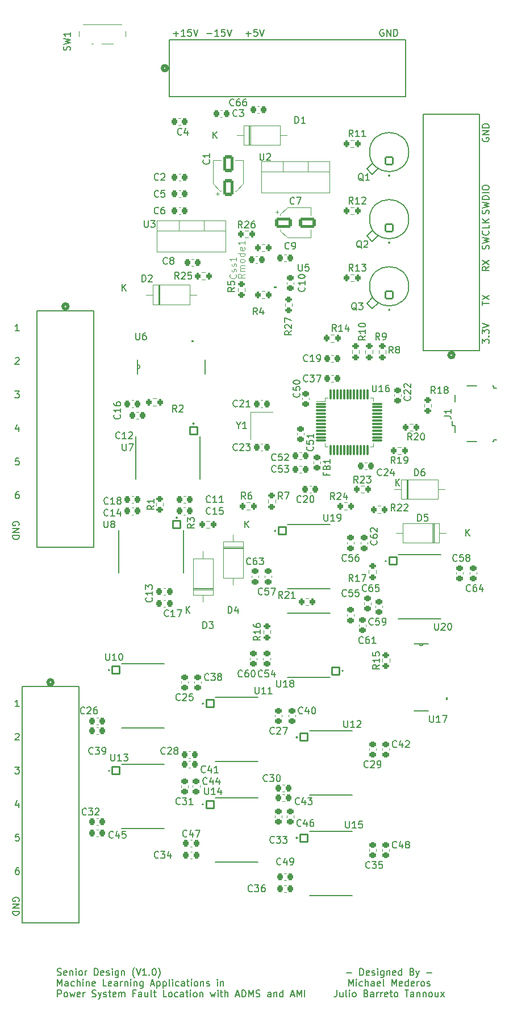
<source format=gto>
G04 #@! TF.GenerationSoftware,KiCad,Pcbnew,7.0.7*
G04 #@! TF.CreationDate,2023-11-03T00:41:13-04:00*
G04 #@! TF.ProjectId,SeniorDesign,53656e69-6f72-4446-9573-69676e2e6b69,rev?*
G04 #@! TF.SameCoordinates,Original*
G04 #@! TF.FileFunction,Legend,Top*
G04 #@! TF.FilePolarity,Positive*
%FSLAX46Y46*%
G04 Gerber Fmt 4.6, Leading zero omitted, Abs format (unit mm)*
G04 Created by KiCad (PCBNEW 7.0.7) date 2023-11-03 00:41:13*
%MOMM*%
%LPD*%
G01*
G04 APERTURE LIST*
G04 Aperture macros list*
%AMRoundRect*
0 Rectangle with rounded corners*
0 $1 Rounding radius*
0 $2 $3 $4 $5 $6 $7 $8 $9 X,Y pos of 4 corners*
0 Add a 4 corners polygon primitive as box body*
4,1,4,$2,$3,$4,$5,$6,$7,$8,$9,$2,$3,0*
0 Add four circle primitives for the rounded corners*
1,1,$1+$1,$2,$3*
1,1,$1+$1,$4,$5*
1,1,$1+$1,$6,$7*
1,1,$1+$1,$8,$9*
0 Add four rect primitives between the rounded corners*
20,1,$1+$1,$2,$3,$4,$5,0*
20,1,$1+$1,$4,$5,$6,$7,0*
20,1,$1+$1,$6,$7,$8,$9,0*
20,1,$1+$1,$8,$9,$2,$3,0*%
G04 Aperture macros list end*
%ADD10C,0.150000*%
%ADD11C,0.125000*%
%ADD12C,0.508000*%
%ADD13C,0.152400*%
%ADD14C,0.120000*%
%ADD15C,0.127000*%
%ADD16C,0.200000*%
%ADD17C,2.032000*%
%ADD18RoundRect,0.200000X0.275000X-0.200000X0.275000X0.200000X-0.275000X0.200000X-0.275000X-0.200000X0*%
%ADD19RoundRect,0.200000X-0.200000X-0.275000X0.200000X-0.275000X0.200000X0.275000X-0.200000X0.275000X0*%
%ADD20RoundRect,0.225000X0.250000X-0.225000X0.250000X0.225000X-0.250000X0.225000X-0.250000X-0.225000X0*%
%ADD21RoundRect,0.225000X-0.225000X-0.250000X0.225000X-0.250000X0.225000X0.250000X-0.225000X0.250000X0*%
%ADD22R,1.905000X2.000000*%
%ADD23O,1.905000X2.000000*%
%ADD24RoundRect,0.225000X0.225000X0.250000X-0.225000X0.250000X-0.225000X-0.250000X0.225000X-0.250000X0*%
%ADD25RoundRect,0.250000X0.550000X-1.050000X0.550000X1.050000X-0.550000X1.050000X-0.550000X-1.050000X0*%
%ADD26RoundRect,0.200000X0.200000X0.275000X-0.200000X0.275000X-0.200000X-0.275000X0.200000X-0.275000X0*%
%ADD27RoundRect,0.102000X-0.565000X0.565000X-0.565000X-0.565000X0.565000X-0.565000X0.565000X0.565000X0*%
%ADD28C,1.334000*%
%ADD29R,0.558800X2.184400*%
%ADD30RoundRect,0.102000X-0.565000X-0.565000X0.565000X-0.565000X0.565000X0.565000X-0.565000X0.565000X0*%
%ADD31RoundRect,0.250000X-1.050000X-0.550000X1.050000X-0.550000X1.050000X0.550000X-1.050000X0.550000X0*%
%ADD32RoundRect,0.225000X-0.250000X0.225000X-0.250000X-0.225000X0.250000X-0.225000X0.250000X0.225000X0*%
%ADD33RoundRect,0.200000X-0.275000X0.200000X-0.275000X-0.200000X0.275000X-0.200000X0.275000X0.200000X0*%
%ADD34R,1.000000X0.800000*%
%ADD35C,0.900000*%
%ADD36R,0.700000X1.500000*%
%ADD37C,2.200000*%
%ADD38R,2.200000X2.200000*%
%ADD39O,2.200000X2.200000*%
%ADD40RoundRect,0.102000X0.540000X-0.540000X0.540000X0.540000X-0.540000X0.540000X-0.540000X-0.540000X0*%
%ADD41C,1.284000*%
%ADD42R,1.200000X1.400000*%
%ADD43RoundRect,0.102000X0.565000X0.565000X-0.565000X0.565000X-0.565000X-0.565000X0.565000X-0.565000X0*%
%ADD44R,2.184400X0.558800*%
%ADD45O,0.800000X0.800000*%
%ADD46R,1.300000X0.450000*%
%ADD47O,1.800000X1.150000*%
%ADD48O,2.000000X1.450000*%
%ADD49RoundRect,0.218750X-0.256250X0.218750X-0.256250X-0.218750X0.256250X-0.218750X0.256250X0.218750X0*%
%ADD50R,0.558800X0.533400*%
%ADD51R,0.279400X0.533400*%
%ADD52R,2.844800X0.939800*%
%ADD53RoundRect,0.075000X-0.662500X-0.075000X0.662500X-0.075000X0.662500X0.075000X-0.662500X0.075000X0*%
%ADD54RoundRect,0.075000X-0.075000X-0.662500X0.075000X-0.662500X0.075000X0.662500X-0.075000X0.662500X0*%
G04 APERTURE END LIST*
D10*
X21741541Y-74369819D02*
X22360588Y-74369819D01*
X22360588Y-74369819D02*
X22027255Y-74750771D01*
X22027255Y-74750771D02*
X22170112Y-74750771D01*
X22170112Y-74750771D02*
X22265350Y-74798390D01*
X22265350Y-74798390D02*
X22312969Y-74846009D01*
X22312969Y-74846009D02*
X22360588Y-74941247D01*
X22360588Y-74941247D02*
X22360588Y-75179342D01*
X22360588Y-75179342D02*
X22312969Y-75274580D01*
X22312969Y-75274580D02*
X22265350Y-75322200D01*
X22265350Y-75322200D02*
X22170112Y-75369819D01*
X22170112Y-75369819D02*
X21884398Y-75369819D01*
X21884398Y-75369819D02*
X21789160Y-75322200D01*
X21789160Y-75322200D02*
X21741541Y-75274580D01*
X22332561Y-150360588D02*
X22380180Y-150265350D01*
X22380180Y-150265350D02*
X22380180Y-150122493D01*
X22380180Y-150122493D02*
X22332561Y-149979636D01*
X22332561Y-149979636D02*
X22237323Y-149884398D01*
X22237323Y-149884398D02*
X22142085Y-149836779D01*
X22142085Y-149836779D02*
X21951609Y-149789160D01*
X21951609Y-149789160D02*
X21808752Y-149789160D01*
X21808752Y-149789160D02*
X21618276Y-149836779D01*
X21618276Y-149836779D02*
X21523038Y-149884398D01*
X21523038Y-149884398D02*
X21427800Y-149979636D01*
X21427800Y-149979636D02*
X21380180Y-150122493D01*
X21380180Y-150122493D02*
X21380180Y-150217731D01*
X21380180Y-150217731D02*
X21427800Y-150360588D01*
X21427800Y-150360588D02*
X21475419Y-150408207D01*
X21475419Y-150408207D02*
X21808752Y-150408207D01*
X21808752Y-150408207D02*
X21808752Y-150217731D01*
X21380180Y-150836779D02*
X22380180Y-150836779D01*
X22380180Y-150836779D02*
X21380180Y-151408207D01*
X21380180Y-151408207D02*
X22380180Y-151408207D01*
X21380180Y-151884398D02*
X22380180Y-151884398D01*
X22380180Y-151884398D02*
X22380180Y-152122493D01*
X22380180Y-152122493D02*
X22332561Y-152265350D01*
X22332561Y-152265350D02*
X22237323Y-152360588D01*
X22237323Y-152360588D02*
X22142085Y-152408207D01*
X22142085Y-152408207D02*
X21951609Y-152455826D01*
X21951609Y-152455826D02*
X21808752Y-152455826D01*
X21808752Y-152455826D02*
X21618276Y-152408207D01*
X21618276Y-152408207D02*
X21523038Y-152360588D01*
X21523038Y-152360588D02*
X21427800Y-152265350D01*
X21427800Y-152265350D02*
X21380180Y-152122493D01*
X21380180Y-152122493D02*
X21380180Y-151884398D01*
X50336779Y-21088866D02*
X51098684Y-21088866D01*
X52098683Y-21469819D02*
X51527255Y-21469819D01*
X51812969Y-21469819D02*
X51812969Y-20469819D01*
X51812969Y-20469819D02*
X51717731Y-20612676D01*
X51717731Y-20612676D02*
X51622493Y-20707914D01*
X51622493Y-20707914D02*
X51527255Y-20755533D01*
X53003445Y-20469819D02*
X52527255Y-20469819D01*
X52527255Y-20469819D02*
X52479636Y-20946009D01*
X52479636Y-20946009D02*
X52527255Y-20898390D01*
X52527255Y-20898390D02*
X52622493Y-20850771D01*
X52622493Y-20850771D02*
X52860588Y-20850771D01*
X52860588Y-20850771D02*
X52955826Y-20898390D01*
X52955826Y-20898390D02*
X53003445Y-20946009D01*
X53003445Y-20946009D02*
X53051064Y-21041247D01*
X53051064Y-21041247D02*
X53051064Y-21279342D01*
X53051064Y-21279342D02*
X53003445Y-21374580D01*
X53003445Y-21374580D02*
X52955826Y-21422200D01*
X52955826Y-21422200D02*
X52860588Y-21469819D01*
X52860588Y-21469819D02*
X52622493Y-21469819D01*
X52622493Y-21469819D02*
X52527255Y-21422200D01*
X52527255Y-21422200D02*
X52479636Y-21374580D01*
X53336779Y-20469819D02*
X53670112Y-21469819D01*
X53670112Y-21469819D02*
X54003445Y-20469819D01*
X21741541Y-130369819D02*
X22360588Y-130369819D01*
X22360588Y-130369819D02*
X22027255Y-130750771D01*
X22027255Y-130750771D02*
X22170112Y-130750771D01*
X22170112Y-130750771D02*
X22265350Y-130798390D01*
X22265350Y-130798390D02*
X22312969Y-130846009D01*
X22312969Y-130846009D02*
X22360588Y-130941247D01*
X22360588Y-130941247D02*
X22360588Y-131179342D01*
X22360588Y-131179342D02*
X22312969Y-131274580D01*
X22312969Y-131274580D02*
X22265350Y-131322200D01*
X22265350Y-131322200D02*
X22170112Y-131369819D01*
X22170112Y-131369819D02*
X21884398Y-131369819D01*
X21884398Y-131369819D02*
X21789160Y-131322200D01*
X21789160Y-131322200D02*
X21741541Y-131274580D01*
X21789160Y-69465057D02*
X21836779Y-69417438D01*
X21836779Y-69417438D02*
X21932017Y-69369819D01*
X21932017Y-69369819D02*
X22170112Y-69369819D01*
X22170112Y-69369819D02*
X22265350Y-69417438D01*
X22265350Y-69417438D02*
X22312969Y-69465057D01*
X22312969Y-69465057D02*
X22360588Y-69560295D01*
X22360588Y-69560295D02*
X22360588Y-69655533D01*
X22360588Y-69655533D02*
X22312969Y-69798390D01*
X22312969Y-69798390D02*
X21741541Y-70369819D01*
X21741541Y-70369819D02*
X22360588Y-70369819D01*
X45336779Y-21088866D02*
X46098684Y-21088866D01*
X45717731Y-21469819D02*
X45717731Y-20707914D01*
X47098683Y-21469819D02*
X46527255Y-21469819D01*
X46812969Y-21469819D02*
X46812969Y-20469819D01*
X46812969Y-20469819D02*
X46717731Y-20612676D01*
X46717731Y-20612676D02*
X46622493Y-20707914D01*
X46622493Y-20707914D02*
X46527255Y-20755533D01*
X48003445Y-20469819D02*
X47527255Y-20469819D01*
X47527255Y-20469819D02*
X47479636Y-20946009D01*
X47479636Y-20946009D02*
X47527255Y-20898390D01*
X47527255Y-20898390D02*
X47622493Y-20850771D01*
X47622493Y-20850771D02*
X47860588Y-20850771D01*
X47860588Y-20850771D02*
X47955826Y-20898390D01*
X47955826Y-20898390D02*
X48003445Y-20946009D01*
X48003445Y-20946009D02*
X48051064Y-21041247D01*
X48051064Y-21041247D02*
X48051064Y-21279342D01*
X48051064Y-21279342D02*
X48003445Y-21374580D01*
X48003445Y-21374580D02*
X47955826Y-21422200D01*
X47955826Y-21422200D02*
X47860588Y-21469819D01*
X47860588Y-21469819D02*
X47622493Y-21469819D01*
X47622493Y-21469819D02*
X47527255Y-21422200D01*
X47527255Y-21422200D02*
X47479636Y-21374580D01*
X48336779Y-20469819D02*
X48670112Y-21469819D01*
X48670112Y-21469819D02*
X49003445Y-20469819D01*
X28039160Y-161352200D02*
X28182017Y-161399819D01*
X28182017Y-161399819D02*
X28420112Y-161399819D01*
X28420112Y-161399819D02*
X28515350Y-161352200D01*
X28515350Y-161352200D02*
X28562969Y-161304580D01*
X28562969Y-161304580D02*
X28610588Y-161209342D01*
X28610588Y-161209342D02*
X28610588Y-161114104D01*
X28610588Y-161114104D02*
X28562969Y-161018866D01*
X28562969Y-161018866D02*
X28515350Y-160971247D01*
X28515350Y-160971247D02*
X28420112Y-160923628D01*
X28420112Y-160923628D02*
X28229636Y-160876009D01*
X28229636Y-160876009D02*
X28134398Y-160828390D01*
X28134398Y-160828390D02*
X28086779Y-160780771D01*
X28086779Y-160780771D02*
X28039160Y-160685533D01*
X28039160Y-160685533D02*
X28039160Y-160590295D01*
X28039160Y-160590295D02*
X28086779Y-160495057D01*
X28086779Y-160495057D02*
X28134398Y-160447438D01*
X28134398Y-160447438D02*
X28229636Y-160399819D01*
X28229636Y-160399819D02*
X28467731Y-160399819D01*
X28467731Y-160399819D02*
X28610588Y-160447438D01*
X29420112Y-161352200D02*
X29324874Y-161399819D01*
X29324874Y-161399819D02*
X29134398Y-161399819D01*
X29134398Y-161399819D02*
X29039160Y-161352200D01*
X29039160Y-161352200D02*
X28991541Y-161256961D01*
X28991541Y-161256961D02*
X28991541Y-160876009D01*
X28991541Y-160876009D02*
X29039160Y-160780771D01*
X29039160Y-160780771D02*
X29134398Y-160733152D01*
X29134398Y-160733152D02*
X29324874Y-160733152D01*
X29324874Y-160733152D02*
X29420112Y-160780771D01*
X29420112Y-160780771D02*
X29467731Y-160876009D01*
X29467731Y-160876009D02*
X29467731Y-160971247D01*
X29467731Y-160971247D02*
X28991541Y-161066485D01*
X29896303Y-160733152D02*
X29896303Y-161399819D01*
X29896303Y-160828390D02*
X29943922Y-160780771D01*
X29943922Y-160780771D02*
X30039160Y-160733152D01*
X30039160Y-160733152D02*
X30182017Y-160733152D01*
X30182017Y-160733152D02*
X30277255Y-160780771D01*
X30277255Y-160780771D02*
X30324874Y-160876009D01*
X30324874Y-160876009D02*
X30324874Y-161399819D01*
X30801065Y-161399819D02*
X30801065Y-160733152D01*
X30801065Y-160399819D02*
X30753446Y-160447438D01*
X30753446Y-160447438D02*
X30801065Y-160495057D01*
X30801065Y-160495057D02*
X30848684Y-160447438D01*
X30848684Y-160447438D02*
X30801065Y-160399819D01*
X30801065Y-160399819D02*
X30801065Y-160495057D01*
X31420112Y-161399819D02*
X31324874Y-161352200D01*
X31324874Y-161352200D02*
X31277255Y-161304580D01*
X31277255Y-161304580D02*
X31229636Y-161209342D01*
X31229636Y-161209342D02*
X31229636Y-160923628D01*
X31229636Y-160923628D02*
X31277255Y-160828390D01*
X31277255Y-160828390D02*
X31324874Y-160780771D01*
X31324874Y-160780771D02*
X31420112Y-160733152D01*
X31420112Y-160733152D02*
X31562969Y-160733152D01*
X31562969Y-160733152D02*
X31658207Y-160780771D01*
X31658207Y-160780771D02*
X31705826Y-160828390D01*
X31705826Y-160828390D02*
X31753445Y-160923628D01*
X31753445Y-160923628D02*
X31753445Y-161209342D01*
X31753445Y-161209342D02*
X31705826Y-161304580D01*
X31705826Y-161304580D02*
X31658207Y-161352200D01*
X31658207Y-161352200D02*
X31562969Y-161399819D01*
X31562969Y-161399819D02*
X31420112Y-161399819D01*
X32182017Y-161399819D02*
X32182017Y-160733152D01*
X32182017Y-160923628D02*
X32229636Y-160828390D01*
X32229636Y-160828390D02*
X32277255Y-160780771D01*
X32277255Y-160780771D02*
X32372493Y-160733152D01*
X32372493Y-160733152D02*
X32467731Y-160733152D01*
X33562970Y-161399819D02*
X33562970Y-160399819D01*
X33562970Y-160399819D02*
X33801065Y-160399819D01*
X33801065Y-160399819D02*
X33943922Y-160447438D01*
X33943922Y-160447438D02*
X34039160Y-160542676D01*
X34039160Y-160542676D02*
X34086779Y-160637914D01*
X34086779Y-160637914D02*
X34134398Y-160828390D01*
X34134398Y-160828390D02*
X34134398Y-160971247D01*
X34134398Y-160971247D02*
X34086779Y-161161723D01*
X34086779Y-161161723D02*
X34039160Y-161256961D01*
X34039160Y-161256961D02*
X33943922Y-161352200D01*
X33943922Y-161352200D02*
X33801065Y-161399819D01*
X33801065Y-161399819D02*
X33562970Y-161399819D01*
X34943922Y-161352200D02*
X34848684Y-161399819D01*
X34848684Y-161399819D02*
X34658208Y-161399819D01*
X34658208Y-161399819D02*
X34562970Y-161352200D01*
X34562970Y-161352200D02*
X34515351Y-161256961D01*
X34515351Y-161256961D02*
X34515351Y-160876009D01*
X34515351Y-160876009D02*
X34562970Y-160780771D01*
X34562970Y-160780771D02*
X34658208Y-160733152D01*
X34658208Y-160733152D02*
X34848684Y-160733152D01*
X34848684Y-160733152D02*
X34943922Y-160780771D01*
X34943922Y-160780771D02*
X34991541Y-160876009D01*
X34991541Y-160876009D02*
X34991541Y-160971247D01*
X34991541Y-160971247D02*
X34515351Y-161066485D01*
X35372494Y-161352200D02*
X35467732Y-161399819D01*
X35467732Y-161399819D02*
X35658208Y-161399819D01*
X35658208Y-161399819D02*
X35753446Y-161352200D01*
X35753446Y-161352200D02*
X35801065Y-161256961D01*
X35801065Y-161256961D02*
X35801065Y-161209342D01*
X35801065Y-161209342D02*
X35753446Y-161114104D01*
X35753446Y-161114104D02*
X35658208Y-161066485D01*
X35658208Y-161066485D02*
X35515351Y-161066485D01*
X35515351Y-161066485D02*
X35420113Y-161018866D01*
X35420113Y-161018866D02*
X35372494Y-160923628D01*
X35372494Y-160923628D02*
X35372494Y-160876009D01*
X35372494Y-160876009D02*
X35420113Y-160780771D01*
X35420113Y-160780771D02*
X35515351Y-160733152D01*
X35515351Y-160733152D02*
X35658208Y-160733152D01*
X35658208Y-160733152D02*
X35753446Y-160780771D01*
X36229637Y-161399819D02*
X36229637Y-160733152D01*
X36229637Y-160399819D02*
X36182018Y-160447438D01*
X36182018Y-160447438D02*
X36229637Y-160495057D01*
X36229637Y-160495057D02*
X36277256Y-160447438D01*
X36277256Y-160447438D02*
X36229637Y-160399819D01*
X36229637Y-160399819D02*
X36229637Y-160495057D01*
X37134398Y-160733152D02*
X37134398Y-161542676D01*
X37134398Y-161542676D02*
X37086779Y-161637914D01*
X37086779Y-161637914D02*
X37039160Y-161685533D01*
X37039160Y-161685533D02*
X36943922Y-161733152D01*
X36943922Y-161733152D02*
X36801065Y-161733152D01*
X36801065Y-161733152D02*
X36705827Y-161685533D01*
X37134398Y-161352200D02*
X37039160Y-161399819D01*
X37039160Y-161399819D02*
X36848684Y-161399819D01*
X36848684Y-161399819D02*
X36753446Y-161352200D01*
X36753446Y-161352200D02*
X36705827Y-161304580D01*
X36705827Y-161304580D02*
X36658208Y-161209342D01*
X36658208Y-161209342D02*
X36658208Y-160923628D01*
X36658208Y-160923628D02*
X36705827Y-160828390D01*
X36705827Y-160828390D02*
X36753446Y-160780771D01*
X36753446Y-160780771D02*
X36848684Y-160733152D01*
X36848684Y-160733152D02*
X37039160Y-160733152D01*
X37039160Y-160733152D02*
X37134398Y-160780771D01*
X37610589Y-160733152D02*
X37610589Y-161399819D01*
X37610589Y-160828390D02*
X37658208Y-160780771D01*
X37658208Y-160780771D02*
X37753446Y-160733152D01*
X37753446Y-160733152D02*
X37896303Y-160733152D01*
X37896303Y-160733152D02*
X37991541Y-160780771D01*
X37991541Y-160780771D02*
X38039160Y-160876009D01*
X38039160Y-160876009D02*
X38039160Y-161399819D01*
X39562970Y-161780771D02*
X39515351Y-161733152D01*
X39515351Y-161733152D02*
X39420113Y-161590295D01*
X39420113Y-161590295D02*
X39372494Y-161495057D01*
X39372494Y-161495057D02*
X39324875Y-161352200D01*
X39324875Y-161352200D02*
X39277256Y-161114104D01*
X39277256Y-161114104D02*
X39277256Y-160923628D01*
X39277256Y-160923628D02*
X39324875Y-160685533D01*
X39324875Y-160685533D02*
X39372494Y-160542676D01*
X39372494Y-160542676D02*
X39420113Y-160447438D01*
X39420113Y-160447438D02*
X39515351Y-160304580D01*
X39515351Y-160304580D02*
X39562970Y-160256961D01*
X39801066Y-160399819D02*
X40134399Y-161399819D01*
X40134399Y-161399819D02*
X40467732Y-160399819D01*
X41324875Y-161399819D02*
X40753447Y-161399819D01*
X41039161Y-161399819D02*
X41039161Y-160399819D01*
X41039161Y-160399819D02*
X40943923Y-160542676D01*
X40943923Y-160542676D02*
X40848685Y-160637914D01*
X40848685Y-160637914D02*
X40753447Y-160685533D01*
X41753447Y-161304580D02*
X41801066Y-161352200D01*
X41801066Y-161352200D02*
X41753447Y-161399819D01*
X41753447Y-161399819D02*
X41705828Y-161352200D01*
X41705828Y-161352200D02*
X41753447Y-161304580D01*
X41753447Y-161304580D02*
X41753447Y-161399819D01*
X42420113Y-160399819D02*
X42515351Y-160399819D01*
X42515351Y-160399819D02*
X42610589Y-160447438D01*
X42610589Y-160447438D02*
X42658208Y-160495057D01*
X42658208Y-160495057D02*
X42705827Y-160590295D01*
X42705827Y-160590295D02*
X42753446Y-160780771D01*
X42753446Y-160780771D02*
X42753446Y-161018866D01*
X42753446Y-161018866D02*
X42705827Y-161209342D01*
X42705827Y-161209342D02*
X42658208Y-161304580D01*
X42658208Y-161304580D02*
X42610589Y-161352200D01*
X42610589Y-161352200D02*
X42515351Y-161399819D01*
X42515351Y-161399819D02*
X42420113Y-161399819D01*
X42420113Y-161399819D02*
X42324875Y-161352200D01*
X42324875Y-161352200D02*
X42277256Y-161304580D01*
X42277256Y-161304580D02*
X42229637Y-161209342D01*
X42229637Y-161209342D02*
X42182018Y-161018866D01*
X42182018Y-161018866D02*
X42182018Y-160780771D01*
X42182018Y-160780771D02*
X42229637Y-160590295D01*
X42229637Y-160590295D02*
X42277256Y-160495057D01*
X42277256Y-160495057D02*
X42324875Y-160447438D01*
X42324875Y-160447438D02*
X42420113Y-160399819D01*
X43086780Y-161780771D02*
X43134399Y-161733152D01*
X43134399Y-161733152D02*
X43229637Y-161590295D01*
X43229637Y-161590295D02*
X43277256Y-161495057D01*
X43277256Y-161495057D02*
X43324875Y-161352200D01*
X43324875Y-161352200D02*
X43372494Y-161114104D01*
X43372494Y-161114104D02*
X43372494Y-160923628D01*
X43372494Y-160923628D02*
X43324875Y-160685533D01*
X43324875Y-160685533D02*
X43277256Y-160542676D01*
X43277256Y-160542676D02*
X43229637Y-160447438D01*
X43229637Y-160447438D02*
X43134399Y-160304580D01*
X43134399Y-160304580D02*
X43086780Y-160256961D01*
X28086779Y-163009819D02*
X28086779Y-162009819D01*
X28086779Y-162009819D02*
X28420112Y-162724104D01*
X28420112Y-162724104D02*
X28753445Y-162009819D01*
X28753445Y-162009819D02*
X28753445Y-163009819D01*
X29658207Y-163009819D02*
X29658207Y-162486009D01*
X29658207Y-162486009D02*
X29610588Y-162390771D01*
X29610588Y-162390771D02*
X29515350Y-162343152D01*
X29515350Y-162343152D02*
X29324874Y-162343152D01*
X29324874Y-162343152D02*
X29229636Y-162390771D01*
X29658207Y-162962200D02*
X29562969Y-163009819D01*
X29562969Y-163009819D02*
X29324874Y-163009819D01*
X29324874Y-163009819D02*
X29229636Y-162962200D01*
X29229636Y-162962200D02*
X29182017Y-162866961D01*
X29182017Y-162866961D02*
X29182017Y-162771723D01*
X29182017Y-162771723D02*
X29229636Y-162676485D01*
X29229636Y-162676485D02*
X29324874Y-162628866D01*
X29324874Y-162628866D02*
X29562969Y-162628866D01*
X29562969Y-162628866D02*
X29658207Y-162581247D01*
X30562969Y-162962200D02*
X30467731Y-163009819D01*
X30467731Y-163009819D02*
X30277255Y-163009819D01*
X30277255Y-163009819D02*
X30182017Y-162962200D01*
X30182017Y-162962200D02*
X30134398Y-162914580D01*
X30134398Y-162914580D02*
X30086779Y-162819342D01*
X30086779Y-162819342D02*
X30086779Y-162533628D01*
X30086779Y-162533628D02*
X30134398Y-162438390D01*
X30134398Y-162438390D02*
X30182017Y-162390771D01*
X30182017Y-162390771D02*
X30277255Y-162343152D01*
X30277255Y-162343152D02*
X30467731Y-162343152D01*
X30467731Y-162343152D02*
X30562969Y-162390771D01*
X30991541Y-163009819D02*
X30991541Y-162009819D01*
X31420112Y-163009819D02*
X31420112Y-162486009D01*
X31420112Y-162486009D02*
X31372493Y-162390771D01*
X31372493Y-162390771D02*
X31277255Y-162343152D01*
X31277255Y-162343152D02*
X31134398Y-162343152D01*
X31134398Y-162343152D02*
X31039160Y-162390771D01*
X31039160Y-162390771D02*
X30991541Y-162438390D01*
X31896303Y-163009819D02*
X31896303Y-162343152D01*
X31896303Y-162009819D02*
X31848684Y-162057438D01*
X31848684Y-162057438D02*
X31896303Y-162105057D01*
X31896303Y-162105057D02*
X31943922Y-162057438D01*
X31943922Y-162057438D02*
X31896303Y-162009819D01*
X31896303Y-162009819D02*
X31896303Y-162105057D01*
X32372493Y-162343152D02*
X32372493Y-163009819D01*
X32372493Y-162438390D02*
X32420112Y-162390771D01*
X32420112Y-162390771D02*
X32515350Y-162343152D01*
X32515350Y-162343152D02*
X32658207Y-162343152D01*
X32658207Y-162343152D02*
X32753445Y-162390771D01*
X32753445Y-162390771D02*
X32801064Y-162486009D01*
X32801064Y-162486009D02*
X32801064Y-163009819D01*
X33658207Y-162962200D02*
X33562969Y-163009819D01*
X33562969Y-163009819D02*
X33372493Y-163009819D01*
X33372493Y-163009819D02*
X33277255Y-162962200D01*
X33277255Y-162962200D02*
X33229636Y-162866961D01*
X33229636Y-162866961D02*
X33229636Y-162486009D01*
X33229636Y-162486009D02*
X33277255Y-162390771D01*
X33277255Y-162390771D02*
X33372493Y-162343152D01*
X33372493Y-162343152D02*
X33562969Y-162343152D01*
X33562969Y-162343152D02*
X33658207Y-162390771D01*
X33658207Y-162390771D02*
X33705826Y-162486009D01*
X33705826Y-162486009D02*
X33705826Y-162581247D01*
X33705826Y-162581247D02*
X33229636Y-162676485D01*
X35372493Y-163009819D02*
X34896303Y-163009819D01*
X34896303Y-163009819D02*
X34896303Y-162009819D01*
X36086779Y-162962200D02*
X35991541Y-163009819D01*
X35991541Y-163009819D02*
X35801065Y-163009819D01*
X35801065Y-163009819D02*
X35705827Y-162962200D01*
X35705827Y-162962200D02*
X35658208Y-162866961D01*
X35658208Y-162866961D02*
X35658208Y-162486009D01*
X35658208Y-162486009D02*
X35705827Y-162390771D01*
X35705827Y-162390771D02*
X35801065Y-162343152D01*
X35801065Y-162343152D02*
X35991541Y-162343152D01*
X35991541Y-162343152D02*
X36086779Y-162390771D01*
X36086779Y-162390771D02*
X36134398Y-162486009D01*
X36134398Y-162486009D02*
X36134398Y-162581247D01*
X36134398Y-162581247D02*
X35658208Y-162676485D01*
X36991541Y-163009819D02*
X36991541Y-162486009D01*
X36991541Y-162486009D02*
X36943922Y-162390771D01*
X36943922Y-162390771D02*
X36848684Y-162343152D01*
X36848684Y-162343152D02*
X36658208Y-162343152D01*
X36658208Y-162343152D02*
X36562970Y-162390771D01*
X36991541Y-162962200D02*
X36896303Y-163009819D01*
X36896303Y-163009819D02*
X36658208Y-163009819D01*
X36658208Y-163009819D02*
X36562970Y-162962200D01*
X36562970Y-162962200D02*
X36515351Y-162866961D01*
X36515351Y-162866961D02*
X36515351Y-162771723D01*
X36515351Y-162771723D02*
X36562970Y-162676485D01*
X36562970Y-162676485D02*
X36658208Y-162628866D01*
X36658208Y-162628866D02*
X36896303Y-162628866D01*
X36896303Y-162628866D02*
X36991541Y-162581247D01*
X37467732Y-163009819D02*
X37467732Y-162343152D01*
X37467732Y-162533628D02*
X37515351Y-162438390D01*
X37515351Y-162438390D02*
X37562970Y-162390771D01*
X37562970Y-162390771D02*
X37658208Y-162343152D01*
X37658208Y-162343152D02*
X37753446Y-162343152D01*
X38086780Y-162343152D02*
X38086780Y-163009819D01*
X38086780Y-162438390D02*
X38134399Y-162390771D01*
X38134399Y-162390771D02*
X38229637Y-162343152D01*
X38229637Y-162343152D02*
X38372494Y-162343152D01*
X38372494Y-162343152D02*
X38467732Y-162390771D01*
X38467732Y-162390771D02*
X38515351Y-162486009D01*
X38515351Y-162486009D02*
X38515351Y-163009819D01*
X38991542Y-163009819D02*
X38991542Y-162343152D01*
X38991542Y-162009819D02*
X38943923Y-162057438D01*
X38943923Y-162057438D02*
X38991542Y-162105057D01*
X38991542Y-162105057D02*
X39039161Y-162057438D01*
X39039161Y-162057438D02*
X38991542Y-162009819D01*
X38991542Y-162009819D02*
X38991542Y-162105057D01*
X39467732Y-162343152D02*
X39467732Y-163009819D01*
X39467732Y-162438390D02*
X39515351Y-162390771D01*
X39515351Y-162390771D02*
X39610589Y-162343152D01*
X39610589Y-162343152D02*
X39753446Y-162343152D01*
X39753446Y-162343152D02*
X39848684Y-162390771D01*
X39848684Y-162390771D02*
X39896303Y-162486009D01*
X39896303Y-162486009D02*
X39896303Y-163009819D01*
X40801065Y-162343152D02*
X40801065Y-163152676D01*
X40801065Y-163152676D02*
X40753446Y-163247914D01*
X40753446Y-163247914D02*
X40705827Y-163295533D01*
X40705827Y-163295533D02*
X40610589Y-163343152D01*
X40610589Y-163343152D02*
X40467732Y-163343152D01*
X40467732Y-163343152D02*
X40372494Y-163295533D01*
X40801065Y-162962200D02*
X40705827Y-163009819D01*
X40705827Y-163009819D02*
X40515351Y-163009819D01*
X40515351Y-163009819D02*
X40420113Y-162962200D01*
X40420113Y-162962200D02*
X40372494Y-162914580D01*
X40372494Y-162914580D02*
X40324875Y-162819342D01*
X40324875Y-162819342D02*
X40324875Y-162533628D01*
X40324875Y-162533628D02*
X40372494Y-162438390D01*
X40372494Y-162438390D02*
X40420113Y-162390771D01*
X40420113Y-162390771D02*
X40515351Y-162343152D01*
X40515351Y-162343152D02*
X40705827Y-162343152D01*
X40705827Y-162343152D02*
X40801065Y-162390771D01*
X41991542Y-162724104D02*
X42467732Y-162724104D01*
X41896304Y-163009819D02*
X42229637Y-162009819D01*
X42229637Y-162009819D02*
X42562970Y-163009819D01*
X42896304Y-162343152D02*
X42896304Y-163343152D01*
X42896304Y-162390771D02*
X42991542Y-162343152D01*
X42991542Y-162343152D02*
X43182018Y-162343152D01*
X43182018Y-162343152D02*
X43277256Y-162390771D01*
X43277256Y-162390771D02*
X43324875Y-162438390D01*
X43324875Y-162438390D02*
X43372494Y-162533628D01*
X43372494Y-162533628D02*
X43372494Y-162819342D01*
X43372494Y-162819342D02*
X43324875Y-162914580D01*
X43324875Y-162914580D02*
X43277256Y-162962200D01*
X43277256Y-162962200D02*
X43182018Y-163009819D01*
X43182018Y-163009819D02*
X42991542Y-163009819D01*
X42991542Y-163009819D02*
X42896304Y-162962200D01*
X43801066Y-162343152D02*
X43801066Y-163343152D01*
X43801066Y-162390771D02*
X43896304Y-162343152D01*
X43896304Y-162343152D02*
X44086780Y-162343152D01*
X44086780Y-162343152D02*
X44182018Y-162390771D01*
X44182018Y-162390771D02*
X44229637Y-162438390D01*
X44229637Y-162438390D02*
X44277256Y-162533628D01*
X44277256Y-162533628D02*
X44277256Y-162819342D01*
X44277256Y-162819342D02*
X44229637Y-162914580D01*
X44229637Y-162914580D02*
X44182018Y-162962200D01*
X44182018Y-162962200D02*
X44086780Y-163009819D01*
X44086780Y-163009819D02*
X43896304Y-163009819D01*
X43896304Y-163009819D02*
X43801066Y-162962200D01*
X44848685Y-163009819D02*
X44753447Y-162962200D01*
X44753447Y-162962200D02*
X44705828Y-162866961D01*
X44705828Y-162866961D02*
X44705828Y-162009819D01*
X45229638Y-163009819D02*
X45229638Y-162343152D01*
X45229638Y-162009819D02*
X45182019Y-162057438D01*
X45182019Y-162057438D02*
X45229638Y-162105057D01*
X45229638Y-162105057D02*
X45277257Y-162057438D01*
X45277257Y-162057438D02*
X45229638Y-162009819D01*
X45229638Y-162009819D02*
X45229638Y-162105057D01*
X46134399Y-162962200D02*
X46039161Y-163009819D01*
X46039161Y-163009819D02*
X45848685Y-163009819D01*
X45848685Y-163009819D02*
X45753447Y-162962200D01*
X45753447Y-162962200D02*
X45705828Y-162914580D01*
X45705828Y-162914580D02*
X45658209Y-162819342D01*
X45658209Y-162819342D02*
X45658209Y-162533628D01*
X45658209Y-162533628D02*
X45705828Y-162438390D01*
X45705828Y-162438390D02*
X45753447Y-162390771D01*
X45753447Y-162390771D02*
X45848685Y-162343152D01*
X45848685Y-162343152D02*
X46039161Y-162343152D01*
X46039161Y-162343152D02*
X46134399Y-162390771D01*
X46991542Y-163009819D02*
X46991542Y-162486009D01*
X46991542Y-162486009D02*
X46943923Y-162390771D01*
X46943923Y-162390771D02*
X46848685Y-162343152D01*
X46848685Y-162343152D02*
X46658209Y-162343152D01*
X46658209Y-162343152D02*
X46562971Y-162390771D01*
X46991542Y-162962200D02*
X46896304Y-163009819D01*
X46896304Y-163009819D02*
X46658209Y-163009819D01*
X46658209Y-163009819D02*
X46562971Y-162962200D01*
X46562971Y-162962200D02*
X46515352Y-162866961D01*
X46515352Y-162866961D02*
X46515352Y-162771723D01*
X46515352Y-162771723D02*
X46562971Y-162676485D01*
X46562971Y-162676485D02*
X46658209Y-162628866D01*
X46658209Y-162628866D02*
X46896304Y-162628866D01*
X46896304Y-162628866D02*
X46991542Y-162581247D01*
X47324876Y-162343152D02*
X47705828Y-162343152D01*
X47467733Y-162009819D02*
X47467733Y-162866961D01*
X47467733Y-162866961D02*
X47515352Y-162962200D01*
X47515352Y-162962200D02*
X47610590Y-163009819D01*
X47610590Y-163009819D02*
X47705828Y-163009819D01*
X48039162Y-163009819D02*
X48039162Y-162343152D01*
X48039162Y-162009819D02*
X47991543Y-162057438D01*
X47991543Y-162057438D02*
X48039162Y-162105057D01*
X48039162Y-162105057D02*
X48086781Y-162057438D01*
X48086781Y-162057438D02*
X48039162Y-162009819D01*
X48039162Y-162009819D02*
X48039162Y-162105057D01*
X48658209Y-163009819D02*
X48562971Y-162962200D01*
X48562971Y-162962200D02*
X48515352Y-162914580D01*
X48515352Y-162914580D02*
X48467733Y-162819342D01*
X48467733Y-162819342D02*
X48467733Y-162533628D01*
X48467733Y-162533628D02*
X48515352Y-162438390D01*
X48515352Y-162438390D02*
X48562971Y-162390771D01*
X48562971Y-162390771D02*
X48658209Y-162343152D01*
X48658209Y-162343152D02*
X48801066Y-162343152D01*
X48801066Y-162343152D02*
X48896304Y-162390771D01*
X48896304Y-162390771D02*
X48943923Y-162438390D01*
X48943923Y-162438390D02*
X48991542Y-162533628D01*
X48991542Y-162533628D02*
X48991542Y-162819342D01*
X48991542Y-162819342D02*
X48943923Y-162914580D01*
X48943923Y-162914580D02*
X48896304Y-162962200D01*
X48896304Y-162962200D02*
X48801066Y-163009819D01*
X48801066Y-163009819D02*
X48658209Y-163009819D01*
X49420114Y-162343152D02*
X49420114Y-163009819D01*
X49420114Y-162438390D02*
X49467733Y-162390771D01*
X49467733Y-162390771D02*
X49562971Y-162343152D01*
X49562971Y-162343152D02*
X49705828Y-162343152D01*
X49705828Y-162343152D02*
X49801066Y-162390771D01*
X49801066Y-162390771D02*
X49848685Y-162486009D01*
X49848685Y-162486009D02*
X49848685Y-163009819D01*
X50277257Y-162962200D02*
X50372495Y-163009819D01*
X50372495Y-163009819D02*
X50562971Y-163009819D01*
X50562971Y-163009819D02*
X50658209Y-162962200D01*
X50658209Y-162962200D02*
X50705828Y-162866961D01*
X50705828Y-162866961D02*
X50705828Y-162819342D01*
X50705828Y-162819342D02*
X50658209Y-162724104D01*
X50658209Y-162724104D02*
X50562971Y-162676485D01*
X50562971Y-162676485D02*
X50420114Y-162676485D01*
X50420114Y-162676485D02*
X50324876Y-162628866D01*
X50324876Y-162628866D02*
X50277257Y-162533628D01*
X50277257Y-162533628D02*
X50277257Y-162486009D01*
X50277257Y-162486009D02*
X50324876Y-162390771D01*
X50324876Y-162390771D02*
X50420114Y-162343152D01*
X50420114Y-162343152D02*
X50562971Y-162343152D01*
X50562971Y-162343152D02*
X50658209Y-162390771D01*
X51896305Y-163009819D02*
X51896305Y-162343152D01*
X51896305Y-162009819D02*
X51848686Y-162057438D01*
X51848686Y-162057438D02*
X51896305Y-162105057D01*
X51896305Y-162105057D02*
X51943924Y-162057438D01*
X51943924Y-162057438D02*
X51896305Y-162009819D01*
X51896305Y-162009819D02*
X51896305Y-162105057D01*
X52372495Y-162343152D02*
X52372495Y-163009819D01*
X52372495Y-162438390D02*
X52420114Y-162390771D01*
X52420114Y-162390771D02*
X52515352Y-162343152D01*
X52515352Y-162343152D02*
X52658209Y-162343152D01*
X52658209Y-162343152D02*
X52753447Y-162390771D01*
X52753447Y-162390771D02*
X52801066Y-162486009D01*
X52801066Y-162486009D02*
X52801066Y-163009819D01*
X28086779Y-164619819D02*
X28086779Y-163619819D01*
X28086779Y-163619819D02*
X28467731Y-163619819D01*
X28467731Y-163619819D02*
X28562969Y-163667438D01*
X28562969Y-163667438D02*
X28610588Y-163715057D01*
X28610588Y-163715057D02*
X28658207Y-163810295D01*
X28658207Y-163810295D02*
X28658207Y-163953152D01*
X28658207Y-163953152D02*
X28610588Y-164048390D01*
X28610588Y-164048390D02*
X28562969Y-164096009D01*
X28562969Y-164096009D02*
X28467731Y-164143628D01*
X28467731Y-164143628D02*
X28086779Y-164143628D01*
X29229636Y-164619819D02*
X29134398Y-164572200D01*
X29134398Y-164572200D02*
X29086779Y-164524580D01*
X29086779Y-164524580D02*
X29039160Y-164429342D01*
X29039160Y-164429342D02*
X29039160Y-164143628D01*
X29039160Y-164143628D02*
X29086779Y-164048390D01*
X29086779Y-164048390D02*
X29134398Y-164000771D01*
X29134398Y-164000771D02*
X29229636Y-163953152D01*
X29229636Y-163953152D02*
X29372493Y-163953152D01*
X29372493Y-163953152D02*
X29467731Y-164000771D01*
X29467731Y-164000771D02*
X29515350Y-164048390D01*
X29515350Y-164048390D02*
X29562969Y-164143628D01*
X29562969Y-164143628D02*
X29562969Y-164429342D01*
X29562969Y-164429342D02*
X29515350Y-164524580D01*
X29515350Y-164524580D02*
X29467731Y-164572200D01*
X29467731Y-164572200D02*
X29372493Y-164619819D01*
X29372493Y-164619819D02*
X29229636Y-164619819D01*
X29896303Y-163953152D02*
X30086779Y-164619819D01*
X30086779Y-164619819D02*
X30277255Y-164143628D01*
X30277255Y-164143628D02*
X30467731Y-164619819D01*
X30467731Y-164619819D02*
X30658207Y-163953152D01*
X31420112Y-164572200D02*
X31324874Y-164619819D01*
X31324874Y-164619819D02*
X31134398Y-164619819D01*
X31134398Y-164619819D02*
X31039160Y-164572200D01*
X31039160Y-164572200D02*
X30991541Y-164476961D01*
X30991541Y-164476961D02*
X30991541Y-164096009D01*
X30991541Y-164096009D02*
X31039160Y-164000771D01*
X31039160Y-164000771D02*
X31134398Y-163953152D01*
X31134398Y-163953152D02*
X31324874Y-163953152D01*
X31324874Y-163953152D02*
X31420112Y-164000771D01*
X31420112Y-164000771D02*
X31467731Y-164096009D01*
X31467731Y-164096009D02*
X31467731Y-164191247D01*
X31467731Y-164191247D02*
X30991541Y-164286485D01*
X31896303Y-164619819D02*
X31896303Y-163953152D01*
X31896303Y-164143628D02*
X31943922Y-164048390D01*
X31943922Y-164048390D02*
X31991541Y-164000771D01*
X31991541Y-164000771D02*
X32086779Y-163953152D01*
X32086779Y-163953152D02*
X32182017Y-163953152D01*
X33229637Y-164572200D02*
X33372494Y-164619819D01*
X33372494Y-164619819D02*
X33610589Y-164619819D01*
X33610589Y-164619819D02*
X33705827Y-164572200D01*
X33705827Y-164572200D02*
X33753446Y-164524580D01*
X33753446Y-164524580D02*
X33801065Y-164429342D01*
X33801065Y-164429342D02*
X33801065Y-164334104D01*
X33801065Y-164334104D02*
X33753446Y-164238866D01*
X33753446Y-164238866D02*
X33705827Y-164191247D01*
X33705827Y-164191247D02*
X33610589Y-164143628D01*
X33610589Y-164143628D02*
X33420113Y-164096009D01*
X33420113Y-164096009D02*
X33324875Y-164048390D01*
X33324875Y-164048390D02*
X33277256Y-164000771D01*
X33277256Y-164000771D02*
X33229637Y-163905533D01*
X33229637Y-163905533D02*
X33229637Y-163810295D01*
X33229637Y-163810295D02*
X33277256Y-163715057D01*
X33277256Y-163715057D02*
X33324875Y-163667438D01*
X33324875Y-163667438D02*
X33420113Y-163619819D01*
X33420113Y-163619819D02*
X33658208Y-163619819D01*
X33658208Y-163619819D02*
X33801065Y-163667438D01*
X34134399Y-163953152D02*
X34372494Y-164619819D01*
X34610589Y-163953152D02*
X34372494Y-164619819D01*
X34372494Y-164619819D02*
X34277256Y-164857914D01*
X34277256Y-164857914D02*
X34229637Y-164905533D01*
X34229637Y-164905533D02*
X34134399Y-164953152D01*
X34943923Y-164572200D02*
X35039161Y-164619819D01*
X35039161Y-164619819D02*
X35229637Y-164619819D01*
X35229637Y-164619819D02*
X35324875Y-164572200D01*
X35324875Y-164572200D02*
X35372494Y-164476961D01*
X35372494Y-164476961D02*
X35372494Y-164429342D01*
X35372494Y-164429342D02*
X35324875Y-164334104D01*
X35324875Y-164334104D02*
X35229637Y-164286485D01*
X35229637Y-164286485D02*
X35086780Y-164286485D01*
X35086780Y-164286485D02*
X34991542Y-164238866D01*
X34991542Y-164238866D02*
X34943923Y-164143628D01*
X34943923Y-164143628D02*
X34943923Y-164096009D01*
X34943923Y-164096009D02*
X34991542Y-164000771D01*
X34991542Y-164000771D02*
X35086780Y-163953152D01*
X35086780Y-163953152D02*
X35229637Y-163953152D01*
X35229637Y-163953152D02*
X35324875Y-164000771D01*
X35658209Y-163953152D02*
X36039161Y-163953152D01*
X35801066Y-163619819D02*
X35801066Y-164476961D01*
X35801066Y-164476961D02*
X35848685Y-164572200D01*
X35848685Y-164572200D02*
X35943923Y-164619819D01*
X35943923Y-164619819D02*
X36039161Y-164619819D01*
X36753447Y-164572200D02*
X36658209Y-164619819D01*
X36658209Y-164619819D02*
X36467733Y-164619819D01*
X36467733Y-164619819D02*
X36372495Y-164572200D01*
X36372495Y-164572200D02*
X36324876Y-164476961D01*
X36324876Y-164476961D02*
X36324876Y-164096009D01*
X36324876Y-164096009D02*
X36372495Y-164000771D01*
X36372495Y-164000771D02*
X36467733Y-163953152D01*
X36467733Y-163953152D02*
X36658209Y-163953152D01*
X36658209Y-163953152D02*
X36753447Y-164000771D01*
X36753447Y-164000771D02*
X36801066Y-164096009D01*
X36801066Y-164096009D02*
X36801066Y-164191247D01*
X36801066Y-164191247D02*
X36324876Y-164286485D01*
X37229638Y-164619819D02*
X37229638Y-163953152D01*
X37229638Y-164048390D02*
X37277257Y-164000771D01*
X37277257Y-164000771D02*
X37372495Y-163953152D01*
X37372495Y-163953152D02*
X37515352Y-163953152D01*
X37515352Y-163953152D02*
X37610590Y-164000771D01*
X37610590Y-164000771D02*
X37658209Y-164096009D01*
X37658209Y-164096009D02*
X37658209Y-164619819D01*
X37658209Y-164096009D02*
X37705828Y-164000771D01*
X37705828Y-164000771D02*
X37801066Y-163953152D01*
X37801066Y-163953152D02*
X37943923Y-163953152D01*
X37943923Y-163953152D02*
X38039162Y-164000771D01*
X38039162Y-164000771D02*
X38086781Y-164096009D01*
X38086781Y-164096009D02*
X38086781Y-164619819D01*
X39658209Y-164096009D02*
X39324876Y-164096009D01*
X39324876Y-164619819D02*
X39324876Y-163619819D01*
X39324876Y-163619819D02*
X39801066Y-163619819D01*
X40610590Y-164619819D02*
X40610590Y-164096009D01*
X40610590Y-164096009D02*
X40562971Y-164000771D01*
X40562971Y-164000771D02*
X40467733Y-163953152D01*
X40467733Y-163953152D02*
X40277257Y-163953152D01*
X40277257Y-163953152D02*
X40182019Y-164000771D01*
X40610590Y-164572200D02*
X40515352Y-164619819D01*
X40515352Y-164619819D02*
X40277257Y-164619819D01*
X40277257Y-164619819D02*
X40182019Y-164572200D01*
X40182019Y-164572200D02*
X40134400Y-164476961D01*
X40134400Y-164476961D02*
X40134400Y-164381723D01*
X40134400Y-164381723D02*
X40182019Y-164286485D01*
X40182019Y-164286485D02*
X40277257Y-164238866D01*
X40277257Y-164238866D02*
X40515352Y-164238866D01*
X40515352Y-164238866D02*
X40610590Y-164191247D01*
X41515352Y-163953152D02*
X41515352Y-164619819D01*
X41086781Y-163953152D02*
X41086781Y-164476961D01*
X41086781Y-164476961D02*
X41134400Y-164572200D01*
X41134400Y-164572200D02*
X41229638Y-164619819D01*
X41229638Y-164619819D02*
X41372495Y-164619819D01*
X41372495Y-164619819D02*
X41467733Y-164572200D01*
X41467733Y-164572200D02*
X41515352Y-164524580D01*
X42134400Y-164619819D02*
X42039162Y-164572200D01*
X42039162Y-164572200D02*
X41991543Y-164476961D01*
X41991543Y-164476961D02*
X41991543Y-163619819D01*
X42372496Y-163953152D02*
X42753448Y-163953152D01*
X42515353Y-163619819D02*
X42515353Y-164476961D01*
X42515353Y-164476961D02*
X42562972Y-164572200D01*
X42562972Y-164572200D02*
X42658210Y-164619819D01*
X42658210Y-164619819D02*
X42753448Y-164619819D01*
X44324877Y-164619819D02*
X43848687Y-164619819D01*
X43848687Y-164619819D02*
X43848687Y-163619819D01*
X44801068Y-164619819D02*
X44705830Y-164572200D01*
X44705830Y-164572200D02*
X44658211Y-164524580D01*
X44658211Y-164524580D02*
X44610592Y-164429342D01*
X44610592Y-164429342D02*
X44610592Y-164143628D01*
X44610592Y-164143628D02*
X44658211Y-164048390D01*
X44658211Y-164048390D02*
X44705830Y-164000771D01*
X44705830Y-164000771D02*
X44801068Y-163953152D01*
X44801068Y-163953152D02*
X44943925Y-163953152D01*
X44943925Y-163953152D02*
X45039163Y-164000771D01*
X45039163Y-164000771D02*
X45086782Y-164048390D01*
X45086782Y-164048390D02*
X45134401Y-164143628D01*
X45134401Y-164143628D02*
X45134401Y-164429342D01*
X45134401Y-164429342D02*
X45086782Y-164524580D01*
X45086782Y-164524580D02*
X45039163Y-164572200D01*
X45039163Y-164572200D02*
X44943925Y-164619819D01*
X44943925Y-164619819D02*
X44801068Y-164619819D01*
X45991544Y-164572200D02*
X45896306Y-164619819D01*
X45896306Y-164619819D02*
X45705830Y-164619819D01*
X45705830Y-164619819D02*
X45610592Y-164572200D01*
X45610592Y-164572200D02*
X45562973Y-164524580D01*
X45562973Y-164524580D02*
X45515354Y-164429342D01*
X45515354Y-164429342D02*
X45515354Y-164143628D01*
X45515354Y-164143628D02*
X45562973Y-164048390D01*
X45562973Y-164048390D02*
X45610592Y-164000771D01*
X45610592Y-164000771D02*
X45705830Y-163953152D01*
X45705830Y-163953152D02*
X45896306Y-163953152D01*
X45896306Y-163953152D02*
X45991544Y-164000771D01*
X46848687Y-164619819D02*
X46848687Y-164096009D01*
X46848687Y-164096009D02*
X46801068Y-164000771D01*
X46801068Y-164000771D02*
X46705830Y-163953152D01*
X46705830Y-163953152D02*
X46515354Y-163953152D01*
X46515354Y-163953152D02*
X46420116Y-164000771D01*
X46848687Y-164572200D02*
X46753449Y-164619819D01*
X46753449Y-164619819D02*
X46515354Y-164619819D01*
X46515354Y-164619819D02*
X46420116Y-164572200D01*
X46420116Y-164572200D02*
X46372497Y-164476961D01*
X46372497Y-164476961D02*
X46372497Y-164381723D01*
X46372497Y-164381723D02*
X46420116Y-164286485D01*
X46420116Y-164286485D02*
X46515354Y-164238866D01*
X46515354Y-164238866D02*
X46753449Y-164238866D01*
X46753449Y-164238866D02*
X46848687Y-164191247D01*
X47182021Y-163953152D02*
X47562973Y-163953152D01*
X47324878Y-163619819D02*
X47324878Y-164476961D01*
X47324878Y-164476961D02*
X47372497Y-164572200D01*
X47372497Y-164572200D02*
X47467735Y-164619819D01*
X47467735Y-164619819D02*
X47562973Y-164619819D01*
X47896307Y-164619819D02*
X47896307Y-163953152D01*
X47896307Y-163619819D02*
X47848688Y-163667438D01*
X47848688Y-163667438D02*
X47896307Y-163715057D01*
X47896307Y-163715057D02*
X47943926Y-163667438D01*
X47943926Y-163667438D02*
X47896307Y-163619819D01*
X47896307Y-163619819D02*
X47896307Y-163715057D01*
X48515354Y-164619819D02*
X48420116Y-164572200D01*
X48420116Y-164572200D02*
X48372497Y-164524580D01*
X48372497Y-164524580D02*
X48324878Y-164429342D01*
X48324878Y-164429342D02*
X48324878Y-164143628D01*
X48324878Y-164143628D02*
X48372497Y-164048390D01*
X48372497Y-164048390D02*
X48420116Y-164000771D01*
X48420116Y-164000771D02*
X48515354Y-163953152D01*
X48515354Y-163953152D02*
X48658211Y-163953152D01*
X48658211Y-163953152D02*
X48753449Y-164000771D01*
X48753449Y-164000771D02*
X48801068Y-164048390D01*
X48801068Y-164048390D02*
X48848687Y-164143628D01*
X48848687Y-164143628D02*
X48848687Y-164429342D01*
X48848687Y-164429342D02*
X48801068Y-164524580D01*
X48801068Y-164524580D02*
X48753449Y-164572200D01*
X48753449Y-164572200D02*
X48658211Y-164619819D01*
X48658211Y-164619819D02*
X48515354Y-164619819D01*
X49277259Y-163953152D02*
X49277259Y-164619819D01*
X49277259Y-164048390D02*
X49324878Y-164000771D01*
X49324878Y-164000771D02*
X49420116Y-163953152D01*
X49420116Y-163953152D02*
X49562973Y-163953152D01*
X49562973Y-163953152D02*
X49658211Y-164000771D01*
X49658211Y-164000771D02*
X49705830Y-164096009D01*
X49705830Y-164096009D02*
X49705830Y-164619819D01*
X50848688Y-163953152D02*
X51039164Y-164619819D01*
X51039164Y-164619819D02*
X51229640Y-164143628D01*
X51229640Y-164143628D02*
X51420116Y-164619819D01*
X51420116Y-164619819D02*
X51610592Y-163953152D01*
X51991545Y-164619819D02*
X51991545Y-163953152D01*
X51991545Y-163619819D02*
X51943926Y-163667438D01*
X51943926Y-163667438D02*
X51991545Y-163715057D01*
X51991545Y-163715057D02*
X52039164Y-163667438D01*
X52039164Y-163667438D02*
X51991545Y-163619819D01*
X51991545Y-163619819D02*
X51991545Y-163715057D01*
X52324878Y-163953152D02*
X52705830Y-163953152D01*
X52467735Y-163619819D02*
X52467735Y-164476961D01*
X52467735Y-164476961D02*
X52515354Y-164572200D01*
X52515354Y-164572200D02*
X52610592Y-164619819D01*
X52610592Y-164619819D02*
X52705830Y-164619819D01*
X53039164Y-164619819D02*
X53039164Y-163619819D01*
X53467735Y-164619819D02*
X53467735Y-164096009D01*
X53467735Y-164096009D02*
X53420116Y-164000771D01*
X53420116Y-164000771D02*
X53324878Y-163953152D01*
X53324878Y-163953152D02*
X53182021Y-163953152D01*
X53182021Y-163953152D02*
X53086783Y-164000771D01*
X53086783Y-164000771D02*
X53039164Y-164048390D01*
X54658212Y-164334104D02*
X55134402Y-164334104D01*
X54562974Y-164619819D02*
X54896307Y-163619819D01*
X54896307Y-163619819D02*
X55229640Y-164619819D01*
X55562974Y-164619819D02*
X55562974Y-163619819D01*
X55562974Y-163619819D02*
X55801069Y-163619819D01*
X55801069Y-163619819D02*
X55943926Y-163667438D01*
X55943926Y-163667438D02*
X56039164Y-163762676D01*
X56039164Y-163762676D02*
X56086783Y-163857914D01*
X56086783Y-163857914D02*
X56134402Y-164048390D01*
X56134402Y-164048390D02*
X56134402Y-164191247D01*
X56134402Y-164191247D02*
X56086783Y-164381723D01*
X56086783Y-164381723D02*
X56039164Y-164476961D01*
X56039164Y-164476961D02*
X55943926Y-164572200D01*
X55943926Y-164572200D02*
X55801069Y-164619819D01*
X55801069Y-164619819D02*
X55562974Y-164619819D01*
X56562974Y-164619819D02*
X56562974Y-163619819D01*
X56562974Y-163619819D02*
X56896307Y-164334104D01*
X56896307Y-164334104D02*
X57229640Y-163619819D01*
X57229640Y-163619819D02*
X57229640Y-164619819D01*
X57658212Y-164572200D02*
X57801069Y-164619819D01*
X57801069Y-164619819D02*
X58039164Y-164619819D01*
X58039164Y-164619819D02*
X58134402Y-164572200D01*
X58134402Y-164572200D02*
X58182021Y-164524580D01*
X58182021Y-164524580D02*
X58229640Y-164429342D01*
X58229640Y-164429342D02*
X58229640Y-164334104D01*
X58229640Y-164334104D02*
X58182021Y-164238866D01*
X58182021Y-164238866D02*
X58134402Y-164191247D01*
X58134402Y-164191247D02*
X58039164Y-164143628D01*
X58039164Y-164143628D02*
X57848688Y-164096009D01*
X57848688Y-164096009D02*
X57753450Y-164048390D01*
X57753450Y-164048390D02*
X57705831Y-164000771D01*
X57705831Y-164000771D02*
X57658212Y-163905533D01*
X57658212Y-163905533D02*
X57658212Y-163810295D01*
X57658212Y-163810295D02*
X57705831Y-163715057D01*
X57705831Y-163715057D02*
X57753450Y-163667438D01*
X57753450Y-163667438D02*
X57848688Y-163619819D01*
X57848688Y-163619819D02*
X58086783Y-163619819D01*
X58086783Y-163619819D02*
X58229640Y-163667438D01*
X59848688Y-164619819D02*
X59848688Y-164096009D01*
X59848688Y-164096009D02*
X59801069Y-164000771D01*
X59801069Y-164000771D02*
X59705831Y-163953152D01*
X59705831Y-163953152D02*
X59515355Y-163953152D01*
X59515355Y-163953152D02*
X59420117Y-164000771D01*
X59848688Y-164572200D02*
X59753450Y-164619819D01*
X59753450Y-164619819D02*
X59515355Y-164619819D01*
X59515355Y-164619819D02*
X59420117Y-164572200D01*
X59420117Y-164572200D02*
X59372498Y-164476961D01*
X59372498Y-164476961D02*
X59372498Y-164381723D01*
X59372498Y-164381723D02*
X59420117Y-164286485D01*
X59420117Y-164286485D02*
X59515355Y-164238866D01*
X59515355Y-164238866D02*
X59753450Y-164238866D01*
X59753450Y-164238866D02*
X59848688Y-164191247D01*
X60324879Y-163953152D02*
X60324879Y-164619819D01*
X60324879Y-164048390D02*
X60372498Y-164000771D01*
X60372498Y-164000771D02*
X60467736Y-163953152D01*
X60467736Y-163953152D02*
X60610593Y-163953152D01*
X60610593Y-163953152D02*
X60705831Y-164000771D01*
X60705831Y-164000771D02*
X60753450Y-164096009D01*
X60753450Y-164096009D02*
X60753450Y-164619819D01*
X61658212Y-164619819D02*
X61658212Y-163619819D01*
X61658212Y-164572200D02*
X61562974Y-164619819D01*
X61562974Y-164619819D02*
X61372498Y-164619819D01*
X61372498Y-164619819D02*
X61277260Y-164572200D01*
X61277260Y-164572200D02*
X61229641Y-164524580D01*
X61229641Y-164524580D02*
X61182022Y-164429342D01*
X61182022Y-164429342D02*
X61182022Y-164143628D01*
X61182022Y-164143628D02*
X61229641Y-164048390D01*
X61229641Y-164048390D02*
X61277260Y-164000771D01*
X61277260Y-164000771D02*
X61372498Y-163953152D01*
X61372498Y-163953152D02*
X61562974Y-163953152D01*
X61562974Y-163953152D02*
X61658212Y-164000771D01*
X62848689Y-164334104D02*
X63324879Y-164334104D01*
X62753451Y-164619819D02*
X63086784Y-163619819D01*
X63086784Y-163619819D02*
X63420117Y-164619819D01*
X63753451Y-164619819D02*
X63753451Y-163619819D01*
X63753451Y-163619819D02*
X64086784Y-164334104D01*
X64086784Y-164334104D02*
X64420117Y-163619819D01*
X64420117Y-163619819D02*
X64420117Y-164619819D01*
X64896308Y-164619819D02*
X64896308Y-163619819D01*
X22265350Y-135703152D02*
X22265350Y-136369819D01*
X22027255Y-135322200D02*
X21789160Y-136036485D01*
X21789160Y-136036485D02*
X22408207Y-136036485D01*
X22360588Y-65369819D02*
X21789160Y-65369819D01*
X22074874Y-65369819D02*
X22074874Y-64369819D01*
X22074874Y-64369819D02*
X21979636Y-64512676D01*
X21979636Y-64512676D02*
X21884398Y-64607914D01*
X21884398Y-64607914D02*
X21789160Y-64655533D01*
X22312969Y-140369819D02*
X21836779Y-140369819D01*
X21836779Y-140369819D02*
X21789160Y-140846009D01*
X21789160Y-140846009D02*
X21836779Y-140798390D01*
X21836779Y-140798390D02*
X21932017Y-140750771D01*
X21932017Y-140750771D02*
X22170112Y-140750771D01*
X22170112Y-140750771D02*
X22265350Y-140798390D01*
X22265350Y-140798390D02*
X22312969Y-140846009D01*
X22312969Y-140846009D02*
X22360588Y-140941247D01*
X22360588Y-140941247D02*
X22360588Y-141179342D01*
X22360588Y-141179342D02*
X22312969Y-141274580D01*
X22312969Y-141274580D02*
X22265350Y-141322200D01*
X22265350Y-141322200D02*
X22170112Y-141369819D01*
X22170112Y-141369819D02*
X21932017Y-141369819D01*
X21932017Y-141369819D02*
X21836779Y-141322200D01*
X21836779Y-141322200D02*
X21789160Y-141274580D01*
X22332561Y-94360588D02*
X22380180Y-94265350D01*
X22380180Y-94265350D02*
X22380180Y-94122493D01*
X22380180Y-94122493D02*
X22332561Y-93979636D01*
X22332561Y-93979636D02*
X22237323Y-93884398D01*
X22237323Y-93884398D02*
X22142085Y-93836779D01*
X22142085Y-93836779D02*
X21951609Y-93789160D01*
X21951609Y-93789160D02*
X21808752Y-93789160D01*
X21808752Y-93789160D02*
X21618276Y-93836779D01*
X21618276Y-93836779D02*
X21523038Y-93884398D01*
X21523038Y-93884398D02*
X21427800Y-93979636D01*
X21427800Y-93979636D02*
X21380180Y-94122493D01*
X21380180Y-94122493D02*
X21380180Y-94217731D01*
X21380180Y-94217731D02*
X21427800Y-94360588D01*
X21427800Y-94360588D02*
X21475419Y-94408207D01*
X21475419Y-94408207D02*
X21808752Y-94408207D01*
X21808752Y-94408207D02*
X21808752Y-94217731D01*
X21380180Y-94836779D02*
X22380180Y-94836779D01*
X22380180Y-94836779D02*
X21380180Y-95408207D01*
X21380180Y-95408207D02*
X22380180Y-95408207D01*
X21380180Y-95884398D02*
X22380180Y-95884398D01*
X22380180Y-95884398D02*
X22380180Y-96122493D01*
X22380180Y-96122493D02*
X22332561Y-96265350D01*
X22332561Y-96265350D02*
X22237323Y-96360588D01*
X22237323Y-96360588D02*
X22142085Y-96408207D01*
X22142085Y-96408207D02*
X21951609Y-96455826D01*
X21951609Y-96455826D02*
X21808752Y-96455826D01*
X21808752Y-96455826D02*
X21618276Y-96408207D01*
X21618276Y-96408207D02*
X21523038Y-96360588D01*
X21523038Y-96360588D02*
X21427800Y-96265350D01*
X21427800Y-96265350D02*
X21380180Y-96122493D01*
X21380180Y-96122493D02*
X21380180Y-95884398D01*
X92322200Y-47960839D02*
X92369819Y-47817982D01*
X92369819Y-47817982D02*
X92369819Y-47579887D01*
X92369819Y-47579887D02*
X92322200Y-47484649D01*
X92322200Y-47484649D02*
X92274580Y-47437030D01*
X92274580Y-47437030D02*
X92179342Y-47389411D01*
X92179342Y-47389411D02*
X92084104Y-47389411D01*
X92084104Y-47389411D02*
X91988866Y-47437030D01*
X91988866Y-47437030D02*
X91941247Y-47484649D01*
X91941247Y-47484649D02*
X91893628Y-47579887D01*
X91893628Y-47579887D02*
X91846009Y-47770363D01*
X91846009Y-47770363D02*
X91798390Y-47865601D01*
X91798390Y-47865601D02*
X91750771Y-47913220D01*
X91750771Y-47913220D02*
X91655533Y-47960839D01*
X91655533Y-47960839D02*
X91560295Y-47960839D01*
X91560295Y-47960839D02*
X91465057Y-47913220D01*
X91465057Y-47913220D02*
X91417438Y-47865601D01*
X91417438Y-47865601D02*
X91369819Y-47770363D01*
X91369819Y-47770363D02*
X91369819Y-47532268D01*
X91369819Y-47532268D02*
X91417438Y-47389411D01*
X91369819Y-47056077D02*
X92369819Y-46817982D01*
X92369819Y-46817982D02*
X91655533Y-46627506D01*
X91655533Y-46627506D02*
X92369819Y-46437030D01*
X92369819Y-46437030D02*
X91369819Y-46198935D01*
X92369819Y-45817982D02*
X91369819Y-45817982D01*
X91369819Y-45817982D02*
X91369819Y-45579887D01*
X91369819Y-45579887D02*
X91417438Y-45437030D01*
X91417438Y-45437030D02*
X91512676Y-45341792D01*
X91512676Y-45341792D02*
X91607914Y-45294173D01*
X91607914Y-45294173D02*
X91798390Y-45246554D01*
X91798390Y-45246554D02*
X91941247Y-45246554D01*
X91941247Y-45246554D02*
X92131723Y-45294173D01*
X92131723Y-45294173D02*
X92226961Y-45341792D01*
X92226961Y-45341792D02*
X92322200Y-45437030D01*
X92322200Y-45437030D02*
X92369819Y-45579887D01*
X92369819Y-45579887D02*
X92369819Y-45817982D01*
X92369819Y-44817982D02*
X91369819Y-44817982D01*
X91369819Y-44151316D02*
X91369819Y-43960840D01*
X91369819Y-43960840D02*
X91417438Y-43865602D01*
X91417438Y-43865602D02*
X91512676Y-43770364D01*
X91512676Y-43770364D02*
X91703152Y-43722745D01*
X91703152Y-43722745D02*
X92036485Y-43722745D01*
X92036485Y-43722745D02*
X92226961Y-43770364D01*
X92226961Y-43770364D02*
X92322200Y-43865602D01*
X92322200Y-43865602D02*
X92369819Y-43960840D01*
X92369819Y-43960840D02*
X92369819Y-44151316D01*
X92369819Y-44151316D02*
X92322200Y-44246554D01*
X92322200Y-44246554D02*
X92226961Y-44341792D01*
X92226961Y-44341792D02*
X92036485Y-44389411D01*
X92036485Y-44389411D02*
X91703152Y-44389411D01*
X91703152Y-44389411D02*
X91512676Y-44341792D01*
X91512676Y-44341792D02*
X91417438Y-44246554D01*
X91417438Y-44246554D02*
X91369819Y-44151316D01*
X56136779Y-21088866D02*
X56898684Y-21088866D01*
X56517731Y-21469819D02*
X56517731Y-20707914D01*
X57851064Y-20469819D02*
X57374874Y-20469819D01*
X57374874Y-20469819D02*
X57327255Y-20946009D01*
X57327255Y-20946009D02*
X57374874Y-20898390D01*
X57374874Y-20898390D02*
X57470112Y-20850771D01*
X57470112Y-20850771D02*
X57708207Y-20850771D01*
X57708207Y-20850771D02*
X57803445Y-20898390D01*
X57803445Y-20898390D02*
X57851064Y-20946009D01*
X57851064Y-20946009D02*
X57898683Y-21041247D01*
X57898683Y-21041247D02*
X57898683Y-21279342D01*
X57898683Y-21279342D02*
X57851064Y-21374580D01*
X57851064Y-21374580D02*
X57803445Y-21422200D01*
X57803445Y-21422200D02*
X57708207Y-21469819D01*
X57708207Y-21469819D02*
X57470112Y-21469819D01*
X57470112Y-21469819D02*
X57374874Y-21422200D01*
X57374874Y-21422200D02*
X57327255Y-21374580D01*
X58184398Y-20469819D02*
X58517731Y-21469819D01*
X58517731Y-21469819D02*
X58851064Y-20469819D01*
X71119047Y-161018866D02*
X71880952Y-161018866D01*
X73119047Y-161399819D02*
X73119047Y-160399819D01*
X73119047Y-160399819D02*
X73357142Y-160399819D01*
X73357142Y-160399819D02*
X73499999Y-160447438D01*
X73499999Y-160447438D02*
X73595237Y-160542676D01*
X73595237Y-160542676D02*
X73642856Y-160637914D01*
X73642856Y-160637914D02*
X73690475Y-160828390D01*
X73690475Y-160828390D02*
X73690475Y-160971247D01*
X73690475Y-160971247D02*
X73642856Y-161161723D01*
X73642856Y-161161723D02*
X73595237Y-161256961D01*
X73595237Y-161256961D02*
X73499999Y-161352200D01*
X73499999Y-161352200D02*
X73357142Y-161399819D01*
X73357142Y-161399819D02*
X73119047Y-161399819D01*
X74499999Y-161352200D02*
X74404761Y-161399819D01*
X74404761Y-161399819D02*
X74214285Y-161399819D01*
X74214285Y-161399819D02*
X74119047Y-161352200D01*
X74119047Y-161352200D02*
X74071428Y-161256961D01*
X74071428Y-161256961D02*
X74071428Y-160876009D01*
X74071428Y-160876009D02*
X74119047Y-160780771D01*
X74119047Y-160780771D02*
X74214285Y-160733152D01*
X74214285Y-160733152D02*
X74404761Y-160733152D01*
X74404761Y-160733152D02*
X74499999Y-160780771D01*
X74499999Y-160780771D02*
X74547618Y-160876009D01*
X74547618Y-160876009D02*
X74547618Y-160971247D01*
X74547618Y-160971247D02*
X74071428Y-161066485D01*
X74928571Y-161352200D02*
X75023809Y-161399819D01*
X75023809Y-161399819D02*
X75214285Y-161399819D01*
X75214285Y-161399819D02*
X75309523Y-161352200D01*
X75309523Y-161352200D02*
X75357142Y-161256961D01*
X75357142Y-161256961D02*
X75357142Y-161209342D01*
X75357142Y-161209342D02*
X75309523Y-161114104D01*
X75309523Y-161114104D02*
X75214285Y-161066485D01*
X75214285Y-161066485D02*
X75071428Y-161066485D01*
X75071428Y-161066485D02*
X74976190Y-161018866D01*
X74976190Y-161018866D02*
X74928571Y-160923628D01*
X74928571Y-160923628D02*
X74928571Y-160876009D01*
X74928571Y-160876009D02*
X74976190Y-160780771D01*
X74976190Y-160780771D02*
X75071428Y-160733152D01*
X75071428Y-160733152D02*
X75214285Y-160733152D01*
X75214285Y-160733152D02*
X75309523Y-160780771D01*
X75785714Y-161399819D02*
X75785714Y-160733152D01*
X75785714Y-160399819D02*
X75738095Y-160447438D01*
X75738095Y-160447438D02*
X75785714Y-160495057D01*
X75785714Y-160495057D02*
X75833333Y-160447438D01*
X75833333Y-160447438D02*
X75785714Y-160399819D01*
X75785714Y-160399819D02*
X75785714Y-160495057D01*
X76690475Y-160733152D02*
X76690475Y-161542676D01*
X76690475Y-161542676D02*
X76642856Y-161637914D01*
X76642856Y-161637914D02*
X76595237Y-161685533D01*
X76595237Y-161685533D02*
X76499999Y-161733152D01*
X76499999Y-161733152D02*
X76357142Y-161733152D01*
X76357142Y-161733152D02*
X76261904Y-161685533D01*
X76690475Y-161352200D02*
X76595237Y-161399819D01*
X76595237Y-161399819D02*
X76404761Y-161399819D01*
X76404761Y-161399819D02*
X76309523Y-161352200D01*
X76309523Y-161352200D02*
X76261904Y-161304580D01*
X76261904Y-161304580D02*
X76214285Y-161209342D01*
X76214285Y-161209342D02*
X76214285Y-160923628D01*
X76214285Y-160923628D02*
X76261904Y-160828390D01*
X76261904Y-160828390D02*
X76309523Y-160780771D01*
X76309523Y-160780771D02*
X76404761Y-160733152D01*
X76404761Y-160733152D02*
X76595237Y-160733152D01*
X76595237Y-160733152D02*
X76690475Y-160780771D01*
X77166666Y-160733152D02*
X77166666Y-161399819D01*
X77166666Y-160828390D02*
X77214285Y-160780771D01*
X77214285Y-160780771D02*
X77309523Y-160733152D01*
X77309523Y-160733152D02*
X77452380Y-160733152D01*
X77452380Y-160733152D02*
X77547618Y-160780771D01*
X77547618Y-160780771D02*
X77595237Y-160876009D01*
X77595237Y-160876009D02*
X77595237Y-161399819D01*
X78452380Y-161352200D02*
X78357142Y-161399819D01*
X78357142Y-161399819D02*
X78166666Y-161399819D01*
X78166666Y-161399819D02*
X78071428Y-161352200D01*
X78071428Y-161352200D02*
X78023809Y-161256961D01*
X78023809Y-161256961D02*
X78023809Y-160876009D01*
X78023809Y-160876009D02*
X78071428Y-160780771D01*
X78071428Y-160780771D02*
X78166666Y-160733152D01*
X78166666Y-160733152D02*
X78357142Y-160733152D01*
X78357142Y-160733152D02*
X78452380Y-160780771D01*
X78452380Y-160780771D02*
X78499999Y-160876009D01*
X78499999Y-160876009D02*
X78499999Y-160971247D01*
X78499999Y-160971247D02*
X78023809Y-161066485D01*
X79357142Y-161399819D02*
X79357142Y-160399819D01*
X79357142Y-161352200D02*
X79261904Y-161399819D01*
X79261904Y-161399819D02*
X79071428Y-161399819D01*
X79071428Y-161399819D02*
X78976190Y-161352200D01*
X78976190Y-161352200D02*
X78928571Y-161304580D01*
X78928571Y-161304580D02*
X78880952Y-161209342D01*
X78880952Y-161209342D02*
X78880952Y-160923628D01*
X78880952Y-160923628D02*
X78928571Y-160828390D01*
X78928571Y-160828390D02*
X78976190Y-160780771D01*
X78976190Y-160780771D02*
X79071428Y-160733152D01*
X79071428Y-160733152D02*
X79261904Y-160733152D01*
X79261904Y-160733152D02*
X79357142Y-160780771D01*
X80928571Y-160876009D02*
X81071428Y-160923628D01*
X81071428Y-160923628D02*
X81119047Y-160971247D01*
X81119047Y-160971247D02*
X81166666Y-161066485D01*
X81166666Y-161066485D02*
X81166666Y-161209342D01*
X81166666Y-161209342D02*
X81119047Y-161304580D01*
X81119047Y-161304580D02*
X81071428Y-161352200D01*
X81071428Y-161352200D02*
X80976190Y-161399819D01*
X80976190Y-161399819D02*
X80595238Y-161399819D01*
X80595238Y-161399819D02*
X80595238Y-160399819D01*
X80595238Y-160399819D02*
X80928571Y-160399819D01*
X80928571Y-160399819D02*
X81023809Y-160447438D01*
X81023809Y-160447438D02*
X81071428Y-160495057D01*
X81071428Y-160495057D02*
X81119047Y-160590295D01*
X81119047Y-160590295D02*
X81119047Y-160685533D01*
X81119047Y-160685533D02*
X81071428Y-160780771D01*
X81071428Y-160780771D02*
X81023809Y-160828390D01*
X81023809Y-160828390D02*
X80928571Y-160876009D01*
X80928571Y-160876009D02*
X80595238Y-160876009D01*
X81500000Y-160733152D02*
X81738095Y-161399819D01*
X81976190Y-160733152D02*
X81738095Y-161399819D01*
X81738095Y-161399819D02*
X81642857Y-161637914D01*
X81642857Y-161637914D02*
X81595238Y-161685533D01*
X81595238Y-161685533D02*
X81500000Y-161733152D01*
X83119048Y-161018866D02*
X83880953Y-161018866D01*
X71476190Y-163009819D02*
X71476190Y-162009819D01*
X71476190Y-162009819D02*
X71809523Y-162724104D01*
X71809523Y-162724104D02*
X72142856Y-162009819D01*
X72142856Y-162009819D02*
X72142856Y-163009819D01*
X72619047Y-163009819D02*
X72619047Y-162343152D01*
X72619047Y-162009819D02*
X72571428Y-162057438D01*
X72571428Y-162057438D02*
X72619047Y-162105057D01*
X72619047Y-162105057D02*
X72666666Y-162057438D01*
X72666666Y-162057438D02*
X72619047Y-162009819D01*
X72619047Y-162009819D02*
X72619047Y-162105057D01*
X73523808Y-162962200D02*
X73428570Y-163009819D01*
X73428570Y-163009819D02*
X73238094Y-163009819D01*
X73238094Y-163009819D02*
X73142856Y-162962200D01*
X73142856Y-162962200D02*
X73095237Y-162914580D01*
X73095237Y-162914580D02*
X73047618Y-162819342D01*
X73047618Y-162819342D02*
X73047618Y-162533628D01*
X73047618Y-162533628D02*
X73095237Y-162438390D01*
X73095237Y-162438390D02*
X73142856Y-162390771D01*
X73142856Y-162390771D02*
X73238094Y-162343152D01*
X73238094Y-162343152D02*
X73428570Y-162343152D01*
X73428570Y-162343152D02*
X73523808Y-162390771D01*
X73952380Y-163009819D02*
X73952380Y-162009819D01*
X74380951Y-163009819D02*
X74380951Y-162486009D01*
X74380951Y-162486009D02*
X74333332Y-162390771D01*
X74333332Y-162390771D02*
X74238094Y-162343152D01*
X74238094Y-162343152D02*
X74095237Y-162343152D01*
X74095237Y-162343152D02*
X73999999Y-162390771D01*
X73999999Y-162390771D02*
X73952380Y-162438390D01*
X75285713Y-163009819D02*
X75285713Y-162486009D01*
X75285713Y-162486009D02*
X75238094Y-162390771D01*
X75238094Y-162390771D02*
X75142856Y-162343152D01*
X75142856Y-162343152D02*
X74952380Y-162343152D01*
X74952380Y-162343152D02*
X74857142Y-162390771D01*
X75285713Y-162962200D02*
X75190475Y-163009819D01*
X75190475Y-163009819D02*
X74952380Y-163009819D01*
X74952380Y-163009819D02*
X74857142Y-162962200D01*
X74857142Y-162962200D02*
X74809523Y-162866961D01*
X74809523Y-162866961D02*
X74809523Y-162771723D01*
X74809523Y-162771723D02*
X74857142Y-162676485D01*
X74857142Y-162676485D02*
X74952380Y-162628866D01*
X74952380Y-162628866D02*
X75190475Y-162628866D01*
X75190475Y-162628866D02*
X75285713Y-162581247D01*
X76142856Y-162962200D02*
X76047618Y-163009819D01*
X76047618Y-163009819D02*
X75857142Y-163009819D01*
X75857142Y-163009819D02*
X75761904Y-162962200D01*
X75761904Y-162962200D02*
X75714285Y-162866961D01*
X75714285Y-162866961D02*
X75714285Y-162486009D01*
X75714285Y-162486009D02*
X75761904Y-162390771D01*
X75761904Y-162390771D02*
X75857142Y-162343152D01*
X75857142Y-162343152D02*
X76047618Y-162343152D01*
X76047618Y-162343152D02*
X76142856Y-162390771D01*
X76142856Y-162390771D02*
X76190475Y-162486009D01*
X76190475Y-162486009D02*
X76190475Y-162581247D01*
X76190475Y-162581247D02*
X75714285Y-162676485D01*
X76761904Y-163009819D02*
X76666666Y-162962200D01*
X76666666Y-162962200D02*
X76619047Y-162866961D01*
X76619047Y-162866961D02*
X76619047Y-162009819D01*
X77904762Y-163009819D02*
X77904762Y-162009819D01*
X77904762Y-162009819D02*
X78238095Y-162724104D01*
X78238095Y-162724104D02*
X78571428Y-162009819D01*
X78571428Y-162009819D02*
X78571428Y-163009819D01*
X79428571Y-162962200D02*
X79333333Y-163009819D01*
X79333333Y-163009819D02*
X79142857Y-163009819D01*
X79142857Y-163009819D02*
X79047619Y-162962200D01*
X79047619Y-162962200D02*
X79000000Y-162866961D01*
X79000000Y-162866961D02*
X79000000Y-162486009D01*
X79000000Y-162486009D02*
X79047619Y-162390771D01*
X79047619Y-162390771D02*
X79142857Y-162343152D01*
X79142857Y-162343152D02*
X79333333Y-162343152D01*
X79333333Y-162343152D02*
X79428571Y-162390771D01*
X79428571Y-162390771D02*
X79476190Y-162486009D01*
X79476190Y-162486009D02*
X79476190Y-162581247D01*
X79476190Y-162581247D02*
X79000000Y-162676485D01*
X80333333Y-163009819D02*
X80333333Y-162009819D01*
X80333333Y-162962200D02*
X80238095Y-163009819D01*
X80238095Y-163009819D02*
X80047619Y-163009819D01*
X80047619Y-163009819D02*
X79952381Y-162962200D01*
X79952381Y-162962200D02*
X79904762Y-162914580D01*
X79904762Y-162914580D02*
X79857143Y-162819342D01*
X79857143Y-162819342D02*
X79857143Y-162533628D01*
X79857143Y-162533628D02*
X79904762Y-162438390D01*
X79904762Y-162438390D02*
X79952381Y-162390771D01*
X79952381Y-162390771D02*
X80047619Y-162343152D01*
X80047619Y-162343152D02*
X80238095Y-162343152D01*
X80238095Y-162343152D02*
X80333333Y-162390771D01*
X81190476Y-162962200D02*
X81095238Y-163009819D01*
X81095238Y-163009819D02*
X80904762Y-163009819D01*
X80904762Y-163009819D02*
X80809524Y-162962200D01*
X80809524Y-162962200D02*
X80761905Y-162866961D01*
X80761905Y-162866961D02*
X80761905Y-162486009D01*
X80761905Y-162486009D02*
X80809524Y-162390771D01*
X80809524Y-162390771D02*
X80904762Y-162343152D01*
X80904762Y-162343152D02*
X81095238Y-162343152D01*
X81095238Y-162343152D02*
X81190476Y-162390771D01*
X81190476Y-162390771D02*
X81238095Y-162486009D01*
X81238095Y-162486009D02*
X81238095Y-162581247D01*
X81238095Y-162581247D02*
X80761905Y-162676485D01*
X81666667Y-163009819D02*
X81666667Y-162343152D01*
X81666667Y-162533628D02*
X81714286Y-162438390D01*
X81714286Y-162438390D02*
X81761905Y-162390771D01*
X81761905Y-162390771D02*
X81857143Y-162343152D01*
X81857143Y-162343152D02*
X81952381Y-162343152D01*
X82428572Y-163009819D02*
X82333334Y-162962200D01*
X82333334Y-162962200D02*
X82285715Y-162914580D01*
X82285715Y-162914580D02*
X82238096Y-162819342D01*
X82238096Y-162819342D02*
X82238096Y-162533628D01*
X82238096Y-162533628D02*
X82285715Y-162438390D01*
X82285715Y-162438390D02*
X82333334Y-162390771D01*
X82333334Y-162390771D02*
X82428572Y-162343152D01*
X82428572Y-162343152D02*
X82571429Y-162343152D01*
X82571429Y-162343152D02*
X82666667Y-162390771D01*
X82666667Y-162390771D02*
X82714286Y-162438390D01*
X82714286Y-162438390D02*
X82761905Y-162533628D01*
X82761905Y-162533628D02*
X82761905Y-162819342D01*
X82761905Y-162819342D02*
X82714286Y-162914580D01*
X82714286Y-162914580D02*
X82666667Y-162962200D01*
X82666667Y-162962200D02*
X82571429Y-163009819D01*
X82571429Y-163009819D02*
X82428572Y-163009819D01*
X83142858Y-162962200D02*
X83238096Y-163009819D01*
X83238096Y-163009819D02*
X83428572Y-163009819D01*
X83428572Y-163009819D02*
X83523810Y-162962200D01*
X83523810Y-162962200D02*
X83571429Y-162866961D01*
X83571429Y-162866961D02*
X83571429Y-162819342D01*
X83571429Y-162819342D02*
X83523810Y-162724104D01*
X83523810Y-162724104D02*
X83428572Y-162676485D01*
X83428572Y-162676485D02*
X83285715Y-162676485D01*
X83285715Y-162676485D02*
X83190477Y-162628866D01*
X83190477Y-162628866D02*
X83142858Y-162533628D01*
X83142858Y-162533628D02*
X83142858Y-162486009D01*
X83142858Y-162486009D02*
X83190477Y-162390771D01*
X83190477Y-162390771D02*
X83285715Y-162343152D01*
X83285715Y-162343152D02*
X83428572Y-162343152D01*
X83428572Y-162343152D02*
X83523810Y-162390771D01*
X69690474Y-163619819D02*
X69690474Y-164334104D01*
X69690474Y-164334104D02*
X69642855Y-164476961D01*
X69642855Y-164476961D02*
X69547617Y-164572200D01*
X69547617Y-164572200D02*
X69404760Y-164619819D01*
X69404760Y-164619819D02*
X69309522Y-164619819D01*
X70595236Y-163953152D02*
X70595236Y-164619819D01*
X70166665Y-163953152D02*
X70166665Y-164476961D01*
X70166665Y-164476961D02*
X70214284Y-164572200D01*
X70214284Y-164572200D02*
X70309522Y-164619819D01*
X70309522Y-164619819D02*
X70452379Y-164619819D01*
X70452379Y-164619819D02*
X70547617Y-164572200D01*
X70547617Y-164572200D02*
X70595236Y-164524580D01*
X71214284Y-164619819D02*
X71119046Y-164572200D01*
X71119046Y-164572200D02*
X71071427Y-164476961D01*
X71071427Y-164476961D02*
X71071427Y-163619819D01*
X71595237Y-164619819D02*
X71595237Y-163953152D01*
X71595237Y-163619819D02*
X71547618Y-163667438D01*
X71547618Y-163667438D02*
X71595237Y-163715057D01*
X71595237Y-163715057D02*
X71642856Y-163667438D01*
X71642856Y-163667438D02*
X71595237Y-163619819D01*
X71595237Y-163619819D02*
X71595237Y-163715057D01*
X72214284Y-164619819D02*
X72119046Y-164572200D01*
X72119046Y-164572200D02*
X72071427Y-164524580D01*
X72071427Y-164524580D02*
X72023808Y-164429342D01*
X72023808Y-164429342D02*
X72023808Y-164143628D01*
X72023808Y-164143628D02*
X72071427Y-164048390D01*
X72071427Y-164048390D02*
X72119046Y-164000771D01*
X72119046Y-164000771D02*
X72214284Y-163953152D01*
X72214284Y-163953152D02*
X72357141Y-163953152D01*
X72357141Y-163953152D02*
X72452379Y-164000771D01*
X72452379Y-164000771D02*
X72499998Y-164048390D01*
X72499998Y-164048390D02*
X72547617Y-164143628D01*
X72547617Y-164143628D02*
X72547617Y-164429342D01*
X72547617Y-164429342D02*
X72499998Y-164524580D01*
X72499998Y-164524580D02*
X72452379Y-164572200D01*
X72452379Y-164572200D02*
X72357141Y-164619819D01*
X72357141Y-164619819D02*
X72214284Y-164619819D01*
X74071427Y-164096009D02*
X74214284Y-164143628D01*
X74214284Y-164143628D02*
X74261903Y-164191247D01*
X74261903Y-164191247D02*
X74309522Y-164286485D01*
X74309522Y-164286485D02*
X74309522Y-164429342D01*
X74309522Y-164429342D02*
X74261903Y-164524580D01*
X74261903Y-164524580D02*
X74214284Y-164572200D01*
X74214284Y-164572200D02*
X74119046Y-164619819D01*
X74119046Y-164619819D02*
X73738094Y-164619819D01*
X73738094Y-164619819D02*
X73738094Y-163619819D01*
X73738094Y-163619819D02*
X74071427Y-163619819D01*
X74071427Y-163619819D02*
X74166665Y-163667438D01*
X74166665Y-163667438D02*
X74214284Y-163715057D01*
X74214284Y-163715057D02*
X74261903Y-163810295D01*
X74261903Y-163810295D02*
X74261903Y-163905533D01*
X74261903Y-163905533D02*
X74214284Y-164000771D01*
X74214284Y-164000771D02*
X74166665Y-164048390D01*
X74166665Y-164048390D02*
X74071427Y-164096009D01*
X74071427Y-164096009D02*
X73738094Y-164096009D01*
X75166665Y-164619819D02*
X75166665Y-164096009D01*
X75166665Y-164096009D02*
X75119046Y-164000771D01*
X75119046Y-164000771D02*
X75023808Y-163953152D01*
X75023808Y-163953152D02*
X74833332Y-163953152D01*
X74833332Y-163953152D02*
X74738094Y-164000771D01*
X75166665Y-164572200D02*
X75071427Y-164619819D01*
X75071427Y-164619819D02*
X74833332Y-164619819D01*
X74833332Y-164619819D02*
X74738094Y-164572200D01*
X74738094Y-164572200D02*
X74690475Y-164476961D01*
X74690475Y-164476961D02*
X74690475Y-164381723D01*
X74690475Y-164381723D02*
X74738094Y-164286485D01*
X74738094Y-164286485D02*
X74833332Y-164238866D01*
X74833332Y-164238866D02*
X75071427Y-164238866D01*
X75071427Y-164238866D02*
X75166665Y-164191247D01*
X75642856Y-164619819D02*
X75642856Y-163953152D01*
X75642856Y-164143628D02*
X75690475Y-164048390D01*
X75690475Y-164048390D02*
X75738094Y-164000771D01*
X75738094Y-164000771D02*
X75833332Y-163953152D01*
X75833332Y-163953152D02*
X75928570Y-163953152D01*
X76261904Y-164619819D02*
X76261904Y-163953152D01*
X76261904Y-164143628D02*
X76309523Y-164048390D01*
X76309523Y-164048390D02*
X76357142Y-164000771D01*
X76357142Y-164000771D02*
X76452380Y-163953152D01*
X76452380Y-163953152D02*
X76547618Y-163953152D01*
X77261904Y-164572200D02*
X77166666Y-164619819D01*
X77166666Y-164619819D02*
X76976190Y-164619819D01*
X76976190Y-164619819D02*
X76880952Y-164572200D01*
X76880952Y-164572200D02*
X76833333Y-164476961D01*
X76833333Y-164476961D02*
X76833333Y-164096009D01*
X76833333Y-164096009D02*
X76880952Y-164000771D01*
X76880952Y-164000771D02*
X76976190Y-163953152D01*
X76976190Y-163953152D02*
X77166666Y-163953152D01*
X77166666Y-163953152D02*
X77261904Y-164000771D01*
X77261904Y-164000771D02*
X77309523Y-164096009D01*
X77309523Y-164096009D02*
X77309523Y-164191247D01*
X77309523Y-164191247D02*
X76833333Y-164286485D01*
X77595238Y-163953152D02*
X77976190Y-163953152D01*
X77738095Y-163619819D02*
X77738095Y-164476961D01*
X77738095Y-164476961D02*
X77785714Y-164572200D01*
X77785714Y-164572200D02*
X77880952Y-164619819D01*
X77880952Y-164619819D02*
X77976190Y-164619819D01*
X78452381Y-164619819D02*
X78357143Y-164572200D01*
X78357143Y-164572200D02*
X78309524Y-164524580D01*
X78309524Y-164524580D02*
X78261905Y-164429342D01*
X78261905Y-164429342D02*
X78261905Y-164143628D01*
X78261905Y-164143628D02*
X78309524Y-164048390D01*
X78309524Y-164048390D02*
X78357143Y-164000771D01*
X78357143Y-164000771D02*
X78452381Y-163953152D01*
X78452381Y-163953152D02*
X78595238Y-163953152D01*
X78595238Y-163953152D02*
X78690476Y-164000771D01*
X78690476Y-164000771D02*
X78738095Y-164048390D01*
X78738095Y-164048390D02*
X78785714Y-164143628D01*
X78785714Y-164143628D02*
X78785714Y-164429342D01*
X78785714Y-164429342D02*
X78738095Y-164524580D01*
X78738095Y-164524580D02*
X78690476Y-164572200D01*
X78690476Y-164572200D02*
X78595238Y-164619819D01*
X78595238Y-164619819D02*
X78452381Y-164619819D01*
X79833334Y-163619819D02*
X80404762Y-163619819D01*
X80119048Y-164619819D02*
X80119048Y-163619819D01*
X81166667Y-164619819D02*
X81166667Y-164096009D01*
X81166667Y-164096009D02*
X81119048Y-164000771D01*
X81119048Y-164000771D02*
X81023810Y-163953152D01*
X81023810Y-163953152D02*
X80833334Y-163953152D01*
X80833334Y-163953152D02*
X80738096Y-164000771D01*
X81166667Y-164572200D02*
X81071429Y-164619819D01*
X81071429Y-164619819D02*
X80833334Y-164619819D01*
X80833334Y-164619819D02*
X80738096Y-164572200D01*
X80738096Y-164572200D02*
X80690477Y-164476961D01*
X80690477Y-164476961D02*
X80690477Y-164381723D01*
X80690477Y-164381723D02*
X80738096Y-164286485D01*
X80738096Y-164286485D02*
X80833334Y-164238866D01*
X80833334Y-164238866D02*
X81071429Y-164238866D01*
X81071429Y-164238866D02*
X81166667Y-164191247D01*
X81642858Y-163953152D02*
X81642858Y-164619819D01*
X81642858Y-164048390D02*
X81690477Y-164000771D01*
X81690477Y-164000771D02*
X81785715Y-163953152D01*
X81785715Y-163953152D02*
X81928572Y-163953152D01*
X81928572Y-163953152D02*
X82023810Y-164000771D01*
X82023810Y-164000771D02*
X82071429Y-164096009D01*
X82071429Y-164096009D02*
X82071429Y-164619819D01*
X82547620Y-163953152D02*
X82547620Y-164619819D01*
X82547620Y-164048390D02*
X82595239Y-164000771D01*
X82595239Y-164000771D02*
X82690477Y-163953152D01*
X82690477Y-163953152D02*
X82833334Y-163953152D01*
X82833334Y-163953152D02*
X82928572Y-164000771D01*
X82928572Y-164000771D02*
X82976191Y-164096009D01*
X82976191Y-164096009D02*
X82976191Y-164619819D01*
X83595239Y-164619819D02*
X83500001Y-164572200D01*
X83500001Y-164572200D02*
X83452382Y-164524580D01*
X83452382Y-164524580D02*
X83404763Y-164429342D01*
X83404763Y-164429342D02*
X83404763Y-164143628D01*
X83404763Y-164143628D02*
X83452382Y-164048390D01*
X83452382Y-164048390D02*
X83500001Y-164000771D01*
X83500001Y-164000771D02*
X83595239Y-163953152D01*
X83595239Y-163953152D02*
X83738096Y-163953152D01*
X83738096Y-163953152D02*
X83833334Y-164000771D01*
X83833334Y-164000771D02*
X83880953Y-164048390D01*
X83880953Y-164048390D02*
X83928572Y-164143628D01*
X83928572Y-164143628D02*
X83928572Y-164429342D01*
X83928572Y-164429342D02*
X83880953Y-164524580D01*
X83880953Y-164524580D02*
X83833334Y-164572200D01*
X83833334Y-164572200D02*
X83738096Y-164619819D01*
X83738096Y-164619819D02*
X83595239Y-164619819D01*
X84785715Y-163953152D02*
X84785715Y-164619819D01*
X84357144Y-163953152D02*
X84357144Y-164476961D01*
X84357144Y-164476961D02*
X84404763Y-164572200D01*
X84404763Y-164572200D02*
X84500001Y-164619819D01*
X84500001Y-164619819D02*
X84642858Y-164619819D01*
X84642858Y-164619819D02*
X84738096Y-164572200D01*
X84738096Y-164572200D02*
X84785715Y-164524580D01*
X85166668Y-164619819D02*
X85690477Y-163953152D01*
X85166668Y-163953152D02*
X85690477Y-164619819D01*
X92369819Y-55841792D02*
X91893628Y-56175125D01*
X92369819Y-56413220D02*
X91369819Y-56413220D01*
X91369819Y-56413220D02*
X91369819Y-56032268D01*
X91369819Y-56032268D02*
X91417438Y-55937030D01*
X91417438Y-55937030D02*
X91465057Y-55889411D01*
X91465057Y-55889411D02*
X91560295Y-55841792D01*
X91560295Y-55841792D02*
X91703152Y-55841792D01*
X91703152Y-55841792D02*
X91798390Y-55889411D01*
X91798390Y-55889411D02*
X91846009Y-55937030D01*
X91846009Y-55937030D02*
X91893628Y-56032268D01*
X91893628Y-56032268D02*
X91893628Y-56413220D01*
X91369819Y-55508458D02*
X92369819Y-54841792D01*
X91369819Y-54841792D02*
X92369819Y-55508458D01*
X47238095Y-107454819D02*
X47238095Y-106454819D01*
X47809523Y-107454819D02*
X47380952Y-106883390D01*
X47809523Y-106454819D02*
X47238095Y-107026247D01*
X22360588Y-121369819D02*
X21789160Y-121369819D01*
X22074874Y-121369819D02*
X22074874Y-120369819D01*
X22074874Y-120369819D02*
X21979636Y-120512676D01*
X21979636Y-120512676D02*
X21884398Y-120607914D01*
X21884398Y-120607914D02*
X21789160Y-120655533D01*
X56013095Y-94704819D02*
X56013095Y-93704819D01*
X56584523Y-94704819D02*
X56155952Y-94133390D01*
X56584523Y-93704819D02*
X56013095Y-94276247D01*
X21789160Y-125465057D02*
X21836779Y-125417438D01*
X21836779Y-125417438D02*
X21932017Y-125369819D01*
X21932017Y-125369819D02*
X22170112Y-125369819D01*
X22170112Y-125369819D02*
X22265350Y-125417438D01*
X22265350Y-125417438D02*
X22312969Y-125465057D01*
X22312969Y-125465057D02*
X22360588Y-125560295D01*
X22360588Y-125560295D02*
X22360588Y-125655533D01*
X22360588Y-125655533D02*
X22312969Y-125798390D01*
X22312969Y-125798390D02*
X21741541Y-126369819D01*
X21741541Y-126369819D02*
X22360588Y-126369819D01*
X22265350Y-79703152D02*
X22265350Y-80369819D01*
X22027255Y-79322200D02*
X21789160Y-80036485D01*
X21789160Y-80036485D02*
X22408207Y-80036485D01*
X92322200Y-53210839D02*
X92369819Y-53067982D01*
X92369819Y-53067982D02*
X92369819Y-52829887D01*
X92369819Y-52829887D02*
X92322200Y-52734649D01*
X92322200Y-52734649D02*
X92274580Y-52687030D01*
X92274580Y-52687030D02*
X92179342Y-52639411D01*
X92179342Y-52639411D02*
X92084104Y-52639411D01*
X92084104Y-52639411D02*
X91988866Y-52687030D01*
X91988866Y-52687030D02*
X91941247Y-52734649D01*
X91941247Y-52734649D02*
X91893628Y-52829887D01*
X91893628Y-52829887D02*
X91846009Y-53020363D01*
X91846009Y-53020363D02*
X91798390Y-53115601D01*
X91798390Y-53115601D02*
X91750771Y-53163220D01*
X91750771Y-53163220D02*
X91655533Y-53210839D01*
X91655533Y-53210839D02*
X91560295Y-53210839D01*
X91560295Y-53210839D02*
X91465057Y-53163220D01*
X91465057Y-53163220D02*
X91417438Y-53115601D01*
X91417438Y-53115601D02*
X91369819Y-53020363D01*
X91369819Y-53020363D02*
X91369819Y-52782268D01*
X91369819Y-52782268D02*
X91417438Y-52639411D01*
X91369819Y-52306077D02*
X92369819Y-52067982D01*
X92369819Y-52067982D02*
X91655533Y-51877506D01*
X91655533Y-51877506D02*
X92369819Y-51687030D01*
X92369819Y-51687030D02*
X91369819Y-51448935D01*
X92274580Y-50496554D02*
X92322200Y-50544173D01*
X92322200Y-50544173D02*
X92369819Y-50687030D01*
X92369819Y-50687030D02*
X92369819Y-50782268D01*
X92369819Y-50782268D02*
X92322200Y-50925125D01*
X92322200Y-50925125D02*
X92226961Y-51020363D01*
X92226961Y-51020363D02*
X92131723Y-51067982D01*
X92131723Y-51067982D02*
X91941247Y-51115601D01*
X91941247Y-51115601D02*
X91798390Y-51115601D01*
X91798390Y-51115601D02*
X91607914Y-51067982D01*
X91607914Y-51067982D02*
X91512676Y-51020363D01*
X91512676Y-51020363D02*
X91417438Y-50925125D01*
X91417438Y-50925125D02*
X91369819Y-50782268D01*
X91369819Y-50782268D02*
X91369819Y-50687030D01*
X91369819Y-50687030D02*
X91417438Y-50544173D01*
X91417438Y-50544173D02*
X91465057Y-50496554D01*
X92369819Y-49591792D02*
X92369819Y-50067982D01*
X92369819Y-50067982D02*
X91369819Y-50067982D01*
X92369819Y-49258458D02*
X91369819Y-49258458D01*
X92369819Y-48687030D02*
X91798390Y-49115601D01*
X91369819Y-48687030D02*
X91941247Y-49258458D01*
X22265350Y-145369819D02*
X22074874Y-145369819D01*
X22074874Y-145369819D02*
X21979636Y-145417438D01*
X21979636Y-145417438D02*
X21932017Y-145465057D01*
X21932017Y-145465057D02*
X21836779Y-145607914D01*
X21836779Y-145607914D02*
X21789160Y-145798390D01*
X21789160Y-145798390D02*
X21789160Y-146179342D01*
X21789160Y-146179342D02*
X21836779Y-146274580D01*
X21836779Y-146274580D02*
X21884398Y-146322200D01*
X21884398Y-146322200D02*
X21979636Y-146369819D01*
X21979636Y-146369819D02*
X22170112Y-146369819D01*
X22170112Y-146369819D02*
X22265350Y-146322200D01*
X22265350Y-146322200D02*
X22312969Y-146274580D01*
X22312969Y-146274580D02*
X22360588Y-146179342D01*
X22360588Y-146179342D02*
X22360588Y-145941247D01*
X22360588Y-145941247D02*
X22312969Y-145846009D01*
X22312969Y-145846009D02*
X22265350Y-145798390D01*
X22265350Y-145798390D02*
X22170112Y-145750771D01*
X22170112Y-145750771D02*
X21979636Y-145750771D01*
X21979636Y-145750771D02*
X21884398Y-145798390D01*
X21884398Y-145798390D02*
X21836779Y-145846009D01*
X21836779Y-145846009D02*
X21789160Y-145941247D01*
X91417438Y-36639411D02*
X91369819Y-36734649D01*
X91369819Y-36734649D02*
X91369819Y-36877506D01*
X91369819Y-36877506D02*
X91417438Y-37020363D01*
X91417438Y-37020363D02*
X91512676Y-37115601D01*
X91512676Y-37115601D02*
X91607914Y-37163220D01*
X91607914Y-37163220D02*
X91798390Y-37210839D01*
X91798390Y-37210839D02*
X91941247Y-37210839D01*
X91941247Y-37210839D02*
X92131723Y-37163220D01*
X92131723Y-37163220D02*
X92226961Y-37115601D01*
X92226961Y-37115601D02*
X92322200Y-37020363D01*
X92322200Y-37020363D02*
X92369819Y-36877506D01*
X92369819Y-36877506D02*
X92369819Y-36782268D01*
X92369819Y-36782268D02*
X92322200Y-36639411D01*
X92322200Y-36639411D02*
X92274580Y-36591792D01*
X92274580Y-36591792D02*
X91941247Y-36591792D01*
X91941247Y-36591792D02*
X91941247Y-36782268D01*
X92369819Y-36163220D02*
X91369819Y-36163220D01*
X91369819Y-36163220D02*
X92369819Y-35591792D01*
X92369819Y-35591792D02*
X91369819Y-35591792D01*
X92369819Y-35115601D02*
X91369819Y-35115601D01*
X91369819Y-35115601D02*
X91369819Y-34877506D01*
X91369819Y-34877506D02*
X91417438Y-34734649D01*
X91417438Y-34734649D02*
X91512676Y-34639411D01*
X91512676Y-34639411D02*
X91607914Y-34591792D01*
X91607914Y-34591792D02*
X91798390Y-34544173D01*
X91798390Y-34544173D02*
X91941247Y-34544173D01*
X91941247Y-34544173D02*
X92131723Y-34591792D01*
X92131723Y-34591792D02*
X92226961Y-34639411D01*
X92226961Y-34639411D02*
X92322200Y-34734649D01*
X92322200Y-34734649D02*
X92369819Y-34877506D01*
X92369819Y-34877506D02*
X92369819Y-35115601D01*
X22265350Y-89369819D02*
X22074874Y-89369819D01*
X22074874Y-89369819D02*
X21979636Y-89417438D01*
X21979636Y-89417438D02*
X21932017Y-89465057D01*
X21932017Y-89465057D02*
X21836779Y-89607914D01*
X21836779Y-89607914D02*
X21789160Y-89798390D01*
X21789160Y-89798390D02*
X21789160Y-90179342D01*
X21789160Y-90179342D02*
X21836779Y-90274580D01*
X21836779Y-90274580D02*
X21884398Y-90322200D01*
X21884398Y-90322200D02*
X21979636Y-90369819D01*
X21979636Y-90369819D02*
X22170112Y-90369819D01*
X22170112Y-90369819D02*
X22265350Y-90322200D01*
X22265350Y-90322200D02*
X22312969Y-90274580D01*
X22312969Y-90274580D02*
X22360588Y-90179342D01*
X22360588Y-90179342D02*
X22360588Y-89941247D01*
X22360588Y-89941247D02*
X22312969Y-89846009D01*
X22312969Y-89846009D02*
X22265350Y-89798390D01*
X22265350Y-89798390D02*
X22170112Y-89750771D01*
X22170112Y-89750771D02*
X21979636Y-89750771D01*
X21979636Y-89750771D02*
X21884398Y-89798390D01*
X21884398Y-89798390D02*
X21836779Y-89846009D01*
X21836779Y-89846009D02*
X21789160Y-89941247D01*
X91369819Y-67258458D02*
X91369819Y-66639411D01*
X91369819Y-66639411D02*
X91750771Y-66972744D01*
X91750771Y-66972744D02*
X91750771Y-66829887D01*
X91750771Y-66829887D02*
X91798390Y-66734649D01*
X91798390Y-66734649D02*
X91846009Y-66687030D01*
X91846009Y-66687030D02*
X91941247Y-66639411D01*
X91941247Y-66639411D02*
X92179342Y-66639411D01*
X92179342Y-66639411D02*
X92274580Y-66687030D01*
X92274580Y-66687030D02*
X92322200Y-66734649D01*
X92322200Y-66734649D02*
X92369819Y-66829887D01*
X92369819Y-66829887D02*
X92369819Y-67115601D01*
X92369819Y-67115601D02*
X92322200Y-67210839D01*
X92322200Y-67210839D02*
X92274580Y-67258458D01*
X92274580Y-66210839D02*
X92322200Y-66163220D01*
X92322200Y-66163220D02*
X92369819Y-66210839D01*
X92369819Y-66210839D02*
X92322200Y-66258458D01*
X92322200Y-66258458D02*
X92274580Y-66210839D01*
X92274580Y-66210839D02*
X92369819Y-66210839D01*
X91369819Y-65829887D02*
X91369819Y-65210840D01*
X91369819Y-65210840D02*
X91750771Y-65544173D01*
X91750771Y-65544173D02*
X91750771Y-65401316D01*
X91750771Y-65401316D02*
X91798390Y-65306078D01*
X91798390Y-65306078D02*
X91846009Y-65258459D01*
X91846009Y-65258459D02*
X91941247Y-65210840D01*
X91941247Y-65210840D02*
X92179342Y-65210840D01*
X92179342Y-65210840D02*
X92274580Y-65258459D01*
X92274580Y-65258459D02*
X92322200Y-65306078D01*
X92322200Y-65306078D02*
X92369819Y-65401316D01*
X92369819Y-65401316D02*
X92369819Y-65687030D01*
X92369819Y-65687030D02*
X92322200Y-65782268D01*
X92322200Y-65782268D02*
X92274580Y-65829887D01*
X91369819Y-64925125D02*
X92369819Y-64591792D01*
X92369819Y-64591792D02*
X91369819Y-64258459D01*
X76660588Y-20517438D02*
X76565350Y-20469819D01*
X76565350Y-20469819D02*
X76422493Y-20469819D01*
X76422493Y-20469819D02*
X76279636Y-20517438D01*
X76279636Y-20517438D02*
X76184398Y-20612676D01*
X76184398Y-20612676D02*
X76136779Y-20707914D01*
X76136779Y-20707914D02*
X76089160Y-20898390D01*
X76089160Y-20898390D02*
X76089160Y-21041247D01*
X76089160Y-21041247D02*
X76136779Y-21231723D01*
X76136779Y-21231723D02*
X76184398Y-21326961D01*
X76184398Y-21326961D02*
X76279636Y-21422200D01*
X76279636Y-21422200D02*
X76422493Y-21469819D01*
X76422493Y-21469819D02*
X76517731Y-21469819D01*
X76517731Y-21469819D02*
X76660588Y-21422200D01*
X76660588Y-21422200D02*
X76708207Y-21374580D01*
X76708207Y-21374580D02*
X76708207Y-21041247D01*
X76708207Y-21041247D02*
X76517731Y-21041247D01*
X77136779Y-21469819D02*
X77136779Y-20469819D01*
X77136779Y-20469819D02*
X77708207Y-21469819D01*
X77708207Y-21469819D02*
X77708207Y-20469819D01*
X78184398Y-21469819D02*
X78184398Y-20469819D01*
X78184398Y-20469819D02*
X78422493Y-20469819D01*
X78422493Y-20469819D02*
X78565350Y-20517438D01*
X78565350Y-20517438D02*
X78660588Y-20612676D01*
X78660588Y-20612676D02*
X78708207Y-20707914D01*
X78708207Y-20707914D02*
X78755826Y-20898390D01*
X78755826Y-20898390D02*
X78755826Y-21041247D01*
X78755826Y-21041247D02*
X78708207Y-21231723D01*
X78708207Y-21231723D02*
X78660588Y-21326961D01*
X78660588Y-21326961D02*
X78565350Y-21422200D01*
X78565350Y-21422200D02*
X78422493Y-21469819D01*
X78422493Y-21469819D02*
X78184398Y-21469819D01*
X22312969Y-84369819D02*
X21836779Y-84369819D01*
X21836779Y-84369819D02*
X21789160Y-84846009D01*
X21789160Y-84846009D02*
X21836779Y-84798390D01*
X21836779Y-84798390D02*
X21932017Y-84750771D01*
X21932017Y-84750771D02*
X22170112Y-84750771D01*
X22170112Y-84750771D02*
X22265350Y-84798390D01*
X22265350Y-84798390D02*
X22312969Y-84846009D01*
X22312969Y-84846009D02*
X22360588Y-84941247D01*
X22360588Y-84941247D02*
X22360588Y-85179342D01*
X22360588Y-85179342D02*
X22312969Y-85274580D01*
X22312969Y-85274580D02*
X22265350Y-85322200D01*
X22265350Y-85322200D02*
X22170112Y-85369819D01*
X22170112Y-85369819D02*
X21932017Y-85369819D01*
X21932017Y-85369819D02*
X21836779Y-85322200D01*
X21836779Y-85322200D02*
X21789160Y-85274580D01*
X91369819Y-61556077D02*
X91369819Y-60984649D01*
X92369819Y-61270363D02*
X91369819Y-61270363D01*
X91369819Y-60746553D02*
X92369819Y-60079887D01*
X91369819Y-60079887D02*
X92369819Y-60746553D01*
X58299819Y-110892857D02*
X57823628Y-111226190D01*
X58299819Y-111464285D02*
X57299819Y-111464285D01*
X57299819Y-111464285D02*
X57299819Y-111083333D01*
X57299819Y-111083333D02*
X57347438Y-110988095D01*
X57347438Y-110988095D02*
X57395057Y-110940476D01*
X57395057Y-110940476D02*
X57490295Y-110892857D01*
X57490295Y-110892857D02*
X57633152Y-110892857D01*
X57633152Y-110892857D02*
X57728390Y-110940476D01*
X57728390Y-110940476D02*
X57776009Y-110988095D01*
X57776009Y-110988095D02*
X57823628Y-111083333D01*
X57823628Y-111083333D02*
X57823628Y-111464285D01*
X58299819Y-109940476D02*
X58299819Y-110511904D01*
X58299819Y-110226190D02*
X57299819Y-110226190D01*
X57299819Y-110226190D02*
X57442676Y-110321428D01*
X57442676Y-110321428D02*
X57537914Y-110416666D01*
X57537914Y-110416666D02*
X57585533Y-110511904D01*
X57299819Y-109083333D02*
X57299819Y-109273809D01*
X57299819Y-109273809D02*
X57347438Y-109369047D01*
X57347438Y-109369047D02*
X57395057Y-109416666D01*
X57395057Y-109416666D02*
X57537914Y-109511904D01*
X57537914Y-109511904D02*
X57728390Y-109559523D01*
X57728390Y-109559523D02*
X58109342Y-109559523D01*
X58109342Y-109559523D02*
X58204580Y-109511904D01*
X58204580Y-109511904D02*
X58252200Y-109464285D01*
X58252200Y-109464285D02*
X58299819Y-109369047D01*
X58299819Y-109369047D02*
X58299819Y-109178571D01*
X58299819Y-109178571D02*
X58252200Y-109083333D01*
X58252200Y-109083333D02*
X58204580Y-109035714D01*
X58204580Y-109035714D02*
X58109342Y-108988095D01*
X58109342Y-108988095D02*
X57871247Y-108988095D01*
X57871247Y-108988095D02*
X57776009Y-109035714D01*
X57776009Y-109035714D02*
X57728390Y-109083333D01*
X57728390Y-109083333D02*
X57680771Y-109178571D01*
X57680771Y-109178571D02*
X57680771Y-109369047D01*
X57680771Y-109369047D02*
X57728390Y-109464285D01*
X57728390Y-109464285D02*
X57776009Y-109511904D01*
X57776009Y-109511904D02*
X57871247Y-109559523D01*
X61607142Y-105204819D02*
X61273809Y-104728628D01*
X61035714Y-105204819D02*
X61035714Y-104204819D01*
X61035714Y-104204819D02*
X61416666Y-104204819D01*
X61416666Y-104204819D02*
X61511904Y-104252438D01*
X61511904Y-104252438D02*
X61559523Y-104300057D01*
X61559523Y-104300057D02*
X61607142Y-104395295D01*
X61607142Y-104395295D02*
X61607142Y-104538152D01*
X61607142Y-104538152D02*
X61559523Y-104633390D01*
X61559523Y-104633390D02*
X61511904Y-104681009D01*
X61511904Y-104681009D02*
X61416666Y-104728628D01*
X61416666Y-104728628D02*
X61035714Y-104728628D01*
X61988095Y-104300057D02*
X62035714Y-104252438D01*
X62035714Y-104252438D02*
X62130952Y-104204819D01*
X62130952Y-104204819D02*
X62369047Y-104204819D01*
X62369047Y-104204819D02*
X62464285Y-104252438D01*
X62464285Y-104252438D02*
X62511904Y-104300057D01*
X62511904Y-104300057D02*
X62559523Y-104395295D01*
X62559523Y-104395295D02*
X62559523Y-104490533D01*
X62559523Y-104490533D02*
X62511904Y-104633390D01*
X62511904Y-104633390D02*
X61940476Y-105204819D01*
X61940476Y-105204819D02*
X62559523Y-105204819D01*
X63511904Y-105204819D02*
X62940476Y-105204819D01*
X63226190Y-105204819D02*
X63226190Y-104204819D01*
X63226190Y-104204819D02*
X63130952Y-104347676D01*
X63130952Y-104347676D02*
X63035714Y-104442914D01*
X63035714Y-104442914D02*
X62940476Y-104490533D01*
X74607142Y-145359580D02*
X74559523Y-145407200D01*
X74559523Y-145407200D02*
X74416666Y-145454819D01*
X74416666Y-145454819D02*
X74321428Y-145454819D01*
X74321428Y-145454819D02*
X74178571Y-145407200D01*
X74178571Y-145407200D02*
X74083333Y-145311961D01*
X74083333Y-145311961D02*
X74035714Y-145216723D01*
X74035714Y-145216723D02*
X73988095Y-145026247D01*
X73988095Y-145026247D02*
X73988095Y-144883390D01*
X73988095Y-144883390D02*
X74035714Y-144692914D01*
X74035714Y-144692914D02*
X74083333Y-144597676D01*
X74083333Y-144597676D02*
X74178571Y-144502438D01*
X74178571Y-144502438D02*
X74321428Y-144454819D01*
X74321428Y-144454819D02*
X74416666Y-144454819D01*
X74416666Y-144454819D02*
X74559523Y-144502438D01*
X74559523Y-144502438D02*
X74607142Y-144550057D01*
X74940476Y-144454819D02*
X75559523Y-144454819D01*
X75559523Y-144454819D02*
X75226190Y-144835771D01*
X75226190Y-144835771D02*
X75369047Y-144835771D01*
X75369047Y-144835771D02*
X75464285Y-144883390D01*
X75464285Y-144883390D02*
X75511904Y-144931009D01*
X75511904Y-144931009D02*
X75559523Y-145026247D01*
X75559523Y-145026247D02*
X75559523Y-145264342D01*
X75559523Y-145264342D02*
X75511904Y-145359580D01*
X75511904Y-145359580D02*
X75464285Y-145407200D01*
X75464285Y-145407200D02*
X75369047Y-145454819D01*
X75369047Y-145454819D02*
X75083333Y-145454819D01*
X75083333Y-145454819D02*
X74988095Y-145407200D01*
X74988095Y-145407200D02*
X74940476Y-145359580D01*
X76464285Y-144454819D02*
X75988095Y-144454819D01*
X75988095Y-144454819D02*
X75940476Y-144931009D01*
X75940476Y-144931009D02*
X75988095Y-144883390D01*
X75988095Y-144883390D02*
X76083333Y-144835771D01*
X76083333Y-144835771D02*
X76321428Y-144835771D01*
X76321428Y-144835771D02*
X76416666Y-144883390D01*
X76416666Y-144883390D02*
X76464285Y-144931009D01*
X76464285Y-144931009D02*
X76511904Y-145026247D01*
X76511904Y-145026247D02*
X76511904Y-145264342D01*
X76511904Y-145264342D02*
X76464285Y-145359580D01*
X76464285Y-145359580D02*
X76416666Y-145407200D01*
X76416666Y-145407200D02*
X76321428Y-145454819D01*
X76321428Y-145454819D02*
X76083333Y-145454819D01*
X76083333Y-145454819D02*
X75988095Y-145407200D01*
X75988095Y-145407200D02*
X75940476Y-145359580D01*
X50857142Y-90859580D02*
X50809523Y-90907200D01*
X50809523Y-90907200D02*
X50666666Y-90954819D01*
X50666666Y-90954819D02*
X50571428Y-90954819D01*
X50571428Y-90954819D02*
X50428571Y-90907200D01*
X50428571Y-90907200D02*
X50333333Y-90811961D01*
X50333333Y-90811961D02*
X50285714Y-90716723D01*
X50285714Y-90716723D02*
X50238095Y-90526247D01*
X50238095Y-90526247D02*
X50238095Y-90383390D01*
X50238095Y-90383390D02*
X50285714Y-90192914D01*
X50285714Y-90192914D02*
X50333333Y-90097676D01*
X50333333Y-90097676D02*
X50428571Y-90002438D01*
X50428571Y-90002438D02*
X50571428Y-89954819D01*
X50571428Y-89954819D02*
X50666666Y-89954819D01*
X50666666Y-89954819D02*
X50809523Y-90002438D01*
X50809523Y-90002438D02*
X50857142Y-90050057D01*
X51809523Y-90954819D02*
X51238095Y-90954819D01*
X51523809Y-90954819D02*
X51523809Y-89954819D01*
X51523809Y-89954819D02*
X51428571Y-90097676D01*
X51428571Y-90097676D02*
X51333333Y-90192914D01*
X51333333Y-90192914D02*
X51238095Y-90240533D01*
X52761904Y-90954819D02*
X52190476Y-90954819D01*
X52476190Y-90954819D02*
X52476190Y-89954819D01*
X52476190Y-89954819D02*
X52380952Y-90097676D01*
X52380952Y-90097676D02*
X52285714Y-90192914D01*
X52285714Y-90192914D02*
X52190476Y-90240533D01*
X66109580Y-82642857D02*
X66157200Y-82690476D01*
X66157200Y-82690476D02*
X66204819Y-82833333D01*
X66204819Y-82833333D02*
X66204819Y-82928571D01*
X66204819Y-82928571D02*
X66157200Y-83071428D01*
X66157200Y-83071428D02*
X66061961Y-83166666D01*
X66061961Y-83166666D02*
X65966723Y-83214285D01*
X65966723Y-83214285D02*
X65776247Y-83261904D01*
X65776247Y-83261904D02*
X65633390Y-83261904D01*
X65633390Y-83261904D02*
X65442914Y-83214285D01*
X65442914Y-83214285D02*
X65347676Y-83166666D01*
X65347676Y-83166666D02*
X65252438Y-83071428D01*
X65252438Y-83071428D02*
X65204819Y-82928571D01*
X65204819Y-82928571D02*
X65204819Y-82833333D01*
X65204819Y-82833333D02*
X65252438Y-82690476D01*
X65252438Y-82690476D02*
X65300057Y-82642857D01*
X65204819Y-81738095D02*
X65204819Y-82214285D01*
X65204819Y-82214285D02*
X65681009Y-82261904D01*
X65681009Y-82261904D02*
X65633390Y-82214285D01*
X65633390Y-82214285D02*
X65585771Y-82119047D01*
X65585771Y-82119047D02*
X65585771Y-81880952D01*
X65585771Y-81880952D02*
X65633390Y-81785714D01*
X65633390Y-81785714D02*
X65681009Y-81738095D01*
X65681009Y-81738095D02*
X65776247Y-81690476D01*
X65776247Y-81690476D02*
X66014342Y-81690476D01*
X66014342Y-81690476D02*
X66109580Y-81738095D01*
X66109580Y-81738095D02*
X66157200Y-81785714D01*
X66157200Y-81785714D02*
X66204819Y-81880952D01*
X66204819Y-81880952D02*
X66204819Y-82119047D01*
X66204819Y-82119047D02*
X66157200Y-82214285D01*
X66157200Y-82214285D02*
X66109580Y-82261904D01*
X66204819Y-80738095D02*
X66204819Y-81309523D01*
X66204819Y-81023809D02*
X65204819Y-81023809D01*
X65204819Y-81023809D02*
X65347676Y-81119047D01*
X65347676Y-81119047D02*
X65442914Y-81214285D01*
X65442914Y-81214285D02*
X65490533Y-81309523D01*
X50357142Y-132859580D02*
X50309523Y-132907200D01*
X50309523Y-132907200D02*
X50166666Y-132954819D01*
X50166666Y-132954819D02*
X50071428Y-132954819D01*
X50071428Y-132954819D02*
X49928571Y-132907200D01*
X49928571Y-132907200D02*
X49833333Y-132811961D01*
X49833333Y-132811961D02*
X49785714Y-132716723D01*
X49785714Y-132716723D02*
X49738095Y-132526247D01*
X49738095Y-132526247D02*
X49738095Y-132383390D01*
X49738095Y-132383390D02*
X49785714Y-132192914D01*
X49785714Y-132192914D02*
X49833333Y-132097676D01*
X49833333Y-132097676D02*
X49928571Y-132002438D01*
X49928571Y-132002438D02*
X50071428Y-131954819D01*
X50071428Y-131954819D02*
X50166666Y-131954819D01*
X50166666Y-131954819D02*
X50309523Y-132002438D01*
X50309523Y-132002438D02*
X50357142Y-132050057D01*
X51214285Y-132288152D02*
X51214285Y-132954819D01*
X50976190Y-131907200D02*
X50738095Y-132621485D01*
X50738095Y-132621485D02*
X51357142Y-132621485D01*
X52166666Y-132288152D02*
X52166666Y-132954819D01*
X51928571Y-131907200D02*
X51690476Y-132621485D01*
X51690476Y-132621485D02*
X52309523Y-132621485D01*
X58238095Y-38954819D02*
X58238095Y-39764342D01*
X58238095Y-39764342D02*
X58285714Y-39859580D01*
X58285714Y-39859580D02*
X58333333Y-39907200D01*
X58333333Y-39907200D02*
X58428571Y-39954819D01*
X58428571Y-39954819D02*
X58619047Y-39954819D01*
X58619047Y-39954819D02*
X58714285Y-39907200D01*
X58714285Y-39907200D02*
X58761904Y-39859580D01*
X58761904Y-39859580D02*
X58809523Y-39764342D01*
X58809523Y-39764342D02*
X58809523Y-38954819D01*
X59238095Y-39050057D02*
X59285714Y-39002438D01*
X59285714Y-39002438D02*
X59380952Y-38954819D01*
X59380952Y-38954819D02*
X59619047Y-38954819D01*
X59619047Y-38954819D02*
X59714285Y-39002438D01*
X59714285Y-39002438D02*
X59761904Y-39050057D01*
X59761904Y-39050057D02*
X59809523Y-39145295D01*
X59809523Y-39145295D02*
X59809523Y-39240533D01*
X59809523Y-39240533D02*
X59761904Y-39383390D01*
X59761904Y-39383390D02*
X59190476Y-39954819D01*
X59190476Y-39954819D02*
X59809523Y-39954819D01*
X54454819Y-58916666D02*
X53978628Y-59249999D01*
X54454819Y-59488094D02*
X53454819Y-59488094D01*
X53454819Y-59488094D02*
X53454819Y-59107142D01*
X53454819Y-59107142D02*
X53502438Y-59011904D01*
X53502438Y-59011904D02*
X53550057Y-58964285D01*
X53550057Y-58964285D02*
X53645295Y-58916666D01*
X53645295Y-58916666D02*
X53788152Y-58916666D01*
X53788152Y-58916666D02*
X53883390Y-58964285D01*
X53883390Y-58964285D02*
X53931009Y-59011904D01*
X53931009Y-59011904D02*
X53978628Y-59107142D01*
X53978628Y-59107142D02*
X53978628Y-59488094D01*
X53454819Y-58011904D02*
X53454819Y-58488094D01*
X53454819Y-58488094D02*
X53931009Y-58535713D01*
X53931009Y-58535713D02*
X53883390Y-58488094D01*
X53883390Y-58488094D02*
X53835771Y-58392856D01*
X53835771Y-58392856D02*
X53835771Y-58154761D01*
X53835771Y-58154761D02*
X53883390Y-58059523D01*
X53883390Y-58059523D02*
X53931009Y-58011904D01*
X53931009Y-58011904D02*
X54026247Y-57964285D01*
X54026247Y-57964285D02*
X54264342Y-57964285D01*
X54264342Y-57964285D02*
X54359580Y-58011904D01*
X54359580Y-58011904D02*
X54407200Y-58059523D01*
X54407200Y-58059523D02*
X54454819Y-58154761D01*
X54454819Y-58154761D02*
X54454819Y-58392856D01*
X54454819Y-58392856D02*
X54407200Y-58488094D01*
X54407200Y-58488094D02*
X54359580Y-58535713D01*
X54833333Y-33359580D02*
X54785714Y-33407200D01*
X54785714Y-33407200D02*
X54642857Y-33454819D01*
X54642857Y-33454819D02*
X54547619Y-33454819D01*
X54547619Y-33454819D02*
X54404762Y-33407200D01*
X54404762Y-33407200D02*
X54309524Y-33311961D01*
X54309524Y-33311961D02*
X54261905Y-33216723D01*
X54261905Y-33216723D02*
X54214286Y-33026247D01*
X54214286Y-33026247D02*
X54214286Y-32883390D01*
X54214286Y-32883390D02*
X54261905Y-32692914D01*
X54261905Y-32692914D02*
X54309524Y-32597676D01*
X54309524Y-32597676D02*
X54404762Y-32502438D01*
X54404762Y-32502438D02*
X54547619Y-32454819D01*
X54547619Y-32454819D02*
X54642857Y-32454819D01*
X54642857Y-32454819D02*
X54785714Y-32502438D01*
X54785714Y-32502438D02*
X54833333Y-32550057D01*
X55166667Y-32454819D02*
X55785714Y-32454819D01*
X55785714Y-32454819D02*
X55452381Y-32835771D01*
X55452381Y-32835771D02*
X55595238Y-32835771D01*
X55595238Y-32835771D02*
X55690476Y-32883390D01*
X55690476Y-32883390D02*
X55738095Y-32931009D01*
X55738095Y-32931009D02*
X55785714Y-33026247D01*
X55785714Y-33026247D02*
X55785714Y-33264342D01*
X55785714Y-33264342D02*
X55738095Y-33359580D01*
X55738095Y-33359580D02*
X55690476Y-33407200D01*
X55690476Y-33407200D02*
X55595238Y-33454819D01*
X55595238Y-33454819D02*
X55309524Y-33454819D01*
X55309524Y-33454819D02*
X55214286Y-33407200D01*
X55214286Y-33407200D02*
X55166667Y-33359580D01*
X50659580Y-39916666D02*
X50707200Y-39964285D01*
X50707200Y-39964285D02*
X50754819Y-40107142D01*
X50754819Y-40107142D02*
X50754819Y-40202380D01*
X50754819Y-40202380D02*
X50707200Y-40345237D01*
X50707200Y-40345237D02*
X50611961Y-40440475D01*
X50611961Y-40440475D02*
X50516723Y-40488094D01*
X50516723Y-40488094D02*
X50326247Y-40535713D01*
X50326247Y-40535713D02*
X50183390Y-40535713D01*
X50183390Y-40535713D02*
X49992914Y-40488094D01*
X49992914Y-40488094D02*
X49897676Y-40440475D01*
X49897676Y-40440475D02*
X49802438Y-40345237D01*
X49802438Y-40345237D02*
X49754819Y-40202380D01*
X49754819Y-40202380D02*
X49754819Y-40107142D01*
X49754819Y-40107142D02*
X49802438Y-39964285D01*
X49802438Y-39964285D02*
X49850057Y-39916666D01*
X50754819Y-38964285D02*
X50754819Y-39535713D01*
X50754819Y-39249999D02*
X49754819Y-39249999D01*
X49754819Y-39249999D02*
X49897676Y-39345237D01*
X49897676Y-39345237D02*
X49992914Y-39440475D01*
X49992914Y-39440475D02*
X50040533Y-39535713D01*
X57833333Y-62954819D02*
X57500000Y-62478628D01*
X57261905Y-62954819D02*
X57261905Y-61954819D01*
X57261905Y-61954819D02*
X57642857Y-61954819D01*
X57642857Y-61954819D02*
X57738095Y-62002438D01*
X57738095Y-62002438D02*
X57785714Y-62050057D01*
X57785714Y-62050057D02*
X57833333Y-62145295D01*
X57833333Y-62145295D02*
X57833333Y-62288152D01*
X57833333Y-62288152D02*
X57785714Y-62383390D01*
X57785714Y-62383390D02*
X57738095Y-62431009D01*
X57738095Y-62431009D02*
X57642857Y-62478628D01*
X57642857Y-62478628D02*
X57261905Y-62478628D01*
X58690476Y-62288152D02*
X58690476Y-62954819D01*
X58452381Y-61907200D02*
X58214286Y-62621485D01*
X58214286Y-62621485D02*
X58833333Y-62621485D01*
X62954819Y-65392857D02*
X62478628Y-65726190D01*
X62954819Y-65964285D02*
X61954819Y-65964285D01*
X61954819Y-65964285D02*
X61954819Y-65583333D01*
X61954819Y-65583333D02*
X62002438Y-65488095D01*
X62002438Y-65488095D02*
X62050057Y-65440476D01*
X62050057Y-65440476D02*
X62145295Y-65392857D01*
X62145295Y-65392857D02*
X62288152Y-65392857D01*
X62288152Y-65392857D02*
X62383390Y-65440476D01*
X62383390Y-65440476D02*
X62431009Y-65488095D01*
X62431009Y-65488095D02*
X62478628Y-65583333D01*
X62478628Y-65583333D02*
X62478628Y-65964285D01*
X62050057Y-65011904D02*
X62002438Y-64964285D01*
X62002438Y-64964285D02*
X61954819Y-64869047D01*
X61954819Y-64869047D02*
X61954819Y-64630952D01*
X61954819Y-64630952D02*
X62002438Y-64535714D01*
X62002438Y-64535714D02*
X62050057Y-64488095D01*
X62050057Y-64488095D02*
X62145295Y-64440476D01*
X62145295Y-64440476D02*
X62240533Y-64440476D01*
X62240533Y-64440476D02*
X62383390Y-64488095D01*
X62383390Y-64488095D02*
X62954819Y-65059523D01*
X62954819Y-65059523D02*
X62954819Y-64440476D01*
X61954819Y-64107142D02*
X61954819Y-63440476D01*
X61954819Y-63440476D02*
X62954819Y-63869047D01*
X36357142Y-140859580D02*
X36309523Y-140907200D01*
X36309523Y-140907200D02*
X36166666Y-140954819D01*
X36166666Y-140954819D02*
X36071428Y-140954819D01*
X36071428Y-140954819D02*
X35928571Y-140907200D01*
X35928571Y-140907200D02*
X35833333Y-140811961D01*
X35833333Y-140811961D02*
X35785714Y-140716723D01*
X35785714Y-140716723D02*
X35738095Y-140526247D01*
X35738095Y-140526247D02*
X35738095Y-140383390D01*
X35738095Y-140383390D02*
X35785714Y-140192914D01*
X35785714Y-140192914D02*
X35833333Y-140097676D01*
X35833333Y-140097676D02*
X35928571Y-140002438D01*
X35928571Y-140002438D02*
X36071428Y-139954819D01*
X36071428Y-139954819D02*
X36166666Y-139954819D01*
X36166666Y-139954819D02*
X36309523Y-140002438D01*
X36309523Y-140002438D02*
X36357142Y-140050057D01*
X37214285Y-140288152D02*
X37214285Y-140954819D01*
X36976190Y-139907200D02*
X36738095Y-140621485D01*
X36738095Y-140621485D02*
X37357142Y-140621485D01*
X38214285Y-139954819D02*
X37738095Y-139954819D01*
X37738095Y-139954819D02*
X37690476Y-140431009D01*
X37690476Y-140431009D02*
X37738095Y-140383390D01*
X37738095Y-140383390D02*
X37833333Y-140335771D01*
X37833333Y-140335771D02*
X38071428Y-140335771D01*
X38071428Y-140335771D02*
X38166666Y-140383390D01*
X38166666Y-140383390D02*
X38214285Y-140431009D01*
X38214285Y-140431009D02*
X38261904Y-140526247D01*
X38261904Y-140526247D02*
X38261904Y-140764342D01*
X38261904Y-140764342D02*
X38214285Y-140859580D01*
X38214285Y-140859580D02*
X38166666Y-140907200D01*
X38166666Y-140907200D02*
X38071428Y-140954819D01*
X38071428Y-140954819D02*
X37833333Y-140954819D01*
X37833333Y-140954819D02*
X37738095Y-140907200D01*
X37738095Y-140907200D02*
X37690476Y-140859580D01*
X42109580Y-105142857D02*
X42157200Y-105190476D01*
X42157200Y-105190476D02*
X42204819Y-105333333D01*
X42204819Y-105333333D02*
X42204819Y-105428571D01*
X42204819Y-105428571D02*
X42157200Y-105571428D01*
X42157200Y-105571428D02*
X42061961Y-105666666D01*
X42061961Y-105666666D02*
X41966723Y-105714285D01*
X41966723Y-105714285D02*
X41776247Y-105761904D01*
X41776247Y-105761904D02*
X41633390Y-105761904D01*
X41633390Y-105761904D02*
X41442914Y-105714285D01*
X41442914Y-105714285D02*
X41347676Y-105666666D01*
X41347676Y-105666666D02*
X41252438Y-105571428D01*
X41252438Y-105571428D02*
X41204819Y-105428571D01*
X41204819Y-105428571D02*
X41204819Y-105333333D01*
X41204819Y-105333333D02*
X41252438Y-105190476D01*
X41252438Y-105190476D02*
X41300057Y-105142857D01*
X42204819Y-104190476D02*
X42204819Y-104761904D01*
X42204819Y-104476190D02*
X41204819Y-104476190D01*
X41204819Y-104476190D02*
X41347676Y-104571428D01*
X41347676Y-104571428D02*
X41442914Y-104666666D01*
X41442914Y-104666666D02*
X41490533Y-104761904D01*
X41204819Y-103857142D02*
X41204819Y-103238095D01*
X41204819Y-103238095D02*
X41585771Y-103571428D01*
X41585771Y-103571428D02*
X41585771Y-103428571D01*
X41585771Y-103428571D02*
X41633390Y-103333333D01*
X41633390Y-103333333D02*
X41681009Y-103285714D01*
X41681009Y-103285714D02*
X41776247Y-103238095D01*
X41776247Y-103238095D02*
X42014342Y-103238095D01*
X42014342Y-103238095D02*
X42109580Y-103285714D01*
X42109580Y-103285714D02*
X42157200Y-103333333D01*
X42157200Y-103333333D02*
X42204819Y-103428571D01*
X42204819Y-103428571D02*
X42204819Y-103714285D01*
X42204819Y-103714285D02*
X42157200Y-103809523D01*
X42157200Y-103809523D02*
X42109580Y-103857142D01*
X64607142Y-122359580D02*
X64559523Y-122407200D01*
X64559523Y-122407200D02*
X64416666Y-122454819D01*
X64416666Y-122454819D02*
X64321428Y-122454819D01*
X64321428Y-122454819D02*
X64178571Y-122407200D01*
X64178571Y-122407200D02*
X64083333Y-122311961D01*
X64083333Y-122311961D02*
X64035714Y-122216723D01*
X64035714Y-122216723D02*
X63988095Y-122026247D01*
X63988095Y-122026247D02*
X63988095Y-121883390D01*
X63988095Y-121883390D02*
X64035714Y-121692914D01*
X64035714Y-121692914D02*
X64083333Y-121597676D01*
X64083333Y-121597676D02*
X64178571Y-121502438D01*
X64178571Y-121502438D02*
X64321428Y-121454819D01*
X64321428Y-121454819D02*
X64416666Y-121454819D01*
X64416666Y-121454819D02*
X64559523Y-121502438D01*
X64559523Y-121502438D02*
X64607142Y-121550057D01*
X65464285Y-121788152D02*
X65464285Y-122454819D01*
X65226190Y-121407200D02*
X64988095Y-122121485D01*
X64988095Y-122121485D02*
X65607142Y-122121485D01*
X66178571Y-121454819D02*
X66273809Y-121454819D01*
X66273809Y-121454819D02*
X66369047Y-121502438D01*
X66369047Y-121502438D02*
X66416666Y-121550057D01*
X66416666Y-121550057D02*
X66464285Y-121645295D01*
X66464285Y-121645295D02*
X66511904Y-121835771D01*
X66511904Y-121835771D02*
X66511904Y-122073866D01*
X66511904Y-122073866D02*
X66464285Y-122264342D01*
X66464285Y-122264342D02*
X66416666Y-122359580D01*
X66416666Y-122359580D02*
X66369047Y-122407200D01*
X66369047Y-122407200D02*
X66273809Y-122454819D01*
X66273809Y-122454819D02*
X66178571Y-122454819D01*
X66178571Y-122454819D02*
X66083333Y-122407200D01*
X66083333Y-122407200D02*
X66035714Y-122359580D01*
X66035714Y-122359580D02*
X65988095Y-122264342D01*
X65988095Y-122264342D02*
X65940476Y-122073866D01*
X65940476Y-122073866D02*
X65940476Y-121835771D01*
X65940476Y-121835771D02*
X65988095Y-121645295D01*
X65988095Y-121645295D02*
X66035714Y-121550057D01*
X66035714Y-121550057D02*
X66083333Y-121502438D01*
X66083333Y-121502438D02*
X66178571Y-121454819D01*
X74357142Y-130359580D02*
X74309523Y-130407200D01*
X74309523Y-130407200D02*
X74166666Y-130454819D01*
X74166666Y-130454819D02*
X74071428Y-130454819D01*
X74071428Y-130454819D02*
X73928571Y-130407200D01*
X73928571Y-130407200D02*
X73833333Y-130311961D01*
X73833333Y-130311961D02*
X73785714Y-130216723D01*
X73785714Y-130216723D02*
X73738095Y-130026247D01*
X73738095Y-130026247D02*
X73738095Y-129883390D01*
X73738095Y-129883390D02*
X73785714Y-129692914D01*
X73785714Y-129692914D02*
X73833333Y-129597676D01*
X73833333Y-129597676D02*
X73928571Y-129502438D01*
X73928571Y-129502438D02*
X74071428Y-129454819D01*
X74071428Y-129454819D02*
X74166666Y-129454819D01*
X74166666Y-129454819D02*
X74309523Y-129502438D01*
X74309523Y-129502438D02*
X74357142Y-129550057D01*
X74738095Y-129550057D02*
X74785714Y-129502438D01*
X74785714Y-129502438D02*
X74880952Y-129454819D01*
X74880952Y-129454819D02*
X75119047Y-129454819D01*
X75119047Y-129454819D02*
X75214285Y-129502438D01*
X75214285Y-129502438D02*
X75261904Y-129550057D01*
X75261904Y-129550057D02*
X75309523Y-129645295D01*
X75309523Y-129645295D02*
X75309523Y-129740533D01*
X75309523Y-129740533D02*
X75261904Y-129883390D01*
X75261904Y-129883390D02*
X74690476Y-130454819D01*
X74690476Y-130454819D02*
X75309523Y-130454819D01*
X75785714Y-130454819D02*
X75976190Y-130454819D01*
X75976190Y-130454819D02*
X76071428Y-130407200D01*
X76071428Y-130407200D02*
X76119047Y-130359580D01*
X76119047Y-130359580D02*
X76214285Y-130216723D01*
X76214285Y-130216723D02*
X76261904Y-130026247D01*
X76261904Y-130026247D02*
X76261904Y-129645295D01*
X76261904Y-129645295D02*
X76214285Y-129550057D01*
X76214285Y-129550057D02*
X76166666Y-129502438D01*
X76166666Y-129502438D02*
X76071428Y-129454819D01*
X76071428Y-129454819D02*
X75880952Y-129454819D01*
X75880952Y-129454819D02*
X75785714Y-129502438D01*
X75785714Y-129502438D02*
X75738095Y-129550057D01*
X75738095Y-129550057D02*
X75690476Y-129645295D01*
X75690476Y-129645295D02*
X75690476Y-129883390D01*
X75690476Y-129883390D02*
X75738095Y-129978628D01*
X75738095Y-129978628D02*
X75785714Y-130026247D01*
X75785714Y-130026247D02*
X75880952Y-130073866D01*
X75880952Y-130073866D02*
X76071428Y-130073866D01*
X76071428Y-130073866D02*
X76166666Y-130026247D01*
X76166666Y-130026247D02*
X76214285Y-129978628D01*
X76214285Y-129978628D02*
X76261904Y-129883390D01*
X37738095Y-82204819D02*
X37738095Y-83014342D01*
X37738095Y-83014342D02*
X37785714Y-83109580D01*
X37785714Y-83109580D02*
X37833333Y-83157200D01*
X37833333Y-83157200D02*
X37928571Y-83204819D01*
X37928571Y-83204819D02*
X38119047Y-83204819D01*
X38119047Y-83204819D02*
X38214285Y-83157200D01*
X38214285Y-83157200D02*
X38261904Y-83109580D01*
X38261904Y-83109580D02*
X38309523Y-83014342D01*
X38309523Y-83014342D02*
X38309523Y-82204819D01*
X38690476Y-82204819D02*
X39357142Y-82204819D01*
X39357142Y-82204819D02*
X38928571Y-83204819D01*
X39738095Y-65704819D02*
X39738095Y-66514342D01*
X39738095Y-66514342D02*
X39785714Y-66609580D01*
X39785714Y-66609580D02*
X39833333Y-66657200D01*
X39833333Y-66657200D02*
X39928571Y-66704819D01*
X39928571Y-66704819D02*
X40119047Y-66704819D01*
X40119047Y-66704819D02*
X40214285Y-66657200D01*
X40214285Y-66657200D02*
X40261904Y-66609580D01*
X40261904Y-66609580D02*
X40309523Y-66514342D01*
X40309523Y-66514342D02*
X40309523Y-65704819D01*
X41214285Y-65704819D02*
X41023809Y-65704819D01*
X41023809Y-65704819D02*
X40928571Y-65752438D01*
X40928571Y-65752438D02*
X40880952Y-65800057D01*
X40880952Y-65800057D02*
X40785714Y-65942914D01*
X40785714Y-65942914D02*
X40738095Y-66133390D01*
X40738095Y-66133390D02*
X40738095Y-66514342D01*
X40738095Y-66514342D02*
X40785714Y-66609580D01*
X40785714Y-66609580D02*
X40833333Y-66657200D01*
X40833333Y-66657200D02*
X40928571Y-66704819D01*
X40928571Y-66704819D02*
X41119047Y-66704819D01*
X41119047Y-66704819D02*
X41214285Y-66657200D01*
X41214285Y-66657200D02*
X41261904Y-66609580D01*
X41261904Y-66609580D02*
X41309523Y-66514342D01*
X41309523Y-66514342D02*
X41309523Y-66276247D01*
X41309523Y-66276247D02*
X41261904Y-66181009D01*
X41261904Y-66181009D02*
X41214285Y-66133390D01*
X41214285Y-66133390D02*
X41119047Y-66085771D01*
X41119047Y-66085771D02*
X40928571Y-66085771D01*
X40928571Y-66085771D02*
X40833333Y-66133390D01*
X40833333Y-66133390D02*
X40785714Y-66181009D01*
X40785714Y-66181009D02*
X40738095Y-66276247D01*
X70761905Y-123454819D02*
X70761905Y-124264342D01*
X70761905Y-124264342D02*
X70809524Y-124359580D01*
X70809524Y-124359580D02*
X70857143Y-124407200D01*
X70857143Y-124407200D02*
X70952381Y-124454819D01*
X70952381Y-124454819D02*
X71142857Y-124454819D01*
X71142857Y-124454819D02*
X71238095Y-124407200D01*
X71238095Y-124407200D02*
X71285714Y-124359580D01*
X71285714Y-124359580D02*
X71333333Y-124264342D01*
X71333333Y-124264342D02*
X71333333Y-123454819D01*
X72333333Y-124454819D02*
X71761905Y-124454819D01*
X72047619Y-124454819D02*
X72047619Y-123454819D01*
X72047619Y-123454819D02*
X71952381Y-123597676D01*
X71952381Y-123597676D02*
X71857143Y-123692914D01*
X71857143Y-123692914D02*
X71761905Y-123740533D01*
X72714286Y-123550057D02*
X72761905Y-123502438D01*
X72761905Y-123502438D02*
X72857143Y-123454819D01*
X72857143Y-123454819D02*
X73095238Y-123454819D01*
X73095238Y-123454819D02*
X73190476Y-123502438D01*
X73190476Y-123502438D02*
X73238095Y-123550057D01*
X73238095Y-123550057D02*
X73285714Y-123645295D01*
X73285714Y-123645295D02*
X73285714Y-123740533D01*
X73285714Y-123740533D02*
X73238095Y-123883390D01*
X73238095Y-123883390D02*
X72666667Y-124454819D01*
X72666667Y-124454819D02*
X73285714Y-124454819D01*
X63358333Y-46409580D02*
X63310714Y-46457200D01*
X63310714Y-46457200D02*
X63167857Y-46504819D01*
X63167857Y-46504819D02*
X63072619Y-46504819D01*
X63072619Y-46504819D02*
X62929762Y-46457200D01*
X62929762Y-46457200D02*
X62834524Y-46361961D01*
X62834524Y-46361961D02*
X62786905Y-46266723D01*
X62786905Y-46266723D02*
X62739286Y-46076247D01*
X62739286Y-46076247D02*
X62739286Y-45933390D01*
X62739286Y-45933390D02*
X62786905Y-45742914D01*
X62786905Y-45742914D02*
X62834524Y-45647676D01*
X62834524Y-45647676D02*
X62929762Y-45552438D01*
X62929762Y-45552438D02*
X63072619Y-45504819D01*
X63072619Y-45504819D02*
X63167857Y-45504819D01*
X63167857Y-45504819D02*
X63310714Y-45552438D01*
X63310714Y-45552438D02*
X63358333Y-45600057D01*
X63691667Y-45504819D02*
X64358333Y-45504819D01*
X64358333Y-45504819D02*
X63929762Y-46504819D01*
X57511905Y-118454819D02*
X57511905Y-119264342D01*
X57511905Y-119264342D02*
X57559524Y-119359580D01*
X57559524Y-119359580D02*
X57607143Y-119407200D01*
X57607143Y-119407200D02*
X57702381Y-119454819D01*
X57702381Y-119454819D02*
X57892857Y-119454819D01*
X57892857Y-119454819D02*
X57988095Y-119407200D01*
X57988095Y-119407200D02*
X58035714Y-119359580D01*
X58035714Y-119359580D02*
X58083333Y-119264342D01*
X58083333Y-119264342D02*
X58083333Y-118454819D01*
X59083333Y-119454819D02*
X58511905Y-119454819D01*
X58797619Y-119454819D02*
X58797619Y-118454819D01*
X58797619Y-118454819D02*
X58702381Y-118597676D01*
X58702381Y-118597676D02*
X58607143Y-118692914D01*
X58607143Y-118692914D02*
X58511905Y-118740533D01*
X60035714Y-119454819D02*
X59464286Y-119454819D01*
X59750000Y-119454819D02*
X59750000Y-118454819D01*
X59750000Y-118454819D02*
X59654762Y-118597676D01*
X59654762Y-118597676D02*
X59559524Y-118692914D01*
X59559524Y-118692914D02*
X59464286Y-118740533D01*
X54857142Y-76609580D02*
X54809523Y-76657200D01*
X54809523Y-76657200D02*
X54666666Y-76704819D01*
X54666666Y-76704819D02*
X54571428Y-76704819D01*
X54571428Y-76704819D02*
X54428571Y-76657200D01*
X54428571Y-76657200D02*
X54333333Y-76561961D01*
X54333333Y-76561961D02*
X54285714Y-76466723D01*
X54285714Y-76466723D02*
X54238095Y-76276247D01*
X54238095Y-76276247D02*
X54238095Y-76133390D01*
X54238095Y-76133390D02*
X54285714Y-75942914D01*
X54285714Y-75942914D02*
X54333333Y-75847676D01*
X54333333Y-75847676D02*
X54428571Y-75752438D01*
X54428571Y-75752438D02*
X54571428Y-75704819D01*
X54571428Y-75704819D02*
X54666666Y-75704819D01*
X54666666Y-75704819D02*
X54809523Y-75752438D01*
X54809523Y-75752438D02*
X54857142Y-75800057D01*
X55238095Y-75800057D02*
X55285714Y-75752438D01*
X55285714Y-75752438D02*
X55380952Y-75704819D01*
X55380952Y-75704819D02*
X55619047Y-75704819D01*
X55619047Y-75704819D02*
X55714285Y-75752438D01*
X55714285Y-75752438D02*
X55761904Y-75800057D01*
X55761904Y-75800057D02*
X55809523Y-75895295D01*
X55809523Y-75895295D02*
X55809523Y-75990533D01*
X55809523Y-75990533D02*
X55761904Y-76133390D01*
X55761904Y-76133390D02*
X55190476Y-76704819D01*
X55190476Y-76704819D02*
X55809523Y-76704819D01*
X56761904Y-76704819D02*
X56190476Y-76704819D01*
X56476190Y-76704819D02*
X56476190Y-75704819D01*
X56476190Y-75704819D02*
X56380952Y-75847676D01*
X56380952Y-75847676D02*
X56285714Y-75942914D01*
X56285714Y-75942914D02*
X56190476Y-75990533D01*
X61357142Y-144859580D02*
X61309523Y-144907200D01*
X61309523Y-144907200D02*
X61166666Y-144954819D01*
X61166666Y-144954819D02*
X61071428Y-144954819D01*
X61071428Y-144954819D02*
X60928571Y-144907200D01*
X60928571Y-144907200D02*
X60833333Y-144811961D01*
X60833333Y-144811961D02*
X60785714Y-144716723D01*
X60785714Y-144716723D02*
X60738095Y-144526247D01*
X60738095Y-144526247D02*
X60738095Y-144383390D01*
X60738095Y-144383390D02*
X60785714Y-144192914D01*
X60785714Y-144192914D02*
X60833333Y-144097676D01*
X60833333Y-144097676D02*
X60928571Y-144002438D01*
X60928571Y-144002438D02*
X61071428Y-143954819D01*
X61071428Y-143954819D02*
X61166666Y-143954819D01*
X61166666Y-143954819D02*
X61309523Y-144002438D01*
X61309523Y-144002438D02*
X61357142Y-144050057D01*
X62214285Y-144288152D02*
X62214285Y-144954819D01*
X61976190Y-143907200D02*
X61738095Y-144621485D01*
X61738095Y-144621485D02*
X62357142Y-144621485D01*
X62785714Y-144954819D02*
X62976190Y-144954819D01*
X62976190Y-144954819D02*
X63071428Y-144907200D01*
X63071428Y-144907200D02*
X63119047Y-144859580D01*
X63119047Y-144859580D02*
X63214285Y-144716723D01*
X63214285Y-144716723D02*
X63261904Y-144526247D01*
X63261904Y-144526247D02*
X63261904Y-144145295D01*
X63261904Y-144145295D02*
X63214285Y-144050057D01*
X63214285Y-144050057D02*
X63166666Y-144002438D01*
X63166666Y-144002438D02*
X63071428Y-143954819D01*
X63071428Y-143954819D02*
X62880952Y-143954819D01*
X62880952Y-143954819D02*
X62785714Y-144002438D01*
X62785714Y-144002438D02*
X62738095Y-144050057D01*
X62738095Y-144050057D02*
X62690476Y-144145295D01*
X62690476Y-144145295D02*
X62690476Y-144383390D01*
X62690476Y-144383390D02*
X62738095Y-144478628D01*
X62738095Y-144478628D02*
X62785714Y-144526247D01*
X62785714Y-144526247D02*
X62880952Y-144573866D01*
X62880952Y-144573866D02*
X63071428Y-144573866D01*
X63071428Y-144573866D02*
X63166666Y-144526247D01*
X63166666Y-144526247D02*
X63214285Y-144478628D01*
X63214285Y-144478628D02*
X63261904Y-144383390D01*
X73954819Y-66142857D02*
X73478628Y-66476190D01*
X73954819Y-66714285D02*
X72954819Y-66714285D01*
X72954819Y-66714285D02*
X72954819Y-66333333D01*
X72954819Y-66333333D02*
X73002438Y-66238095D01*
X73002438Y-66238095D02*
X73050057Y-66190476D01*
X73050057Y-66190476D02*
X73145295Y-66142857D01*
X73145295Y-66142857D02*
X73288152Y-66142857D01*
X73288152Y-66142857D02*
X73383390Y-66190476D01*
X73383390Y-66190476D02*
X73431009Y-66238095D01*
X73431009Y-66238095D02*
X73478628Y-66333333D01*
X73478628Y-66333333D02*
X73478628Y-66714285D01*
X73954819Y-65190476D02*
X73954819Y-65761904D01*
X73954819Y-65476190D02*
X72954819Y-65476190D01*
X72954819Y-65476190D02*
X73097676Y-65571428D01*
X73097676Y-65571428D02*
X73192914Y-65666666D01*
X73192914Y-65666666D02*
X73240533Y-65761904D01*
X72954819Y-64571428D02*
X72954819Y-64476190D01*
X72954819Y-64476190D02*
X73002438Y-64380952D01*
X73002438Y-64380952D02*
X73050057Y-64333333D01*
X73050057Y-64333333D02*
X73145295Y-64285714D01*
X73145295Y-64285714D02*
X73335771Y-64238095D01*
X73335771Y-64238095D02*
X73573866Y-64238095D01*
X73573866Y-64238095D02*
X73764342Y-64285714D01*
X73764342Y-64285714D02*
X73859580Y-64333333D01*
X73859580Y-64333333D02*
X73907200Y-64380952D01*
X73907200Y-64380952D02*
X73954819Y-64476190D01*
X73954819Y-64476190D02*
X73954819Y-64571428D01*
X73954819Y-64571428D02*
X73907200Y-64666666D01*
X73907200Y-64666666D02*
X73859580Y-64714285D01*
X73859580Y-64714285D02*
X73764342Y-64761904D01*
X73764342Y-64761904D02*
X73573866Y-64809523D01*
X73573866Y-64809523D02*
X73335771Y-64809523D01*
X73335771Y-64809523D02*
X73145295Y-64761904D01*
X73145295Y-64761904D02*
X73050057Y-64714285D01*
X73050057Y-64714285D02*
X73002438Y-64666666D01*
X73002438Y-64666666D02*
X72954819Y-64571428D01*
X72107142Y-36454819D02*
X71773809Y-35978628D01*
X71535714Y-36454819D02*
X71535714Y-35454819D01*
X71535714Y-35454819D02*
X71916666Y-35454819D01*
X71916666Y-35454819D02*
X72011904Y-35502438D01*
X72011904Y-35502438D02*
X72059523Y-35550057D01*
X72059523Y-35550057D02*
X72107142Y-35645295D01*
X72107142Y-35645295D02*
X72107142Y-35788152D01*
X72107142Y-35788152D02*
X72059523Y-35883390D01*
X72059523Y-35883390D02*
X72011904Y-35931009D01*
X72011904Y-35931009D02*
X71916666Y-35978628D01*
X71916666Y-35978628D02*
X71535714Y-35978628D01*
X73059523Y-36454819D02*
X72488095Y-36454819D01*
X72773809Y-36454819D02*
X72773809Y-35454819D01*
X72773809Y-35454819D02*
X72678571Y-35597676D01*
X72678571Y-35597676D02*
X72583333Y-35692914D01*
X72583333Y-35692914D02*
X72488095Y-35740533D01*
X74011904Y-36454819D02*
X73440476Y-36454819D01*
X73726190Y-36454819D02*
X73726190Y-35454819D01*
X73726190Y-35454819D02*
X73630952Y-35597676D01*
X73630952Y-35597676D02*
X73535714Y-35692914D01*
X73535714Y-35692914D02*
X73440476Y-35740533D01*
X44107142Y-128359580D02*
X44059523Y-128407200D01*
X44059523Y-128407200D02*
X43916666Y-128454819D01*
X43916666Y-128454819D02*
X43821428Y-128454819D01*
X43821428Y-128454819D02*
X43678571Y-128407200D01*
X43678571Y-128407200D02*
X43583333Y-128311961D01*
X43583333Y-128311961D02*
X43535714Y-128216723D01*
X43535714Y-128216723D02*
X43488095Y-128026247D01*
X43488095Y-128026247D02*
X43488095Y-127883390D01*
X43488095Y-127883390D02*
X43535714Y-127692914D01*
X43535714Y-127692914D02*
X43583333Y-127597676D01*
X43583333Y-127597676D02*
X43678571Y-127502438D01*
X43678571Y-127502438D02*
X43821428Y-127454819D01*
X43821428Y-127454819D02*
X43916666Y-127454819D01*
X43916666Y-127454819D02*
X44059523Y-127502438D01*
X44059523Y-127502438D02*
X44107142Y-127550057D01*
X44488095Y-127550057D02*
X44535714Y-127502438D01*
X44535714Y-127502438D02*
X44630952Y-127454819D01*
X44630952Y-127454819D02*
X44869047Y-127454819D01*
X44869047Y-127454819D02*
X44964285Y-127502438D01*
X44964285Y-127502438D02*
X45011904Y-127550057D01*
X45011904Y-127550057D02*
X45059523Y-127645295D01*
X45059523Y-127645295D02*
X45059523Y-127740533D01*
X45059523Y-127740533D02*
X45011904Y-127883390D01*
X45011904Y-127883390D02*
X44440476Y-128454819D01*
X44440476Y-128454819D02*
X45059523Y-128454819D01*
X45630952Y-127883390D02*
X45535714Y-127835771D01*
X45535714Y-127835771D02*
X45488095Y-127788152D01*
X45488095Y-127788152D02*
X45440476Y-127692914D01*
X45440476Y-127692914D02*
X45440476Y-127645295D01*
X45440476Y-127645295D02*
X45488095Y-127550057D01*
X45488095Y-127550057D02*
X45535714Y-127502438D01*
X45535714Y-127502438D02*
X45630952Y-127454819D01*
X45630952Y-127454819D02*
X45821428Y-127454819D01*
X45821428Y-127454819D02*
X45916666Y-127502438D01*
X45916666Y-127502438D02*
X45964285Y-127550057D01*
X45964285Y-127550057D02*
X46011904Y-127645295D01*
X46011904Y-127645295D02*
X46011904Y-127692914D01*
X46011904Y-127692914D02*
X45964285Y-127788152D01*
X45964285Y-127788152D02*
X45916666Y-127835771D01*
X45916666Y-127835771D02*
X45821428Y-127883390D01*
X45821428Y-127883390D02*
X45630952Y-127883390D01*
X45630952Y-127883390D02*
X45535714Y-127931009D01*
X45535714Y-127931009D02*
X45488095Y-127978628D01*
X45488095Y-127978628D02*
X45440476Y-128073866D01*
X45440476Y-128073866D02*
X45440476Y-128264342D01*
X45440476Y-128264342D02*
X45488095Y-128359580D01*
X45488095Y-128359580D02*
X45535714Y-128407200D01*
X45535714Y-128407200D02*
X45630952Y-128454819D01*
X45630952Y-128454819D02*
X45821428Y-128454819D01*
X45821428Y-128454819D02*
X45916666Y-128407200D01*
X45916666Y-128407200D02*
X45964285Y-128359580D01*
X45964285Y-128359580D02*
X46011904Y-128264342D01*
X46011904Y-128264342D02*
X46011904Y-128073866D01*
X46011904Y-128073866D02*
X45964285Y-127978628D01*
X45964285Y-127978628D02*
X45916666Y-127931009D01*
X45916666Y-127931009D02*
X45821428Y-127883390D01*
X58607142Y-104609580D02*
X58559523Y-104657200D01*
X58559523Y-104657200D02*
X58416666Y-104704819D01*
X58416666Y-104704819D02*
X58321428Y-104704819D01*
X58321428Y-104704819D02*
X58178571Y-104657200D01*
X58178571Y-104657200D02*
X58083333Y-104561961D01*
X58083333Y-104561961D02*
X58035714Y-104466723D01*
X58035714Y-104466723D02*
X57988095Y-104276247D01*
X57988095Y-104276247D02*
X57988095Y-104133390D01*
X57988095Y-104133390D02*
X58035714Y-103942914D01*
X58035714Y-103942914D02*
X58083333Y-103847676D01*
X58083333Y-103847676D02*
X58178571Y-103752438D01*
X58178571Y-103752438D02*
X58321428Y-103704819D01*
X58321428Y-103704819D02*
X58416666Y-103704819D01*
X58416666Y-103704819D02*
X58559523Y-103752438D01*
X58559523Y-103752438D02*
X58607142Y-103800057D01*
X59511904Y-103704819D02*
X59035714Y-103704819D01*
X59035714Y-103704819D02*
X58988095Y-104181009D01*
X58988095Y-104181009D02*
X59035714Y-104133390D01*
X59035714Y-104133390D02*
X59130952Y-104085771D01*
X59130952Y-104085771D02*
X59369047Y-104085771D01*
X59369047Y-104085771D02*
X59464285Y-104133390D01*
X59464285Y-104133390D02*
X59511904Y-104181009D01*
X59511904Y-104181009D02*
X59559523Y-104276247D01*
X59559523Y-104276247D02*
X59559523Y-104514342D01*
X59559523Y-104514342D02*
X59511904Y-104609580D01*
X59511904Y-104609580D02*
X59464285Y-104657200D01*
X59464285Y-104657200D02*
X59369047Y-104704819D01*
X59369047Y-104704819D02*
X59130952Y-104704819D01*
X59130952Y-104704819D02*
X59035714Y-104657200D01*
X59035714Y-104657200D02*
X58988095Y-104609580D01*
X59892857Y-103704819D02*
X60559523Y-103704819D01*
X60559523Y-103704819D02*
X60130952Y-104704819D01*
X60357142Y-141609580D02*
X60309523Y-141657200D01*
X60309523Y-141657200D02*
X60166666Y-141704819D01*
X60166666Y-141704819D02*
X60071428Y-141704819D01*
X60071428Y-141704819D02*
X59928571Y-141657200D01*
X59928571Y-141657200D02*
X59833333Y-141561961D01*
X59833333Y-141561961D02*
X59785714Y-141466723D01*
X59785714Y-141466723D02*
X59738095Y-141276247D01*
X59738095Y-141276247D02*
X59738095Y-141133390D01*
X59738095Y-141133390D02*
X59785714Y-140942914D01*
X59785714Y-140942914D02*
X59833333Y-140847676D01*
X59833333Y-140847676D02*
X59928571Y-140752438D01*
X59928571Y-140752438D02*
X60071428Y-140704819D01*
X60071428Y-140704819D02*
X60166666Y-140704819D01*
X60166666Y-140704819D02*
X60309523Y-140752438D01*
X60309523Y-140752438D02*
X60357142Y-140800057D01*
X60690476Y-140704819D02*
X61309523Y-140704819D01*
X61309523Y-140704819D02*
X60976190Y-141085771D01*
X60976190Y-141085771D02*
X61119047Y-141085771D01*
X61119047Y-141085771D02*
X61214285Y-141133390D01*
X61214285Y-141133390D02*
X61261904Y-141181009D01*
X61261904Y-141181009D02*
X61309523Y-141276247D01*
X61309523Y-141276247D02*
X61309523Y-141514342D01*
X61309523Y-141514342D02*
X61261904Y-141609580D01*
X61261904Y-141609580D02*
X61214285Y-141657200D01*
X61214285Y-141657200D02*
X61119047Y-141704819D01*
X61119047Y-141704819D02*
X60833333Y-141704819D01*
X60833333Y-141704819D02*
X60738095Y-141657200D01*
X60738095Y-141657200D02*
X60690476Y-141609580D01*
X61642857Y-140704819D02*
X62261904Y-140704819D01*
X62261904Y-140704819D02*
X61928571Y-141085771D01*
X61928571Y-141085771D02*
X62071428Y-141085771D01*
X62071428Y-141085771D02*
X62166666Y-141133390D01*
X62166666Y-141133390D02*
X62214285Y-141181009D01*
X62214285Y-141181009D02*
X62261904Y-141276247D01*
X62261904Y-141276247D02*
X62261904Y-141514342D01*
X62261904Y-141514342D02*
X62214285Y-141609580D01*
X62214285Y-141609580D02*
X62166666Y-141657200D01*
X62166666Y-141657200D02*
X62071428Y-141704819D01*
X62071428Y-141704819D02*
X61785714Y-141704819D01*
X61785714Y-141704819D02*
X61690476Y-141657200D01*
X61690476Y-141657200D02*
X61642857Y-141609580D01*
X72107142Y-46454819D02*
X71773809Y-45978628D01*
X71535714Y-46454819D02*
X71535714Y-45454819D01*
X71535714Y-45454819D02*
X71916666Y-45454819D01*
X71916666Y-45454819D02*
X72011904Y-45502438D01*
X72011904Y-45502438D02*
X72059523Y-45550057D01*
X72059523Y-45550057D02*
X72107142Y-45645295D01*
X72107142Y-45645295D02*
X72107142Y-45788152D01*
X72107142Y-45788152D02*
X72059523Y-45883390D01*
X72059523Y-45883390D02*
X72011904Y-45931009D01*
X72011904Y-45931009D02*
X71916666Y-45978628D01*
X71916666Y-45978628D02*
X71535714Y-45978628D01*
X73059523Y-46454819D02*
X72488095Y-46454819D01*
X72773809Y-46454819D02*
X72773809Y-45454819D01*
X72773809Y-45454819D02*
X72678571Y-45597676D01*
X72678571Y-45597676D02*
X72583333Y-45692914D01*
X72583333Y-45692914D02*
X72488095Y-45740533D01*
X73440476Y-45550057D02*
X73488095Y-45502438D01*
X73488095Y-45502438D02*
X73583333Y-45454819D01*
X73583333Y-45454819D02*
X73821428Y-45454819D01*
X73821428Y-45454819D02*
X73916666Y-45502438D01*
X73916666Y-45502438D02*
X73964285Y-45550057D01*
X73964285Y-45550057D02*
X74011904Y-45645295D01*
X74011904Y-45645295D02*
X74011904Y-45740533D01*
X74011904Y-45740533D02*
X73964285Y-45883390D01*
X73964285Y-45883390D02*
X73392857Y-46454819D01*
X73392857Y-46454819D02*
X74011904Y-46454819D01*
X43108333Y-42859580D02*
X43060714Y-42907200D01*
X43060714Y-42907200D02*
X42917857Y-42954819D01*
X42917857Y-42954819D02*
X42822619Y-42954819D01*
X42822619Y-42954819D02*
X42679762Y-42907200D01*
X42679762Y-42907200D02*
X42584524Y-42811961D01*
X42584524Y-42811961D02*
X42536905Y-42716723D01*
X42536905Y-42716723D02*
X42489286Y-42526247D01*
X42489286Y-42526247D02*
X42489286Y-42383390D01*
X42489286Y-42383390D02*
X42536905Y-42192914D01*
X42536905Y-42192914D02*
X42584524Y-42097676D01*
X42584524Y-42097676D02*
X42679762Y-42002438D01*
X42679762Y-42002438D02*
X42822619Y-41954819D01*
X42822619Y-41954819D02*
X42917857Y-41954819D01*
X42917857Y-41954819D02*
X43060714Y-42002438D01*
X43060714Y-42002438D02*
X43108333Y-42050057D01*
X43489286Y-42050057D02*
X43536905Y-42002438D01*
X43536905Y-42002438D02*
X43632143Y-41954819D01*
X43632143Y-41954819D02*
X43870238Y-41954819D01*
X43870238Y-41954819D02*
X43965476Y-42002438D01*
X43965476Y-42002438D02*
X44013095Y-42050057D01*
X44013095Y-42050057D02*
X44060714Y-42145295D01*
X44060714Y-42145295D02*
X44060714Y-42240533D01*
X44060714Y-42240533D02*
X44013095Y-42383390D01*
X44013095Y-42383390D02*
X43441667Y-42954819D01*
X43441667Y-42954819D02*
X44060714Y-42954819D01*
X76357142Y-86859580D02*
X76309523Y-86907200D01*
X76309523Y-86907200D02*
X76166666Y-86954819D01*
X76166666Y-86954819D02*
X76071428Y-86954819D01*
X76071428Y-86954819D02*
X75928571Y-86907200D01*
X75928571Y-86907200D02*
X75833333Y-86811961D01*
X75833333Y-86811961D02*
X75785714Y-86716723D01*
X75785714Y-86716723D02*
X75738095Y-86526247D01*
X75738095Y-86526247D02*
X75738095Y-86383390D01*
X75738095Y-86383390D02*
X75785714Y-86192914D01*
X75785714Y-86192914D02*
X75833333Y-86097676D01*
X75833333Y-86097676D02*
X75928571Y-86002438D01*
X75928571Y-86002438D02*
X76071428Y-85954819D01*
X76071428Y-85954819D02*
X76166666Y-85954819D01*
X76166666Y-85954819D02*
X76309523Y-86002438D01*
X76309523Y-86002438D02*
X76357142Y-86050057D01*
X76738095Y-86050057D02*
X76785714Y-86002438D01*
X76785714Y-86002438D02*
X76880952Y-85954819D01*
X76880952Y-85954819D02*
X77119047Y-85954819D01*
X77119047Y-85954819D02*
X77214285Y-86002438D01*
X77214285Y-86002438D02*
X77261904Y-86050057D01*
X77261904Y-86050057D02*
X77309523Y-86145295D01*
X77309523Y-86145295D02*
X77309523Y-86240533D01*
X77309523Y-86240533D02*
X77261904Y-86383390D01*
X77261904Y-86383390D02*
X76690476Y-86954819D01*
X76690476Y-86954819D02*
X77309523Y-86954819D01*
X78166666Y-86288152D02*
X78166666Y-86954819D01*
X77928571Y-85907200D02*
X77690476Y-86621485D01*
X77690476Y-86621485D02*
X78309523Y-86621485D01*
X42454819Y-91416666D02*
X41978628Y-91749999D01*
X42454819Y-91988094D02*
X41454819Y-91988094D01*
X41454819Y-91988094D02*
X41454819Y-91607142D01*
X41454819Y-91607142D02*
X41502438Y-91511904D01*
X41502438Y-91511904D02*
X41550057Y-91464285D01*
X41550057Y-91464285D02*
X41645295Y-91416666D01*
X41645295Y-91416666D02*
X41788152Y-91416666D01*
X41788152Y-91416666D02*
X41883390Y-91464285D01*
X41883390Y-91464285D02*
X41931009Y-91511904D01*
X41931009Y-91511904D02*
X41978628Y-91607142D01*
X41978628Y-91607142D02*
X41978628Y-91988094D01*
X42454819Y-90464285D02*
X42454819Y-91035713D01*
X42454819Y-90749999D02*
X41454819Y-90749999D01*
X41454819Y-90749999D02*
X41597676Y-90845237D01*
X41597676Y-90845237D02*
X41692914Y-90940475D01*
X41692914Y-90940475D02*
X41740533Y-91035713D01*
X29907200Y-23583332D02*
X29954819Y-23440475D01*
X29954819Y-23440475D02*
X29954819Y-23202380D01*
X29954819Y-23202380D02*
X29907200Y-23107142D01*
X29907200Y-23107142D02*
X29859580Y-23059523D01*
X29859580Y-23059523D02*
X29764342Y-23011904D01*
X29764342Y-23011904D02*
X29669104Y-23011904D01*
X29669104Y-23011904D02*
X29573866Y-23059523D01*
X29573866Y-23059523D02*
X29526247Y-23107142D01*
X29526247Y-23107142D02*
X29478628Y-23202380D01*
X29478628Y-23202380D02*
X29431009Y-23392856D01*
X29431009Y-23392856D02*
X29383390Y-23488094D01*
X29383390Y-23488094D02*
X29335771Y-23535713D01*
X29335771Y-23535713D02*
X29240533Y-23583332D01*
X29240533Y-23583332D02*
X29145295Y-23583332D01*
X29145295Y-23583332D02*
X29050057Y-23535713D01*
X29050057Y-23535713D02*
X29002438Y-23488094D01*
X29002438Y-23488094D02*
X28954819Y-23392856D01*
X28954819Y-23392856D02*
X28954819Y-23154761D01*
X28954819Y-23154761D02*
X29002438Y-23011904D01*
X28954819Y-22678570D02*
X29954819Y-22440475D01*
X29954819Y-22440475D02*
X29240533Y-22249999D01*
X29240533Y-22249999D02*
X29954819Y-22059523D01*
X29954819Y-22059523D02*
X28954819Y-21821428D01*
X29954819Y-20916666D02*
X29954819Y-21488094D01*
X29954819Y-21202380D02*
X28954819Y-21202380D01*
X28954819Y-21202380D02*
X29097676Y-21297618D01*
X29097676Y-21297618D02*
X29192914Y-21392856D01*
X29192914Y-21392856D02*
X29240533Y-21488094D01*
X64859580Y-58892857D02*
X64907200Y-58940476D01*
X64907200Y-58940476D02*
X64954819Y-59083333D01*
X64954819Y-59083333D02*
X64954819Y-59178571D01*
X64954819Y-59178571D02*
X64907200Y-59321428D01*
X64907200Y-59321428D02*
X64811961Y-59416666D01*
X64811961Y-59416666D02*
X64716723Y-59464285D01*
X64716723Y-59464285D02*
X64526247Y-59511904D01*
X64526247Y-59511904D02*
X64383390Y-59511904D01*
X64383390Y-59511904D02*
X64192914Y-59464285D01*
X64192914Y-59464285D02*
X64097676Y-59416666D01*
X64097676Y-59416666D02*
X64002438Y-59321428D01*
X64002438Y-59321428D02*
X63954819Y-59178571D01*
X63954819Y-59178571D02*
X63954819Y-59083333D01*
X63954819Y-59083333D02*
X64002438Y-58940476D01*
X64002438Y-58940476D02*
X64050057Y-58892857D01*
X64954819Y-57940476D02*
X64954819Y-58511904D01*
X64954819Y-58226190D02*
X63954819Y-58226190D01*
X63954819Y-58226190D02*
X64097676Y-58321428D01*
X64097676Y-58321428D02*
X64192914Y-58416666D01*
X64192914Y-58416666D02*
X64240533Y-58511904D01*
X63954819Y-57321428D02*
X63954819Y-57226190D01*
X63954819Y-57226190D02*
X64002438Y-57130952D01*
X64002438Y-57130952D02*
X64050057Y-57083333D01*
X64050057Y-57083333D02*
X64145295Y-57035714D01*
X64145295Y-57035714D02*
X64335771Y-56988095D01*
X64335771Y-56988095D02*
X64573866Y-56988095D01*
X64573866Y-56988095D02*
X64764342Y-57035714D01*
X64764342Y-57035714D02*
X64859580Y-57083333D01*
X64859580Y-57083333D02*
X64907200Y-57130952D01*
X64907200Y-57130952D02*
X64954819Y-57226190D01*
X64954819Y-57226190D02*
X64954819Y-57321428D01*
X64954819Y-57321428D02*
X64907200Y-57416666D01*
X64907200Y-57416666D02*
X64859580Y-57464285D01*
X64859580Y-57464285D02*
X64764342Y-57511904D01*
X64764342Y-57511904D02*
X64573866Y-57559523D01*
X64573866Y-57559523D02*
X64335771Y-57559523D01*
X64335771Y-57559523D02*
X64145295Y-57511904D01*
X64145295Y-57511904D02*
X64050057Y-57464285D01*
X64050057Y-57464285D02*
X64002438Y-57416666D01*
X64002438Y-57416666D02*
X63954819Y-57321428D01*
X35607142Y-91109580D02*
X35559523Y-91157200D01*
X35559523Y-91157200D02*
X35416666Y-91204819D01*
X35416666Y-91204819D02*
X35321428Y-91204819D01*
X35321428Y-91204819D02*
X35178571Y-91157200D01*
X35178571Y-91157200D02*
X35083333Y-91061961D01*
X35083333Y-91061961D02*
X35035714Y-90966723D01*
X35035714Y-90966723D02*
X34988095Y-90776247D01*
X34988095Y-90776247D02*
X34988095Y-90633390D01*
X34988095Y-90633390D02*
X35035714Y-90442914D01*
X35035714Y-90442914D02*
X35083333Y-90347676D01*
X35083333Y-90347676D02*
X35178571Y-90252438D01*
X35178571Y-90252438D02*
X35321428Y-90204819D01*
X35321428Y-90204819D02*
X35416666Y-90204819D01*
X35416666Y-90204819D02*
X35559523Y-90252438D01*
X35559523Y-90252438D02*
X35607142Y-90300057D01*
X36559523Y-91204819D02*
X35988095Y-91204819D01*
X36273809Y-91204819D02*
X36273809Y-90204819D01*
X36273809Y-90204819D02*
X36178571Y-90347676D01*
X36178571Y-90347676D02*
X36083333Y-90442914D01*
X36083333Y-90442914D02*
X35988095Y-90490533D01*
X37130952Y-90633390D02*
X37035714Y-90585771D01*
X37035714Y-90585771D02*
X36988095Y-90538152D01*
X36988095Y-90538152D02*
X36940476Y-90442914D01*
X36940476Y-90442914D02*
X36940476Y-90395295D01*
X36940476Y-90395295D02*
X36988095Y-90300057D01*
X36988095Y-90300057D02*
X37035714Y-90252438D01*
X37035714Y-90252438D02*
X37130952Y-90204819D01*
X37130952Y-90204819D02*
X37321428Y-90204819D01*
X37321428Y-90204819D02*
X37416666Y-90252438D01*
X37416666Y-90252438D02*
X37464285Y-90300057D01*
X37464285Y-90300057D02*
X37511904Y-90395295D01*
X37511904Y-90395295D02*
X37511904Y-90442914D01*
X37511904Y-90442914D02*
X37464285Y-90538152D01*
X37464285Y-90538152D02*
X37416666Y-90585771D01*
X37416666Y-90585771D02*
X37321428Y-90633390D01*
X37321428Y-90633390D02*
X37130952Y-90633390D01*
X37130952Y-90633390D02*
X37035714Y-90681009D01*
X37035714Y-90681009D02*
X36988095Y-90728628D01*
X36988095Y-90728628D02*
X36940476Y-90823866D01*
X36940476Y-90823866D02*
X36940476Y-91014342D01*
X36940476Y-91014342D02*
X36988095Y-91109580D01*
X36988095Y-91109580D02*
X37035714Y-91157200D01*
X37035714Y-91157200D02*
X37130952Y-91204819D01*
X37130952Y-91204819D02*
X37321428Y-91204819D01*
X37321428Y-91204819D02*
X37416666Y-91157200D01*
X37416666Y-91157200D02*
X37464285Y-91109580D01*
X37464285Y-91109580D02*
X37511904Y-91014342D01*
X37511904Y-91014342D02*
X37511904Y-90823866D01*
X37511904Y-90823866D02*
X37464285Y-90728628D01*
X37464285Y-90728628D02*
X37416666Y-90681009D01*
X37416666Y-90681009D02*
X37321428Y-90633390D01*
X35261905Y-113454819D02*
X35261905Y-114264342D01*
X35261905Y-114264342D02*
X35309524Y-114359580D01*
X35309524Y-114359580D02*
X35357143Y-114407200D01*
X35357143Y-114407200D02*
X35452381Y-114454819D01*
X35452381Y-114454819D02*
X35642857Y-114454819D01*
X35642857Y-114454819D02*
X35738095Y-114407200D01*
X35738095Y-114407200D02*
X35785714Y-114359580D01*
X35785714Y-114359580D02*
X35833333Y-114264342D01*
X35833333Y-114264342D02*
X35833333Y-113454819D01*
X36833333Y-114454819D02*
X36261905Y-114454819D01*
X36547619Y-114454819D02*
X36547619Y-113454819D01*
X36547619Y-113454819D02*
X36452381Y-113597676D01*
X36452381Y-113597676D02*
X36357143Y-113692914D01*
X36357143Y-113692914D02*
X36261905Y-113740533D01*
X37452381Y-113454819D02*
X37547619Y-113454819D01*
X37547619Y-113454819D02*
X37642857Y-113502438D01*
X37642857Y-113502438D02*
X37690476Y-113550057D01*
X37690476Y-113550057D02*
X37738095Y-113645295D01*
X37738095Y-113645295D02*
X37785714Y-113835771D01*
X37785714Y-113835771D02*
X37785714Y-114073866D01*
X37785714Y-114073866D02*
X37738095Y-114264342D01*
X37738095Y-114264342D02*
X37690476Y-114359580D01*
X37690476Y-114359580D02*
X37642857Y-114407200D01*
X37642857Y-114407200D02*
X37547619Y-114454819D01*
X37547619Y-114454819D02*
X37452381Y-114454819D01*
X37452381Y-114454819D02*
X37357143Y-114407200D01*
X37357143Y-114407200D02*
X37309524Y-114359580D01*
X37309524Y-114359580D02*
X37261905Y-114264342D01*
X37261905Y-114264342D02*
X37214286Y-114073866D01*
X37214286Y-114073866D02*
X37214286Y-113835771D01*
X37214286Y-113835771D02*
X37261905Y-113645295D01*
X37261905Y-113645295D02*
X37309524Y-113550057D01*
X37309524Y-113550057D02*
X37357143Y-113502438D01*
X37357143Y-113502438D02*
X37452381Y-113454819D01*
D11*
X54610880Y-56976190D02*
X54658500Y-57023809D01*
X54658500Y-57023809D02*
X54706119Y-57166666D01*
X54706119Y-57166666D02*
X54706119Y-57261904D01*
X54706119Y-57261904D02*
X54658500Y-57404761D01*
X54658500Y-57404761D02*
X54563261Y-57499999D01*
X54563261Y-57499999D02*
X54468023Y-57547618D01*
X54468023Y-57547618D02*
X54277547Y-57595237D01*
X54277547Y-57595237D02*
X54134690Y-57595237D01*
X54134690Y-57595237D02*
X53944214Y-57547618D01*
X53944214Y-57547618D02*
X53848976Y-57499999D01*
X53848976Y-57499999D02*
X53753738Y-57404761D01*
X53753738Y-57404761D02*
X53706119Y-57261904D01*
X53706119Y-57261904D02*
X53706119Y-57166666D01*
X53706119Y-57166666D02*
X53753738Y-57023809D01*
X53753738Y-57023809D02*
X53801357Y-56976190D01*
X54658500Y-56595237D02*
X54706119Y-56499999D01*
X54706119Y-56499999D02*
X54706119Y-56309523D01*
X54706119Y-56309523D02*
X54658500Y-56214285D01*
X54658500Y-56214285D02*
X54563261Y-56166666D01*
X54563261Y-56166666D02*
X54515642Y-56166666D01*
X54515642Y-56166666D02*
X54420404Y-56214285D01*
X54420404Y-56214285D02*
X54372785Y-56309523D01*
X54372785Y-56309523D02*
X54372785Y-56452380D01*
X54372785Y-56452380D02*
X54325166Y-56547618D01*
X54325166Y-56547618D02*
X54229928Y-56595237D01*
X54229928Y-56595237D02*
X54182309Y-56595237D01*
X54182309Y-56595237D02*
X54087071Y-56547618D01*
X54087071Y-56547618D02*
X54039452Y-56452380D01*
X54039452Y-56452380D02*
X54039452Y-56309523D01*
X54039452Y-56309523D02*
X54087071Y-56214285D01*
X54658500Y-55785713D02*
X54706119Y-55690475D01*
X54706119Y-55690475D02*
X54706119Y-55499999D01*
X54706119Y-55499999D02*
X54658500Y-55404761D01*
X54658500Y-55404761D02*
X54563261Y-55357142D01*
X54563261Y-55357142D02*
X54515642Y-55357142D01*
X54515642Y-55357142D02*
X54420404Y-55404761D01*
X54420404Y-55404761D02*
X54372785Y-55499999D01*
X54372785Y-55499999D02*
X54372785Y-55642856D01*
X54372785Y-55642856D02*
X54325166Y-55738094D01*
X54325166Y-55738094D02*
X54229928Y-55785713D01*
X54229928Y-55785713D02*
X54182309Y-55785713D01*
X54182309Y-55785713D02*
X54087071Y-55738094D01*
X54087071Y-55738094D02*
X54039452Y-55642856D01*
X54039452Y-55642856D02*
X54039452Y-55499999D01*
X54039452Y-55499999D02*
X54087071Y-55404761D01*
X54706119Y-54404761D02*
X54706119Y-54976189D01*
X54706119Y-54690475D02*
X53706119Y-54690475D01*
X53706119Y-54690475D02*
X53848976Y-54785713D01*
X53848976Y-54785713D02*
X53944214Y-54880951D01*
X53944214Y-54880951D02*
X53991833Y-54976189D01*
D10*
X62583333Y-53109580D02*
X62535714Y-53157200D01*
X62535714Y-53157200D02*
X62392857Y-53204819D01*
X62392857Y-53204819D02*
X62297619Y-53204819D01*
X62297619Y-53204819D02*
X62154762Y-53157200D01*
X62154762Y-53157200D02*
X62059524Y-53061961D01*
X62059524Y-53061961D02*
X62011905Y-52966723D01*
X62011905Y-52966723D02*
X61964286Y-52776247D01*
X61964286Y-52776247D02*
X61964286Y-52633390D01*
X61964286Y-52633390D02*
X62011905Y-52442914D01*
X62011905Y-52442914D02*
X62059524Y-52347676D01*
X62059524Y-52347676D02*
X62154762Y-52252438D01*
X62154762Y-52252438D02*
X62297619Y-52204819D01*
X62297619Y-52204819D02*
X62392857Y-52204819D01*
X62392857Y-52204819D02*
X62535714Y-52252438D01*
X62535714Y-52252438D02*
X62583333Y-52300057D01*
X63059524Y-53204819D02*
X63250000Y-53204819D01*
X63250000Y-53204819D02*
X63345238Y-53157200D01*
X63345238Y-53157200D02*
X63392857Y-53109580D01*
X63392857Y-53109580D02*
X63488095Y-52966723D01*
X63488095Y-52966723D02*
X63535714Y-52776247D01*
X63535714Y-52776247D02*
X63535714Y-52395295D01*
X63535714Y-52395295D02*
X63488095Y-52300057D01*
X63488095Y-52300057D02*
X63440476Y-52252438D01*
X63440476Y-52252438D02*
X63345238Y-52204819D01*
X63345238Y-52204819D02*
X63154762Y-52204819D01*
X63154762Y-52204819D02*
X63059524Y-52252438D01*
X63059524Y-52252438D02*
X63011905Y-52300057D01*
X63011905Y-52300057D02*
X62964286Y-52395295D01*
X62964286Y-52395295D02*
X62964286Y-52633390D01*
X62964286Y-52633390D02*
X63011905Y-52728628D01*
X63011905Y-52728628D02*
X63059524Y-52776247D01*
X63059524Y-52776247D02*
X63154762Y-52823866D01*
X63154762Y-52823866D02*
X63345238Y-52823866D01*
X63345238Y-52823866D02*
X63440476Y-52776247D01*
X63440476Y-52776247D02*
X63488095Y-52728628D01*
X63488095Y-52728628D02*
X63535714Y-52633390D01*
X67786905Y-92704819D02*
X67786905Y-93514342D01*
X67786905Y-93514342D02*
X67834524Y-93609580D01*
X67834524Y-93609580D02*
X67882143Y-93657200D01*
X67882143Y-93657200D02*
X67977381Y-93704819D01*
X67977381Y-93704819D02*
X68167857Y-93704819D01*
X68167857Y-93704819D02*
X68263095Y-93657200D01*
X68263095Y-93657200D02*
X68310714Y-93609580D01*
X68310714Y-93609580D02*
X68358333Y-93514342D01*
X68358333Y-93514342D02*
X68358333Y-92704819D01*
X69358333Y-93704819D02*
X68786905Y-93704819D01*
X69072619Y-93704819D02*
X69072619Y-92704819D01*
X69072619Y-92704819D02*
X68977381Y-92847676D01*
X68977381Y-92847676D02*
X68882143Y-92942914D01*
X68882143Y-92942914D02*
X68786905Y-92990533D01*
X69834524Y-93704819D02*
X70025000Y-93704819D01*
X70025000Y-93704819D02*
X70120238Y-93657200D01*
X70120238Y-93657200D02*
X70167857Y-93609580D01*
X70167857Y-93609580D02*
X70263095Y-93466723D01*
X70263095Y-93466723D02*
X70310714Y-93276247D01*
X70310714Y-93276247D02*
X70310714Y-92895295D01*
X70310714Y-92895295D02*
X70263095Y-92800057D01*
X70263095Y-92800057D02*
X70215476Y-92752438D01*
X70215476Y-92752438D02*
X70120238Y-92704819D01*
X70120238Y-92704819D02*
X69929762Y-92704819D01*
X69929762Y-92704819D02*
X69834524Y-92752438D01*
X69834524Y-92752438D02*
X69786905Y-92800057D01*
X69786905Y-92800057D02*
X69739286Y-92895295D01*
X69739286Y-92895295D02*
X69739286Y-93133390D01*
X69739286Y-93133390D02*
X69786905Y-93228628D01*
X69786905Y-93228628D02*
X69834524Y-93276247D01*
X69834524Y-93276247D02*
X69929762Y-93323866D01*
X69929762Y-93323866D02*
X70120238Y-93323866D01*
X70120238Y-93323866D02*
X70215476Y-93276247D01*
X70215476Y-93276247D02*
X70263095Y-93228628D01*
X70263095Y-93228628D02*
X70310714Y-93133390D01*
X41013095Y-48954819D02*
X41013095Y-49764342D01*
X41013095Y-49764342D02*
X41060714Y-49859580D01*
X41060714Y-49859580D02*
X41108333Y-49907200D01*
X41108333Y-49907200D02*
X41203571Y-49954819D01*
X41203571Y-49954819D02*
X41394047Y-49954819D01*
X41394047Y-49954819D02*
X41489285Y-49907200D01*
X41489285Y-49907200D02*
X41536904Y-49859580D01*
X41536904Y-49859580D02*
X41584523Y-49764342D01*
X41584523Y-49764342D02*
X41584523Y-48954819D01*
X41965476Y-48954819D02*
X42584523Y-48954819D01*
X42584523Y-48954819D02*
X42251190Y-49335771D01*
X42251190Y-49335771D02*
X42394047Y-49335771D01*
X42394047Y-49335771D02*
X42489285Y-49383390D01*
X42489285Y-49383390D02*
X42536904Y-49431009D01*
X42536904Y-49431009D02*
X42584523Y-49526247D01*
X42584523Y-49526247D02*
X42584523Y-49764342D01*
X42584523Y-49764342D02*
X42536904Y-49859580D01*
X42536904Y-49859580D02*
X42489285Y-49907200D01*
X42489285Y-49907200D02*
X42394047Y-49954819D01*
X42394047Y-49954819D02*
X42108333Y-49954819D01*
X42108333Y-49954819D02*
X42013095Y-49907200D01*
X42013095Y-49907200D02*
X41965476Y-49859580D01*
X46583333Y-36109580D02*
X46535714Y-36157200D01*
X46535714Y-36157200D02*
X46392857Y-36204819D01*
X46392857Y-36204819D02*
X46297619Y-36204819D01*
X46297619Y-36204819D02*
X46154762Y-36157200D01*
X46154762Y-36157200D02*
X46059524Y-36061961D01*
X46059524Y-36061961D02*
X46011905Y-35966723D01*
X46011905Y-35966723D02*
X45964286Y-35776247D01*
X45964286Y-35776247D02*
X45964286Y-35633390D01*
X45964286Y-35633390D02*
X46011905Y-35442914D01*
X46011905Y-35442914D02*
X46059524Y-35347676D01*
X46059524Y-35347676D02*
X46154762Y-35252438D01*
X46154762Y-35252438D02*
X46297619Y-35204819D01*
X46297619Y-35204819D02*
X46392857Y-35204819D01*
X46392857Y-35204819D02*
X46535714Y-35252438D01*
X46535714Y-35252438D02*
X46583333Y-35300057D01*
X47440476Y-35538152D02*
X47440476Y-36204819D01*
X47202381Y-35157200D02*
X46964286Y-35871485D01*
X46964286Y-35871485D02*
X47583333Y-35871485D01*
X63461905Y-34454819D02*
X63461905Y-33454819D01*
X63461905Y-33454819D02*
X63700000Y-33454819D01*
X63700000Y-33454819D02*
X63842857Y-33502438D01*
X63842857Y-33502438D02*
X63938095Y-33597676D01*
X63938095Y-33597676D02*
X63985714Y-33692914D01*
X63985714Y-33692914D02*
X64033333Y-33883390D01*
X64033333Y-33883390D02*
X64033333Y-34026247D01*
X64033333Y-34026247D02*
X63985714Y-34216723D01*
X63985714Y-34216723D02*
X63938095Y-34311961D01*
X63938095Y-34311961D02*
X63842857Y-34407200D01*
X63842857Y-34407200D02*
X63700000Y-34454819D01*
X63700000Y-34454819D02*
X63461905Y-34454819D01*
X64985714Y-34454819D02*
X64414286Y-34454819D01*
X64700000Y-34454819D02*
X64700000Y-33454819D01*
X64700000Y-33454819D02*
X64604762Y-33597676D01*
X64604762Y-33597676D02*
X64509524Y-33692914D01*
X64509524Y-33692914D02*
X64414286Y-33740533D01*
X51238095Y-36704819D02*
X51238095Y-35704819D01*
X51809523Y-36704819D02*
X51380952Y-36133390D01*
X51809523Y-35704819D02*
X51238095Y-36276247D01*
X50011905Y-133454819D02*
X50011905Y-134264342D01*
X50011905Y-134264342D02*
X50059524Y-134359580D01*
X50059524Y-134359580D02*
X50107143Y-134407200D01*
X50107143Y-134407200D02*
X50202381Y-134454819D01*
X50202381Y-134454819D02*
X50392857Y-134454819D01*
X50392857Y-134454819D02*
X50488095Y-134407200D01*
X50488095Y-134407200D02*
X50535714Y-134359580D01*
X50535714Y-134359580D02*
X50583333Y-134264342D01*
X50583333Y-134264342D02*
X50583333Y-133454819D01*
X51583333Y-134454819D02*
X51011905Y-134454819D01*
X51297619Y-134454819D02*
X51297619Y-133454819D01*
X51297619Y-133454819D02*
X51202381Y-133597676D01*
X51202381Y-133597676D02*
X51107143Y-133692914D01*
X51107143Y-133692914D02*
X51011905Y-133740533D01*
X52440476Y-133788152D02*
X52440476Y-134454819D01*
X52202381Y-133407200D02*
X51964286Y-134121485D01*
X51964286Y-134121485D02*
X52583333Y-134121485D01*
X73654761Y-43050057D02*
X73559523Y-43002438D01*
X73559523Y-43002438D02*
X73464285Y-42907200D01*
X73464285Y-42907200D02*
X73321428Y-42764342D01*
X73321428Y-42764342D02*
X73226190Y-42716723D01*
X73226190Y-42716723D02*
X73130952Y-42716723D01*
X73178571Y-42954819D02*
X73083333Y-42907200D01*
X73083333Y-42907200D02*
X72988095Y-42811961D01*
X72988095Y-42811961D02*
X72940476Y-42621485D01*
X72940476Y-42621485D02*
X72940476Y-42288152D01*
X72940476Y-42288152D02*
X72988095Y-42097676D01*
X72988095Y-42097676D02*
X73083333Y-42002438D01*
X73083333Y-42002438D02*
X73178571Y-41954819D01*
X73178571Y-41954819D02*
X73369047Y-41954819D01*
X73369047Y-41954819D02*
X73464285Y-42002438D01*
X73464285Y-42002438D02*
X73559523Y-42097676D01*
X73559523Y-42097676D02*
X73607142Y-42288152D01*
X73607142Y-42288152D02*
X73607142Y-42621485D01*
X73607142Y-42621485D02*
X73559523Y-42811961D01*
X73559523Y-42811961D02*
X73464285Y-42907200D01*
X73464285Y-42907200D02*
X73369047Y-42954819D01*
X73369047Y-42954819D02*
X73178571Y-42954819D01*
X74559523Y-42954819D02*
X73988095Y-42954819D01*
X74273809Y-42954819D02*
X74273809Y-41954819D01*
X74273809Y-41954819D02*
X74178571Y-42097676D01*
X74178571Y-42097676D02*
X74083333Y-42192914D01*
X74083333Y-42192914D02*
X73988095Y-42240533D01*
X81286905Y-86984819D02*
X81286905Y-85984819D01*
X81286905Y-85984819D02*
X81525000Y-85984819D01*
X81525000Y-85984819D02*
X81667857Y-86032438D01*
X81667857Y-86032438D02*
X81763095Y-86127676D01*
X81763095Y-86127676D02*
X81810714Y-86222914D01*
X81810714Y-86222914D02*
X81858333Y-86413390D01*
X81858333Y-86413390D02*
X81858333Y-86556247D01*
X81858333Y-86556247D02*
X81810714Y-86746723D01*
X81810714Y-86746723D02*
X81763095Y-86841961D01*
X81763095Y-86841961D02*
X81667857Y-86937200D01*
X81667857Y-86937200D02*
X81525000Y-86984819D01*
X81525000Y-86984819D02*
X81286905Y-86984819D01*
X82715476Y-85984819D02*
X82525000Y-85984819D01*
X82525000Y-85984819D02*
X82429762Y-86032438D01*
X82429762Y-86032438D02*
X82382143Y-86080057D01*
X82382143Y-86080057D02*
X82286905Y-86222914D01*
X82286905Y-86222914D02*
X82239286Y-86413390D01*
X82239286Y-86413390D02*
X82239286Y-86794342D01*
X82239286Y-86794342D02*
X82286905Y-86889580D01*
X82286905Y-86889580D02*
X82334524Y-86937200D01*
X82334524Y-86937200D02*
X82429762Y-86984819D01*
X82429762Y-86984819D02*
X82620238Y-86984819D01*
X82620238Y-86984819D02*
X82715476Y-86937200D01*
X82715476Y-86937200D02*
X82763095Y-86889580D01*
X82763095Y-86889580D02*
X82810714Y-86794342D01*
X82810714Y-86794342D02*
X82810714Y-86556247D01*
X82810714Y-86556247D02*
X82763095Y-86461009D01*
X82763095Y-86461009D02*
X82715476Y-86413390D01*
X82715476Y-86413390D02*
X82620238Y-86365771D01*
X82620238Y-86365771D02*
X82429762Y-86365771D01*
X82429762Y-86365771D02*
X82334524Y-86413390D01*
X82334524Y-86413390D02*
X82286905Y-86461009D01*
X82286905Y-86461009D02*
X82239286Y-86556247D01*
X78488095Y-88454819D02*
X78488095Y-87454819D01*
X79059523Y-88454819D02*
X78630952Y-87883390D01*
X79059523Y-87454819D02*
X78488095Y-88026247D01*
X45833333Y-77454819D02*
X45500000Y-76978628D01*
X45261905Y-77454819D02*
X45261905Y-76454819D01*
X45261905Y-76454819D02*
X45642857Y-76454819D01*
X45642857Y-76454819D02*
X45738095Y-76502438D01*
X45738095Y-76502438D02*
X45785714Y-76550057D01*
X45785714Y-76550057D02*
X45833333Y-76645295D01*
X45833333Y-76645295D02*
X45833333Y-76788152D01*
X45833333Y-76788152D02*
X45785714Y-76883390D01*
X45785714Y-76883390D02*
X45738095Y-76931009D01*
X45738095Y-76931009D02*
X45642857Y-76978628D01*
X45642857Y-76978628D02*
X45261905Y-76978628D01*
X46214286Y-76550057D02*
X46261905Y-76502438D01*
X46261905Y-76502438D02*
X46357143Y-76454819D01*
X46357143Y-76454819D02*
X46595238Y-76454819D01*
X46595238Y-76454819D02*
X46690476Y-76502438D01*
X46690476Y-76502438D02*
X46738095Y-76550057D01*
X46738095Y-76550057D02*
X46785714Y-76645295D01*
X46785714Y-76645295D02*
X46785714Y-76740533D01*
X46785714Y-76740533D02*
X46738095Y-76883390D01*
X46738095Y-76883390D02*
X46166667Y-77454819D01*
X46166667Y-77454819D02*
X46785714Y-77454819D01*
X78083333Y-68704819D02*
X77750000Y-68228628D01*
X77511905Y-68704819D02*
X77511905Y-67704819D01*
X77511905Y-67704819D02*
X77892857Y-67704819D01*
X77892857Y-67704819D02*
X77988095Y-67752438D01*
X77988095Y-67752438D02*
X78035714Y-67800057D01*
X78035714Y-67800057D02*
X78083333Y-67895295D01*
X78083333Y-67895295D02*
X78083333Y-68038152D01*
X78083333Y-68038152D02*
X78035714Y-68133390D01*
X78035714Y-68133390D02*
X77988095Y-68181009D01*
X77988095Y-68181009D02*
X77892857Y-68228628D01*
X77892857Y-68228628D02*
X77511905Y-68228628D01*
X78654762Y-68133390D02*
X78559524Y-68085771D01*
X78559524Y-68085771D02*
X78511905Y-68038152D01*
X78511905Y-68038152D02*
X78464286Y-67942914D01*
X78464286Y-67942914D02*
X78464286Y-67895295D01*
X78464286Y-67895295D02*
X78511905Y-67800057D01*
X78511905Y-67800057D02*
X78559524Y-67752438D01*
X78559524Y-67752438D02*
X78654762Y-67704819D01*
X78654762Y-67704819D02*
X78845238Y-67704819D01*
X78845238Y-67704819D02*
X78940476Y-67752438D01*
X78940476Y-67752438D02*
X78988095Y-67800057D01*
X78988095Y-67800057D02*
X79035714Y-67895295D01*
X79035714Y-67895295D02*
X79035714Y-67942914D01*
X79035714Y-67942914D02*
X78988095Y-68038152D01*
X78988095Y-68038152D02*
X78940476Y-68085771D01*
X78940476Y-68085771D02*
X78845238Y-68133390D01*
X78845238Y-68133390D02*
X78654762Y-68133390D01*
X78654762Y-68133390D02*
X78559524Y-68181009D01*
X78559524Y-68181009D02*
X78511905Y-68228628D01*
X78511905Y-68228628D02*
X78464286Y-68323866D01*
X78464286Y-68323866D02*
X78464286Y-68514342D01*
X78464286Y-68514342D02*
X78511905Y-68609580D01*
X78511905Y-68609580D02*
X78559524Y-68657200D01*
X78559524Y-68657200D02*
X78654762Y-68704819D01*
X78654762Y-68704819D02*
X78845238Y-68704819D01*
X78845238Y-68704819D02*
X78940476Y-68657200D01*
X78940476Y-68657200D02*
X78988095Y-68609580D01*
X78988095Y-68609580D02*
X79035714Y-68514342D01*
X79035714Y-68514342D02*
X79035714Y-68323866D01*
X79035714Y-68323866D02*
X78988095Y-68228628D01*
X78988095Y-68228628D02*
X78940476Y-68181009D01*
X78940476Y-68181009D02*
X78845238Y-68133390D01*
X71107142Y-104859580D02*
X71059523Y-104907200D01*
X71059523Y-104907200D02*
X70916666Y-104954819D01*
X70916666Y-104954819D02*
X70821428Y-104954819D01*
X70821428Y-104954819D02*
X70678571Y-104907200D01*
X70678571Y-104907200D02*
X70583333Y-104811961D01*
X70583333Y-104811961D02*
X70535714Y-104716723D01*
X70535714Y-104716723D02*
X70488095Y-104526247D01*
X70488095Y-104526247D02*
X70488095Y-104383390D01*
X70488095Y-104383390D02*
X70535714Y-104192914D01*
X70535714Y-104192914D02*
X70583333Y-104097676D01*
X70583333Y-104097676D02*
X70678571Y-104002438D01*
X70678571Y-104002438D02*
X70821428Y-103954819D01*
X70821428Y-103954819D02*
X70916666Y-103954819D01*
X70916666Y-103954819D02*
X71059523Y-104002438D01*
X71059523Y-104002438D02*
X71107142Y-104050057D01*
X72011904Y-103954819D02*
X71535714Y-103954819D01*
X71535714Y-103954819D02*
X71488095Y-104431009D01*
X71488095Y-104431009D02*
X71535714Y-104383390D01*
X71535714Y-104383390D02*
X71630952Y-104335771D01*
X71630952Y-104335771D02*
X71869047Y-104335771D01*
X71869047Y-104335771D02*
X71964285Y-104383390D01*
X71964285Y-104383390D02*
X72011904Y-104431009D01*
X72011904Y-104431009D02*
X72059523Y-104526247D01*
X72059523Y-104526247D02*
X72059523Y-104764342D01*
X72059523Y-104764342D02*
X72011904Y-104859580D01*
X72011904Y-104859580D02*
X71964285Y-104907200D01*
X71964285Y-104907200D02*
X71869047Y-104954819D01*
X71869047Y-104954819D02*
X71630952Y-104954819D01*
X71630952Y-104954819D02*
X71535714Y-104907200D01*
X71535714Y-104907200D02*
X71488095Y-104859580D01*
X72964285Y-103954819D02*
X72488095Y-103954819D01*
X72488095Y-103954819D02*
X72440476Y-104431009D01*
X72440476Y-104431009D02*
X72488095Y-104383390D01*
X72488095Y-104383390D02*
X72583333Y-104335771D01*
X72583333Y-104335771D02*
X72821428Y-104335771D01*
X72821428Y-104335771D02*
X72916666Y-104383390D01*
X72916666Y-104383390D02*
X72964285Y-104431009D01*
X72964285Y-104431009D02*
X73011904Y-104526247D01*
X73011904Y-104526247D02*
X73011904Y-104764342D01*
X73011904Y-104764342D02*
X72964285Y-104859580D01*
X72964285Y-104859580D02*
X72916666Y-104907200D01*
X72916666Y-104907200D02*
X72821428Y-104954819D01*
X72821428Y-104954819D02*
X72583333Y-104954819D01*
X72583333Y-104954819D02*
X72488095Y-104907200D01*
X72488095Y-104907200D02*
X72440476Y-104859580D01*
X36011905Y-128454819D02*
X36011905Y-129264342D01*
X36011905Y-129264342D02*
X36059524Y-129359580D01*
X36059524Y-129359580D02*
X36107143Y-129407200D01*
X36107143Y-129407200D02*
X36202381Y-129454819D01*
X36202381Y-129454819D02*
X36392857Y-129454819D01*
X36392857Y-129454819D02*
X36488095Y-129407200D01*
X36488095Y-129407200D02*
X36535714Y-129359580D01*
X36535714Y-129359580D02*
X36583333Y-129264342D01*
X36583333Y-129264342D02*
X36583333Y-128454819D01*
X37583333Y-129454819D02*
X37011905Y-129454819D01*
X37297619Y-129454819D02*
X37297619Y-128454819D01*
X37297619Y-128454819D02*
X37202381Y-128597676D01*
X37202381Y-128597676D02*
X37107143Y-128692914D01*
X37107143Y-128692914D02*
X37011905Y-128740533D01*
X37916667Y-128454819D02*
X38535714Y-128454819D01*
X38535714Y-128454819D02*
X38202381Y-128835771D01*
X38202381Y-128835771D02*
X38345238Y-128835771D01*
X38345238Y-128835771D02*
X38440476Y-128883390D01*
X38440476Y-128883390D02*
X38488095Y-128931009D01*
X38488095Y-128931009D02*
X38535714Y-129026247D01*
X38535714Y-129026247D02*
X38535714Y-129264342D01*
X38535714Y-129264342D02*
X38488095Y-129359580D01*
X38488095Y-129359580D02*
X38440476Y-129407200D01*
X38440476Y-129407200D02*
X38345238Y-129454819D01*
X38345238Y-129454819D02*
X38059524Y-129454819D01*
X38059524Y-129454819D02*
X37964286Y-129407200D01*
X37964286Y-129407200D02*
X37916667Y-129359580D01*
X56083333Y-90454819D02*
X55750000Y-89978628D01*
X55511905Y-90454819D02*
X55511905Y-89454819D01*
X55511905Y-89454819D02*
X55892857Y-89454819D01*
X55892857Y-89454819D02*
X55988095Y-89502438D01*
X55988095Y-89502438D02*
X56035714Y-89550057D01*
X56035714Y-89550057D02*
X56083333Y-89645295D01*
X56083333Y-89645295D02*
X56083333Y-89788152D01*
X56083333Y-89788152D02*
X56035714Y-89883390D01*
X56035714Y-89883390D02*
X55988095Y-89931009D01*
X55988095Y-89931009D02*
X55892857Y-89978628D01*
X55892857Y-89978628D02*
X55511905Y-89978628D01*
X56940476Y-89454819D02*
X56750000Y-89454819D01*
X56750000Y-89454819D02*
X56654762Y-89502438D01*
X56654762Y-89502438D02*
X56607143Y-89550057D01*
X56607143Y-89550057D02*
X56511905Y-89692914D01*
X56511905Y-89692914D02*
X56464286Y-89883390D01*
X56464286Y-89883390D02*
X56464286Y-90264342D01*
X56464286Y-90264342D02*
X56511905Y-90359580D01*
X56511905Y-90359580D02*
X56559524Y-90407200D01*
X56559524Y-90407200D02*
X56654762Y-90454819D01*
X56654762Y-90454819D02*
X56845238Y-90454819D01*
X56845238Y-90454819D02*
X56940476Y-90407200D01*
X56940476Y-90407200D02*
X56988095Y-90359580D01*
X56988095Y-90359580D02*
X57035714Y-90264342D01*
X57035714Y-90264342D02*
X57035714Y-90026247D01*
X57035714Y-90026247D02*
X56988095Y-89931009D01*
X56988095Y-89931009D02*
X56940476Y-89883390D01*
X56940476Y-89883390D02*
X56845238Y-89835771D01*
X56845238Y-89835771D02*
X56654762Y-89835771D01*
X56654762Y-89835771D02*
X56559524Y-89883390D01*
X56559524Y-89883390D02*
X56511905Y-89931009D01*
X56511905Y-89931009D02*
X56464286Y-90026247D01*
X55048809Y-79478628D02*
X55048809Y-79954819D01*
X54715476Y-78954819D02*
X55048809Y-79478628D01*
X55048809Y-79478628D02*
X55382142Y-78954819D01*
X56239285Y-79954819D02*
X55667857Y-79954819D01*
X55953571Y-79954819D02*
X55953571Y-78954819D01*
X55953571Y-78954819D02*
X55858333Y-79097676D01*
X55858333Y-79097676D02*
X55763095Y-79192914D01*
X55763095Y-79192914D02*
X55667857Y-79240533D01*
X78607142Y-127359580D02*
X78559523Y-127407200D01*
X78559523Y-127407200D02*
X78416666Y-127454819D01*
X78416666Y-127454819D02*
X78321428Y-127454819D01*
X78321428Y-127454819D02*
X78178571Y-127407200D01*
X78178571Y-127407200D02*
X78083333Y-127311961D01*
X78083333Y-127311961D02*
X78035714Y-127216723D01*
X78035714Y-127216723D02*
X77988095Y-127026247D01*
X77988095Y-127026247D02*
X77988095Y-126883390D01*
X77988095Y-126883390D02*
X78035714Y-126692914D01*
X78035714Y-126692914D02*
X78083333Y-126597676D01*
X78083333Y-126597676D02*
X78178571Y-126502438D01*
X78178571Y-126502438D02*
X78321428Y-126454819D01*
X78321428Y-126454819D02*
X78416666Y-126454819D01*
X78416666Y-126454819D02*
X78559523Y-126502438D01*
X78559523Y-126502438D02*
X78607142Y-126550057D01*
X79464285Y-126788152D02*
X79464285Y-127454819D01*
X79226190Y-126407200D02*
X78988095Y-127121485D01*
X78988095Y-127121485D02*
X79607142Y-127121485D01*
X79940476Y-126550057D02*
X79988095Y-126502438D01*
X79988095Y-126502438D02*
X80083333Y-126454819D01*
X80083333Y-126454819D02*
X80321428Y-126454819D01*
X80321428Y-126454819D02*
X80416666Y-126502438D01*
X80416666Y-126502438D02*
X80464285Y-126550057D01*
X80464285Y-126550057D02*
X80511904Y-126645295D01*
X80511904Y-126645295D02*
X80511904Y-126740533D01*
X80511904Y-126740533D02*
X80464285Y-126883390D01*
X80464285Y-126883390D02*
X79892857Y-127454819D01*
X79892857Y-127454819D02*
X80511904Y-127454819D01*
X72654761Y-62300057D02*
X72559523Y-62252438D01*
X72559523Y-62252438D02*
X72464285Y-62157200D01*
X72464285Y-62157200D02*
X72321428Y-62014342D01*
X72321428Y-62014342D02*
X72226190Y-61966723D01*
X72226190Y-61966723D02*
X72130952Y-61966723D01*
X72178571Y-62204819D02*
X72083333Y-62157200D01*
X72083333Y-62157200D02*
X71988095Y-62061961D01*
X71988095Y-62061961D02*
X71940476Y-61871485D01*
X71940476Y-61871485D02*
X71940476Y-61538152D01*
X71940476Y-61538152D02*
X71988095Y-61347676D01*
X71988095Y-61347676D02*
X72083333Y-61252438D01*
X72083333Y-61252438D02*
X72178571Y-61204819D01*
X72178571Y-61204819D02*
X72369047Y-61204819D01*
X72369047Y-61204819D02*
X72464285Y-61252438D01*
X72464285Y-61252438D02*
X72559523Y-61347676D01*
X72559523Y-61347676D02*
X72607142Y-61538152D01*
X72607142Y-61538152D02*
X72607142Y-61871485D01*
X72607142Y-61871485D02*
X72559523Y-62061961D01*
X72559523Y-62061961D02*
X72464285Y-62157200D01*
X72464285Y-62157200D02*
X72369047Y-62204819D01*
X72369047Y-62204819D02*
X72178571Y-62204819D01*
X72940476Y-61204819D02*
X73559523Y-61204819D01*
X73559523Y-61204819D02*
X73226190Y-61585771D01*
X73226190Y-61585771D02*
X73369047Y-61585771D01*
X73369047Y-61585771D02*
X73464285Y-61633390D01*
X73464285Y-61633390D02*
X73511904Y-61681009D01*
X73511904Y-61681009D02*
X73559523Y-61776247D01*
X73559523Y-61776247D02*
X73559523Y-62014342D01*
X73559523Y-62014342D02*
X73511904Y-62109580D01*
X73511904Y-62109580D02*
X73464285Y-62157200D01*
X73464285Y-62157200D02*
X73369047Y-62204819D01*
X73369047Y-62204819D02*
X73083333Y-62204819D01*
X73083333Y-62204819D02*
X72988095Y-62157200D01*
X72988095Y-62157200D02*
X72940476Y-62109580D01*
X76083333Y-66704819D02*
X75750000Y-66228628D01*
X75511905Y-66704819D02*
X75511905Y-65704819D01*
X75511905Y-65704819D02*
X75892857Y-65704819D01*
X75892857Y-65704819D02*
X75988095Y-65752438D01*
X75988095Y-65752438D02*
X76035714Y-65800057D01*
X76035714Y-65800057D02*
X76083333Y-65895295D01*
X76083333Y-65895295D02*
X76083333Y-66038152D01*
X76083333Y-66038152D02*
X76035714Y-66133390D01*
X76035714Y-66133390D02*
X75988095Y-66181009D01*
X75988095Y-66181009D02*
X75892857Y-66228628D01*
X75892857Y-66228628D02*
X75511905Y-66228628D01*
X76559524Y-66704819D02*
X76750000Y-66704819D01*
X76750000Y-66704819D02*
X76845238Y-66657200D01*
X76845238Y-66657200D02*
X76892857Y-66609580D01*
X76892857Y-66609580D02*
X76988095Y-66466723D01*
X76988095Y-66466723D02*
X77035714Y-66276247D01*
X77035714Y-66276247D02*
X77035714Y-65895295D01*
X77035714Y-65895295D02*
X76988095Y-65800057D01*
X76988095Y-65800057D02*
X76940476Y-65752438D01*
X76940476Y-65752438D02*
X76845238Y-65704819D01*
X76845238Y-65704819D02*
X76654762Y-65704819D01*
X76654762Y-65704819D02*
X76559524Y-65752438D01*
X76559524Y-65752438D02*
X76511905Y-65800057D01*
X76511905Y-65800057D02*
X76464286Y-65895295D01*
X76464286Y-65895295D02*
X76464286Y-66133390D01*
X76464286Y-66133390D02*
X76511905Y-66228628D01*
X76511905Y-66228628D02*
X76559524Y-66276247D01*
X76559524Y-66276247D02*
X76654762Y-66323866D01*
X76654762Y-66323866D02*
X76845238Y-66323866D01*
X76845238Y-66323866D02*
X76940476Y-66276247D01*
X76940476Y-66276247D02*
X76988095Y-66228628D01*
X76988095Y-66228628D02*
X77035714Y-66133390D01*
X64109580Y-74642857D02*
X64157200Y-74690476D01*
X64157200Y-74690476D02*
X64204819Y-74833333D01*
X64204819Y-74833333D02*
X64204819Y-74928571D01*
X64204819Y-74928571D02*
X64157200Y-75071428D01*
X64157200Y-75071428D02*
X64061961Y-75166666D01*
X64061961Y-75166666D02*
X63966723Y-75214285D01*
X63966723Y-75214285D02*
X63776247Y-75261904D01*
X63776247Y-75261904D02*
X63633390Y-75261904D01*
X63633390Y-75261904D02*
X63442914Y-75214285D01*
X63442914Y-75214285D02*
X63347676Y-75166666D01*
X63347676Y-75166666D02*
X63252438Y-75071428D01*
X63252438Y-75071428D02*
X63204819Y-74928571D01*
X63204819Y-74928571D02*
X63204819Y-74833333D01*
X63204819Y-74833333D02*
X63252438Y-74690476D01*
X63252438Y-74690476D02*
X63300057Y-74642857D01*
X63204819Y-73738095D02*
X63204819Y-74214285D01*
X63204819Y-74214285D02*
X63681009Y-74261904D01*
X63681009Y-74261904D02*
X63633390Y-74214285D01*
X63633390Y-74214285D02*
X63585771Y-74119047D01*
X63585771Y-74119047D02*
X63585771Y-73880952D01*
X63585771Y-73880952D02*
X63633390Y-73785714D01*
X63633390Y-73785714D02*
X63681009Y-73738095D01*
X63681009Y-73738095D02*
X63776247Y-73690476D01*
X63776247Y-73690476D02*
X64014342Y-73690476D01*
X64014342Y-73690476D02*
X64109580Y-73738095D01*
X64109580Y-73738095D02*
X64157200Y-73785714D01*
X64157200Y-73785714D02*
X64204819Y-73880952D01*
X64204819Y-73880952D02*
X64204819Y-74119047D01*
X64204819Y-74119047D02*
X64157200Y-74214285D01*
X64157200Y-74214285D02*
X64109580Y-74261904D01*
X63204819Y-73071428D02*
X63204819Y-72976190D01*
X63204819Y-72976190D02*
X63252438Y-72880952D01*
X63252438Y-72880952D02*
X63300057Y-72833333D01*
X63300057Y-72833333D02*
X63395295Y-72785714D01*
X63395295Y-72785714D02*
X63585771Y-72738095D01*
X63585771Y-72738095D02*
X63823866Y-72738095D01*
X63823866Y-72738095D02*
X64014342Y-72785714D01*
X64014342Y-72785714D02*
X64109580Y-72833333D01*
X64109580Y-72833333D02*
X64157200Y-72880952D01*
X64157200Y-72880952D02*
X64204819Y-72976190D01*
X64204819Y-72976190D02*
X64204819Y-73071428D01*
X64204819Y-73071428D02*
X64157200Y-73166666D01*
X64157200Y-73166666D02*
X64109580Y-73214285D01*
X64109580Y-73214285D02*
X64014342Y-73261904D01*
X64014342Y-73261904D02*
X63823866Y-73309523D01*
X63823866Y-73309523D02*
X63585771Y-73309523D01*
X63585771Y-73309523D02*
X63395295Y-73261904D01*
X63395295Y-73261904D02*
X63300057Y-73214285D01*
X63300057Y-73214285D02*
X63252438Y-73166666D01*
X63252438Y-73166666D02*
X63204819Y-73071428D01*
X71011905Y-138454819D02*
X71011905Y-139264342D01*
X71011905Y-139264342D02*
X71059524Y-139359580D01*
X71059524Y-139359580D02*
X71107143Y-139407200D01*
X71107143Y-139407200D02*
X71202381Y-139454819D01*
X71202381Y-139454819D02*
X71392857Y-139454819D01*
X71392857Y-139454819D02*
X71488095Y-139407200D01*
X71488095Y-139407200D02*
X71535714Y-139359580D01*
X71535714Y-139359580D02*
X71583333Y-139264342D01*
X71583333Y-139264342D02*
X71583333Y-138454819D01*
X72583333Y-139454819D02*
X72011905Y-139454819D01*
X72297619Y-139454819D02*
X72297619Y-138454819D01*
X72297619Y-138454819D02*
X72202381Y-138597676D01*
X72202381Y-138597676D02*
X72107143Y-138692914D01*
X72107143Y-138692914D02*
X72011905Y-138740533D01*
X73488095Y-138454819D02*
X73011905Y-138454819D01*
X73011905Y-138454819D02*
X72964286Y-138931009D01*
X72964286Y-138931009D02*
X73011905Y-138883390D01*
X73011905Y-138883390D02*
X73107143Y-138835771D01*
X73107143Y-138835771D02*
X73345238Y-138835771D01*
X73345238Y-138835771D02*
X73440476Y-138883390D01*
X73440476Y-138883390D02*
X73488095Y-138931009D01*
X73488095Y-138931009D02*
X73535714Y-139026247D01*
X73535714Y-139026247D02*
X73535714Y-139264342D01*
X73535714Y-139264342D02*
X73488095Y-139359580D01*
X73488095Y-139359580D02*
X73440476Y-139407200D01*
X73440476Y-139407200D02*
X73345238Y-139454819D01*
X73345238Y-139454819D02*
X73107143Y-139454819D01*
X73107143Y-139454819D02*
X73011905Y-139407200D01*
X73011905Y-139407200D02*
X72964286Y-139359580D01*
X74107142Y-104109580D02*
X74059523Y-104157200D01*
X74059523Y-104157200D02*
X73916666Y-104204819D01*
X73916666Y-104204819D02*
X73821428Y-104204819D01*
X73821428Y-104204819D02*
X73678571Y-104157200D01*
X73678571Y-104157200D02*
X73583333Y-104061961D01*
X73583333Y-104061961D02*
X73535714Y-103966723D01*
X73535714Y-103966723D02*
X73488095Y-103776247D01*
X73488095Y-103776247D02*
X73488095Y-103633390D01*
X73488095Y-103633390D02*
X73535714Y-103442914D01*
X73535714Y-103442914D02*
X73583333Y-103347676D01*
X73583333Y-103347676D02*
X73678571Y-103252438D01*
X73678571Y-103252438D02*
X73821428Y-103204819D01*
X73821428Y-103204819D02*
X73916666Y-103204819D01*
X73916666Y-103204819D02*
X74059523Y-103252438D01*
X74059523Y-103252438D02*
X74107142Y-103300057D01*
X74964285Y-103204819D02*
X74773809Y-103204819D01*
X74773809Y-103204819D02*
X74678571Y-103252438D01*
X74678571Y-103252438D02*
X74630952Y-103300057D01*
X74630952Y-103300057D02*
X74535714Y-103442914D01*
X74535714Y-103442914D02*
X74488095Y-103633390D01*
X74488095Y-103633390D02*
X74488095Y-104014342D01*
X74488095Y-104014342D02*
X74535714Y-104109580D01*
X74535714Y-104109580D02*
X74583333Y-104157200D01*
X74583333Y-104157200D02*
X74678571Y-104204819D01*
X74678571Y-104204819D02*
X74869047Y-104204819D01*
X74869047Y-104204819D02*
X74964285Y-104157200D01*
X74964285Y-104157200D02*
X75011904Y-104109580D01*
X75011904Y-104109580D02*
X75059523Y-104014342D01*
X75059523Y-104014342D02*
X75059523Y-103776247D01*
X75059523Y-103776247D02*
X75011904Y-103681009D01*
X75011904Y-103681009D02*
X74964285Y-103633390D01*
X74964285Y-103633390D02*
X74869047Y-103585771D01*
X74869047Y-103585771D02*
X74678571Y-103585771D01*
X74678571Y-103585771D02*
X74583333Y-103633390D01*
X74583333Y-103633390D02*
X74535714Y-103681009D01*
X74535714Y-103681009D02*
X74488095Y-103776247D01*
X75964285Y-103204819D02*
X75488095Y-103204819D01*
X75488095Y-103204819D02*
X75440476Y-103681009D01*
X75440476Y-103681009D02*
X75488095Y-103633390D01*
X75488095Y-103633390D02*
X75583333Y-103585771D01*
X75583333Y-103585771D02*
X75821428Y-103585771D01*
X75821428Y-103585771D02*
X75916666Y-103633390D01*
X75916666Y-103633390D02*
X75964285Y-103681009D01*
X75964285Y-103681009D02*
X76011904Y-103776247D01*
X76011904Y-103776247D02*
X76011904Y-104014342D01*
X76011904Y-104014342D02*
X75964285Y-104109580D01*
X75964285Y-104109580D02*
X75916666Y-104157200D01*
X75916666Y-104157200D02*
X75821428Y-104204819D01*
X75821428Y-104204819D02*
X75583333Y-104204819D01*
X75583333Y-104204819D02*
X75488095Y-104157200D01*
X75488095Y-104157200D02*
X75440476Y-104109580D01*
X50857142Y-92609580D02*
X50809523Y-92657200D01*
X50809523Y-92657200D02*
X50666666Y-92704819D01*
X50666666Y-92704819D02*
X50571428Y-92704819D01*
X50571428Y-92704819D02*
X50428571Y-92657200D01*
X50428571Y-92657200D02*
X50333333Y-92561961D01*
X50333333Y-92561961D02*
X50285714Y-92466723D01*
X50285714Y-92466723D02*
X50238095Y-92276247D01*
X50238095Y-92276247D02*
X50238095Y-92133390D01*
X50238095Y-92133390D02*
X50285714Y-91942914D01*
X50285714Y-91942914D02*
X50333333Y-91847676D01*
X50333333Y-91847676D02*
X50428571Y-91752438D01*
X50428571Y-91752438D02*
X50571428Y-91704819D01*
X50571428Y-91704819D02*
X50666666Y-91704819D01*
X50666666Y-91704819D02*
X50809523Y-91752438D01*
X50809523Y-91752438D02*
X50857142Y-91800057D01*
X51809523Y-92704819D02*
X51238095Y-92704819D01*
X51523809Y-92704819D02*
X51523809Y-91704819D01*
X51523809Y-91704819D02*
X51428571Y-91847676D01*
X51428571Y-91847676D02*
X51333333Y-91942914D01*
X51333333Y-91942914D02*
X51238095Y-91990533D01*
X52714285Y-91704819D02*
X52238095Y-91704819D01*
X52238095Y-91704819D02*
X52190476Y-92181009D01*
X52190476Y-92181009D02*
X52238095Y-92133390D01*
X52238095Y-92133390D02*
X52333333Y-92085771D01*
X52333333Y-92085771D02*
X52571428Y-92085771D01*
X52571428Y-92085771D02*
X52666666Y-92133390D01*
X52666666Y-92133390D02*
X52714285Y-92181009D01*
X52714285Y-92181009D02*
X52761904Y-92276247D01*
X52761904Y-92276247D02*
X52761904Y-92514342D01*
X52761904Y-92514342D02*
X52714285Y-92609580D01*
X52714285Y-92609580D02*
X52666666Y-92657200D01*
X52666666Y-92657200D02*
X52571428Y-92704819D01*
X52571428Y-92704819D02*
X52333333Y-92704819D01*
X52333333Y-92704819D02*
X52238095Y-92657200D01*
X52238095Y-92657200D02*
X52190476Y-92609580D01*
X72107142Y-56454819D02*
X71773809Y-55978628D01*
X71535714Y-56454819D02*
X71535714Y-55454819D01*
X71535714Y-55454819D02*
X71916666Y-55454819D01*
X71916666Y-55454819D02*
X72011904Y-55502438D01*
X72011904Y-55502438D02*
X72059523Y-55550057D01*
X72059523Y-55550057D02*
X72107142Y-55645295D01*
X72107142Y-55645295D02*
X72107142Y-55788152D01*
X72107142Y-55788152D02*
X72059523Y-55883390D01*
X72059523Y-55883390D02*
X72011904Y-55931009D01*
X72011904Y-55931009D02*
X71916666Y-55978628D01*
X71916666Y-55978628D02*
X71535714Y-55978628D01*
X73059523Y-56454819D02*
X72488095Y-56454819D01*
X72773809Y-56454819D02*
X72773809Y-55454819D01*
X72773809Y-55454819D02*
X72678571Y-55597676D01*
X72678571Y-55597676D02*
X72583333Y-55692914D01*
X72583333Y-55692914D02*
X72488095Y-55740533D01*
X73392857Y-55454819D02*
X74011904Y-55454819D01*
X74011904Y-55454819D02*
X73678571Y-55835771D01*
X73678571Y-55835771D02*
X73821428Y-55835771D01*
X73821428Y-55835771D02*
X73916666Y-55883390D01*
X73916666Y-55883390D02*
X73964285Y-55931009D01*
X73964285Y-55931009D02*
X74011904Y-56026247D01*
X74011904Y-56026247D02*
X74011904Y-56264342D01*
X74011904Y-56264342D02*
X73964285Y-56359580D01*
X73964285Y-56359580D02*
X73916666Y-56407200D01*
X73916666Y-56407200D02*
X73821428Y-56454819D01*
X73821428Y-56454819D02*
X73535714Y-56454819D01*
X73535714Y-56454819D02*
X73440476Y-56407200D01*
X73440476Y-56407200D02*
X73392857Y-56359580D01*
X35607142Y-92859580D02*
X35559523Y-92907200D01*
X35559523Y-92907200D02*
X35416666Y-92954819D01*
X35416666Y-92954819D02*
X35321428Y-92954819D01*
X35321428Y-92954819D02*
X35178571Y-92907200D01*
X35178571Y-92907200D02*
X35083333Y-92811961D01*
X35083333Y-92811961D02*
X35035714Y-92716723D01*
X35035714Y-92716723D02*
X34988095Y-92526247D01*
X34988095Y-92526247D02*
X34988095Y-92383390D01*
X34988095Y-92383390D02*
X35035714Y-92192914D01*
X35035714Y-92192914D02*
X35083333Y-92097676D01*
X35083333Y-92097676D02*
X35178571Y-92002438D01*
X35178571Y-92002438D02*
X35321428Y-91954819D01*
X35321428Y-91954819D02*
X35416666Y-91954819D01*
X35416666Y-91954819D02*
X35559523Y-92002438D01*
X35559523Y-92002438D02*
X35607142Y-92050057D01*
X36559523Y-92954819D02*
X35988095Y-92954819D01*
X36273809Y-92954819D02*
X36273809Y-91954819D01*
X36273809Y-91954819D02*
X36178571Y-92097676D01*
X36178571Y-92097676D02*
X36083333Y-92192914D01*
X36083333Y-92192914D02*
X35988095Y-92240533D01*
X37416666Y-92288152D02*
X37416666Y-92954819D01*
X37178571Y-91907200D02*
X36940476Y-92621485D01*
X36940476Y-92621485D02*
X37559523Y-92621485D01*
X60761905Y-117454819D02*
X60761905Y-118264342D01*
X60761905Y-118264342D02*
X60809524Y-118359580D01*
X60809524Y-118359580D02*
X60857143Y-118407200D01*
X60857143Y-118407200D02*
X60952381Y-118454819D01*
X60952381Y-118454819D02*
X61142857Y-118454819D01*
X61142857Y-118454819D02*
X61238095Y-118407200D01*
X61238095Y-118407200D02*
X61285714Y-118359580D01*
X61285714Y-118359580D02*
X61333333Y-118264342D01*
X61333333Y-118264342D02*
X61333333Y-117454819D01*
X62333333Y-118454819D02*
X61761905Y-118454819D01*
X62047619Y-118454819D02*
X62047619Y-117454819D01*
X62047619Y-117454819D02*
X61952381Y-117597676D01*
X61952381Y-117597676D02*
X61857143Y-117692914D01*
X61857143Y-117692914D02*
X61761905Y-117740533D01*
X62904762Y-117883390D02*
X62809524Y-117835771D01*
X62809524Y-117835771D02*
X62761905Y-117788152D01*
X62761905Y-117788152D02*
X62714286Y-117692914D01*
X62714286Y-117692914D02*
X62714286Y-117645295D01*
X62714286Y-117645295D02*
X62761905Y-117550057D01*
X62761905Y-117550057D02*
X62809524Y-117502438D01*
X62809524Y-117502438D02*
X62904762Y-117454819D01*
X62904762Y-117454819D02*
X63095238Y-117454819D01*
X63095238Y-117454819D02*
X63190476Y-117502438D01*
X63190476Y-117502438D02*
X63238095Y-117550057D01*
X63238095Y-117550057D02*
X63285714Y-117645295D01*
X63285714Y-117645295D02*
X63285714Y-117692914D01*
X63285714Y-117692914D02*
X63238095Y-117788152D01*
X63238095Y-117788152D02*
X63190476Y-117835771D01*
X63190476Y-117835771D02*
X63095238Y-117883390D01*
X63095238Y-117883390D02*
X62904762Y-117883390D01*
X62904762Y-117883390D02*
X62809524Y-117931009D01*
X62809524Y-117931009D02*
X62761905Y-117978628D01*
X62761905Y-117978628D02*
X62714286Y-118073866D01*
X62714286Y-118073866D02*
X62714286Y-118264342D01*
X62714286Y-118264342D02*
X62761905Y-118359580D01*
X62761905Y-118359580D02*
X62809524Y-118407200D01*
X62809524Y-118407200D02*
X62904762Y-118454819D01*
X62904762Y-118454819D02*
X63095238Y-118454819D01*
X63095238Y-118454819D02*
X63190476Y-118407200D01*
X63190476Y-118407200D02*
X63238095Y-118359580D01*
X63238095Y-118359580D02*
X63285714Y-118264342D01*
X63285714Y-118264342D02*
X63285714Y-118073866D01*
X63285714Y-118073866D02*
X63238095Y-117978628D01*
X63238095Y-117978628D02*
X63190476Y-117931009D01*
X63190476Y-117931009D02*
X63095238Y-117883390D01*
X55607142Y-50024819D02*
X55273809Y-49548628D01*
X55035714Y-50024819D02*
X55035714Y-49024819D01*
X55035714Y-49024819D02*
X55416666Y-49024819D01*
X55416666Y-49024819D02*
X55511904Y-49072438D01*
X55511904Y-49072438D02*
X55559523Y-49120057D01*
X55559523Y-49120057D02*
X55607142Y-49215295D01*
X55607142Y-49215295D02*
X55607142Y-49358152D01*
X55607142Y-49358152D02*
X55559523Y-49453390D01*
X55559523Y-49453390D02*
X55511904Y-49501009D01*
X55511904Y-49501009D02*
X55416666Y-49548628D01*
X55416666Y-49548628D02*
X55035714Y-49548628D01*
X55988095Y-49120057D02*
X56035714Y-49072438D01*
X56035714Y-49072438D02*
X56130952Y-49024819D01*
X56130952Y-49024819D02*
X56369047Y-49024819D01*
X56369047Y-49024819D02*
X56464285Y-49072438D01*
X56464285Y-49072438D02*
X56511904Y-49120057D01*
X56511904Y-49120057D02*
X56559523Y-49215295D01*
X56559523Y-49215295D02*
X56559523Y-49310533D01*
X56559523Y-49310533D02*
X56511904Y-49453390D01*
X56511904Y-49453390D02*
X55940476Y-50024819D01*
X55940476Y-50024819D02*
X56559523Y-50024819D01*
X57416666Y-49024819D02*
X57226190Y-49024819D01*
X57226190Y-49024819D02*
X57130952Y-49072438D01*
X57130952Y-49072438D02*
X57083333Y-49120057D01*
X57083333Y-49120057D02*
X56988095Y-49262914D01*
X56988095Y-49262914D02*
X56940476Y-49453390D01*
X56940476Y-49453390D02*
X56940476Y-49834342D01*
X56940476Y-49834342D02*
X56988095Y-49929580D01*
X56988095Y-49929580D02*
X57035714Y-49977200D01*
X57035714Y-49977200D02*
X57130952Y-50024819D01*
X57130952Y-50024819D02*
X57321428Y-50024819D01*
X57321428Y-50024819D02*
X57416666Y-49977200D01*
X57416666Y-49977200D02*
X57464285Y-49929580D01*
X57464285Y-49929580D02*
X57511904Y-49834342D01*
X57511904Y-49834342D02*
X57511904Y-49596247D01*
X57511904Y-49596247D02*
X57464285Y-49501009D01*
X57464285Y-49501009D02*
X57416666Y-49453390D01*
X57416666Y-49453390D02*
X57321428Y-49405771D01*
X57321428Y-49405771D02*
X57130952Y-49405771D01*
X57130952Y-49405771D02*
X57035714Y-49453390D01*
X57035714Y-49453390D02*
X56988095Y-49501009D01*
X56988095Y-49501009D02*
X56940476Y-49596247D01*
X89607142Y-104109580D02*
X89559523Y-104157200D01*
X89559523Y-104157200D02*
X89416666Y-104204819D01*
X89416666Y-104204819D02*
X89321428Y-104204819D01*
X89321428Y-104204819D02*
X89178571Y-104157200D01*
X89178571Y-104157200D02*
X89083333Y-104061961D01*
X89083333Y-104061961D02*
X89035714Y-103966723D01*
X89035714Y-103966723D02*
X88988095Y-103776247D01*
X88988095Y-103776247D02*
X88988095Y-103633390D01*
X88988095Y-103633390D02*
X89035714Y-103442914D01*
X89035714Y-103442914D02*
X89083333Y-103347676D01*
X89083333Y-103347676D02*
X89178571Y-103252438D01*
X89178571Y-103252438D02*
X89321428Y-103204819D01*
X89321428Y-103204819D02*
X89416666Y-103204819D01*
X89416666Y-103204819D02*
X89559523Y-103252438D01*
X89559523Y-103252438D02*
X89607142Y-103300057D01*
X90464285Y-103204819D02*
X90273809Y-103204819D01*
X90273809Y-103204819D02*
X90178571Y-103252438D01*
X90178571Y-103252438D02*
X90130952Y-103300057D01*
X90130952Y-103300057D02*
X90035714Y-103442914D01*
X90035714Y-103442914D02*
X89988095Y-103633390D01*
X89988095Y-103633390D02*
X89988095Y-104014342D01*
X89988095Y-104014342D02*
X90035714Y-104109580D01*
X90035714Y-104109580D02*
X90083333Y-104157200D01*
X90083333Y-104157200D02*
X90178571Y-104204819D01*
X90178571Y-104204819D02*
X90369047Y-104204819D01*
X90369047Y-104204819D02*
X90464285Y-104157200D01*
X90464285Y-104157200D02*
X90511904Y-104109580D01*
X90511904Y-104109580D02*
X90559523Y-104014342D01*
X90559523Y-104014342D02*
X90559523Y-103776247D01*
X90559523Y-103776247D02*
X90511904Y-103681009D01*
X90511904Y-103681009D02*
X90464285Y-103633390D01*
X90464285Y-103633390D02*
X90369047Y-103585771D01*
X90369047Y-103585771D02*
X90178571Y-103585771D01*
X90178571Y-103585771D02*
X90083333Y-103633390D01*
X90083333Y-103633390D02*
X90035714Y-103681009D01*
X90035714Y-103681009D02*
X89988095Y-103776247D01*
X91416666Y-103538152D02*
X91416666Y-104204819D01*
X91178571Y-103157200D02*
X90940476Y-103871485D01*
X90940476Y-103871485D02*
X91559523Y-103871485D01*
X80609580Y-75142857D02*
X80657200Y-75190476D01*
X80657200Y-75190476D02*
X80704819Y-75333333D01*
X80704819Y-75333333D02*
X80704819Y-75428571D01*
X80704819Y-75428571D02*
X80657200Y-75571428D01*
X80657200Y-75571428D02*
X80561961Y-75666666D01*
X80561961Y-75666666D02*
X80466723Y-75714285D01*
X80466723Y-75714285D02*
X80276247Y-75761904D01*
X80276247Y-75761904D02*
X80133390Y-75761904D01*
X80133390Y-75761904D02*
X79942914Y-75714285D01*
X79942914Y-75714285D02*
X79847676Y-75666666D01*
X79847676Y-75666666D02*
X79752438Y-75571428D01*
X79752438Y-75571428D02*
X79704819Y-75428571D01*
X79704819Y-75428571D02*
X79704819Y-75333333D01*
X79704819Y-75333333D02*
X79752438Y-75190476D01*
X79752438Y-75190476D02*
X79800057Y-75142857D01*
X79800057Y-74761904D02*
X79752438Y-74714285D01*
X79752438Y-74714285D02*
X79704819Y-74619047D01*
X79704819Y-74619047D02*
X79704819Y-74380952D01*
X79704819Y-74380952D02*
X79752438Y-74285714D01*
X79752438Y-74285714D02*
X79800057Y-74238095D01*
X79800057Y-74238095D02*
X79895295Y-74190476D01*
X79895295Y-74190476D02*
X79990533Y-74190476D01*
X79990533Y-74190476D02*
X80133390Y-74238095D01*
X80133390Y-74238095D02*
X80704819Y-74809523D01*
X80704819Y-74809523D02*
X80704819Y-74190476D01*
X79800057Y-73809523D02*
X79752438Y-73761904D01*
X79752438Y-73761904D02*
X79704819Y-73666666D01*
X79704819Y-73666666D02*
X79704819Y-73428571D01*
X79704819Y-73428571D02*
X79752438Y-73333333D01*
X79752438Y-73333333D02*
X79800057Y-73285714D01*
X79800057Y-73285714D02*
X79895295Y-73238095D01*
X79895295Y-73238095D02*
X79990533Y-73238095D01*
X79990533Y-73238095D02*
X80133390Y-73285714D01*
X80133390Y-73285714D02*
X80704819Y-73857142D01*
X80704819Y-73857142D02*
X80704819Y-73238095D01*
X54357142Y-31759580D02*
X54309523Y-31807200D01*
X54309523Y-31807200D02*
X54166666Y-31854819D01*
X54166666Y-31854819D02*
X54071428Y-31854819D01*
X54071428Y-31854819D02*
X53928571Y-31807200D01*
X53928571Y-31807200D02*
X53833333Y-31711961D01*
X53833333Y-31711961D02*
X53785714Y-31616723D01*
X53785714Y-31616723D02*
X53738095Y-31426247D01*
X53738095Y-31426247D02*
X53738095Y-31283390D01*
X53738095Y-31283390D02*
X53785714Y-31092914D01*
X53785714Y-31092914D02*
X53833333Y-30997676D01*
X53833333Y-30997676D02*
X53928571Y-30902438D01*
X53928571Y-30902438D02*
X54071428Y-30854819D01*
X54071428Y-30854819D02*
X54166666Y-30854819D01*
X54166666Y-30854819D02*
X54309523Y-30902438D01*
X54309523Y-30902438D02*
X54357142Y-30950057D01*
X55214285Y-30854819D02*
X55023809Y-30854819D01*
X55023809Y-30854819D02*
X54928571Y-30902438D01*
X54928571Y-30902438D02*
X54880952Y-30950057D01*
X54880952Y-30950057D02*
X54785714Y-31092914D01*
X54785714Y-31092914D02*
X54738095Y-31283390D01*
X54738095Y-31283390D02*
X54738095Y-31664342D01*
X54738095Y-31664342D02*
X54785714Y-31759580D01*
X54785714Y-31759580D02*
X54833333Y-31807200D01*
X54833333Y-31807200D02*
X54928571Y-31854819D01*
X54928571Y-31854819D02*
X55119047Y-31854819D01*
X55119047Y-31854819D02*
X55214285Y-31807200D01*
X55214285Y-31807200D02*
X55261904Y-31759580D01*
X55261904Y-31759580D02*
X55309523Y-31664342D01*
X55309523Y-31664342D02*
X55309523Y-31426247D01*
X55309523Y-31426247D02*
X55261904Y-31331009D01*
X55261904Y-31331009D02*
X55214285Y-31283390D01*
X55214285Y-31283390D02*
X55119047Y-31235771D01*
X55119047Y-31235771D02*
X54928571Y-31235771D01*
X54928571Y-31235771D02*
X54833333Y-31283390D01*
X54833333Y-31283390D02*
X54785714Y-31331009D01*
X54785714Y-31331009D02*
X54738095Y-31426247D01*
X56166666Y-30854819D02*
X55976190Y-30854819D01*
X55976190Y-30854819D02*
X55880952Y-30902438D01*
X55880952Y-30902438D02*
X55833333Y-30950057D01*
X55833333Y-30950057D02*
X55738095Y-31092914D01*
X55738095Y-31092914D02*
X55690476Y-31283390D01*
X55690476Y-31283390D02*
X55690476Y-31664342D01*
X55690476Y-31664342D02*
X55738095Y-31759580D01*
X55738095Y-31759580D02*
X55785714Y-31807200D01*
X55785714Y-31807200D02*
X55880952Y-31854819D01*
X55880952Y-31854819D02*
X56071428Y-31854819D01*
X56071428Y-31854819D02*
X56166666Y-31807200D01*
X56166666Y-31807200D02*
X56214285Y-31759580D01*
X56214285Y-31759580D02*
X56261904Y-31664342D01*
X56261904Y-31664342D02*
X56261904Y-31426247D01*
X56261904Y-31426247D02*
X56214285Y-31331009D01*
X56214285Y-31331009D02*
X56166666Y-31283390D01*
X56166666Y-31283390D02*
X56071428Y-31235771D01*
X56071428Y-31235771D02*
X55880952Y-31235771D01*
X55880952Y-31235771D02*
X55785714Y-31283390D01*
X55785714Y-31283390D02*
X55738095Y-31331009D01*
X55738095Y-31331009D02*
X55690476Y-31426247D01*
X43108333Y-47859580D02*
X43060714Y-47907200D01*
X43060714Y-47907200D02*
X42917857Y-47954819D01*
X42917857Y-47954819D02*
X42822619Y-47954819D01*
X42822619Y-47954819D02*
X42679762Y-47907200D01*
X42679762Y-47907200D02*
X42584524Y-47811961D01*
X42584524Y-47811961D02*
X42536905Y-47716723D01*
X42536905Y-47716723D02*
X42489286Y-47526247D01*
X42489286Y-47526247D02*
X42489286Y-47383390D01*
X42489286Y-47383390D02*
X42536905Y-47192914D01*
X42536905Y-47192914D02*
X42584524Y-47097676D01*
X42584524Y-47097676D02*
X42679762Y-47002438D01*
X42679762Y-47002438D02*
X42822619Y-46954819D01*
X42822619Y-46954819D02*
X42917857Y-46954819D01*
X42917857Y-46954819D02*
X43060714Y-47002438D01*
X43060714Y-47002438D02*
X43108333Y-47050057D01*
X43965476Y-46954819D02*
X43775000Y-46954819D01*
X43775000Y-46954819D02*
X43679762Y-47002438D01*
X43679762Y-47002438D02*
X43632143Y-47050057D01*
X43632143Y-47050057D02*
X43536905Y-47192914D01*
X43536905Y-47192914D02*
X43489286Y-47383390D01*
X43489286Y-47383390D02*
X43489286Y-47764342D01*
X43489286Y-47764342D02*
X43536905Y-47859580D01*
X43536905Y-47859580D02*
X43584524Y-47907200D01*
X43584524Y-47907200D02*
X43679762Y-47954819D01*
X43679762Y-47954819D02*
X43870238Y-47954819D01*
X43870238Y-47954819D02*
X43965476Y-47907200D01*
X43965476Y-47907200D02*
X44013095Y-47859580D01*
X44013095Y-47859580D02*
X44060714Y-47764342D01*
X44060714Y-47764342D02*
X44060714Y-47526247D01*
X44060714Y-47526247D02*
X44013095Y-47431009D01*
X44013095Y-47431009D02*
X43965476Y-47383390D01*
X43965476Y-47383390D02*
X43870238Y-47335771D01*
X43870238Y-47335771D02*
X43679762Y-47335771D01*
X43679762Y-47335771D02*
X43584524Y-47383390D01*
X43584524Y-47383390D02*
X43536905Y-47431009D01*
X43536905Y-47431009D02*
X43489286Y-47526247D01*
X43107142Y-143859580D02*
X43059523Y-143907200D01*
X43059523Y-143907200D02*
X42916666Y-143954819D01*
X42916666Y-143954819D02*
X42821428Y-143954819D01*
X42821428Y-143954819D02*
X42678571Y-143907200D01*
X42678571Y-143907200D02*
X42583333Y-143811961D01*
X42583333Y-143811961D02*
X42535714Y-143716723D01*
X42535714Y-143716723D02*
X42488095Y-143526247D01*
X42488095Y-143526247D02*
X42488095Y-143383390D01*
X42488095Y-143383390D02*
X42535714Y-143192914D01*
X42535714Y-143192914D02*
X42583333Y-143097676D01*
X42583333Y-143097676D02*
X42678571Y-143002438D01*
X42678571Y-143002438D02*
X42821428Y-142954819D01*
X42821428Y-142954819D02*
X42916666Y-142954819D01*
X42916666Y-142954819D02*
X43059523Y-143002438D01*
X43059523Y-143002438D02*
X43107142Y-143050057D01*
X43440476Y-142954819D02*
X44059523Y-142954819D01*
X44059523Y-142954819D02*
X43726190Y-143335771D01*
X43726190Y-143335771D02*
X43869047Y-143335771D01*
X43869047Y-143335771D02*
X43964285Y-143383390D01*
X43964285Y-143383390D02*
X44011904Y-143431009D01*
X44011904Y-143431009D02*
X44059523Y-143526247D01*
X44059523Y-143526247D02*
X44059523Y-143764342D01*
X44059523Y-143764342D02*
X44011904Y-143859580D01*
X44011904Y-143859580D02*
X43964285Y-143907200D01*
X43964285Y-143907200D02*
X43869047Y-143954819D01*
X43869047Y-143954819D02*
X43583333Y-143954819D01*
X43583333Y-143954819D02*
X43488095Y-143907200D01*
X43488095Y-143907200D02*
X43440476Y-143859580D01*
X44916666Y-143288152D02*
X44916666Y-143954819D01*
X44678571Y-142907200D02*
X44440476Y-143621485D01*
X44440476Y-143621485D02*
X45059523Y-143621485D01*
X69607142Y-65454819D02*
X69273809Y-64978628D01*
X69035714Y-65454819D02*
X69035714Y-64454819D01*
X69035714Y-64454819D02*
X69416666Y-64454819D01*
X69416666Y-64454819D02*
X69511904Y-64502438D01*
X69511904Y-64502438D02*
X69559523Y-64550057D01*
X69559523Y-64550057D02*
X69607142Y-64645295D01*
X69607142Y-64645295D02*
X69607142Y-64788152D01*
X69607142Y-64788152D02*
X69559523Y-64883390D01*
X69559523Y-64883390D02*
X69511904Y-64931009D01*
X69511904Y-64931009D02*
X69416666Y-64978628D01*
X69416666Y-64978628D02*
X69035714Y-64978628D01*
X70559523Y-65454819D02*
X69988095Y-65454819D01*
X70273809Y-65454819D02*
X70273809Y-64454819D01*
X70273809Y-64454819D02*
X70178571Y-64597676D01*
X70178571Y-64597676D02*
X70083333Y-64692914D01*
X70083333Y-64692914D02*
X69988095Y-64740533D01*
X71416666Y-64788152D02*
X71416666Y-65454819D01*
X71178571Y-64407200D02*
X70940476Y-65121485D01*
X70940476Y-65121485D02*
X71559523Y-65121485D01*
X33357142Y-128359580D02*
X33309523Y-128407200D01*
X33309523Y-128407200D02*
X33166666Y-128454819D01*
X33166666Y-128454819D02*
X33071428Y-128454819D01*
X33071428Y-128454819D02*
X32928571Y-128407200D01*
X32928571Y-128407200D02*
X32833333Y-128311961D01*
X32833333Y-128311961D02*
X32785714Y-128216723D01*
X32785714Y-128216723D02*
X32738095Y-128026247D01*
X32738095Y-128026247D02*
X32738095Y-127883390D01*
X32738095Y-127883390D02*
X32785714Y-127692914D01*
X32785714Y-127692914D02*
X32833333Y-127597676D01*
X32833333Y-127597676D02*
X32928571Y-127502438D01*
X32928571Y-127502438D02*
X33071428Y-127454819D01*
X33071428Y-127454819D02*
X33166666Y-127454819D01*
X33166666Y-127454819D02*
X33309523Y-127502438D01*
X33309523Y-127502438D02*
X33357142Y-127550057D01*
X33690476Y-127454819D02*
X34309523Y-127454819D01*
X34309523Y-127454819D02*
X33976190Y-127835771D01*
X33976190Y-127835771D02*
X34119047Y-127835771D01*
X34119047Y-127835771D02*
X34214285Y-127883390D01*
X34214285Y-127883390D02*
X34261904Y-127931009D01*
X34261904Y-127931009D02*
X34309523Y-128026247D01*
X34309523Y-128026247D02*
X34309523Y-128264342D01*
X34309523Y-128264342D02*
X34261904Y-128359580D01*
X34261904Y-128359580D02*
X34214285Y-128407200D01*
X34214285Y-128407200D02*
X34119047Y-128454819D01*
X34119047Y-128454819D02*
X33833333Y-128454819D01*
X33833333Y-128454819D02*
X33738095Y-128407200D01*
X33738095Y-128407200D02*
X33690476Y-128359580D01*
X34785714Y-128454819D02*
X34976190Y-128454819D01*
X34976190Y-128454819D02*
X35071428Y-128407200D01*
X35071428Y-128407200D02*
X35119047Y-128359580D01*
X35119047Y-128359580D02*
X35214285Y-128216723D01*
X35214285Y-128216723D02*
X35261904Y-128026247D01*
X35261904Y-128026247D02*
X35261904Y-127645295D01*
X35261904Y-127645295D02*
X35214285Y-127550057D01*
X35214285Y-127550057D02*
X35166666Y-127502438D01*
X35166666Y-127502438D02*
X35071428Y-127454819D01*
X35071428Y-127454819D02*
X34880952Y-127454819D01*
X34880952Y-127454819D02*
X34785714Y-127502438D01*
X34785714Y-127502438D02*
X34738095Y-127550057D01*
X34738095Y-127550057D02*
X34690476Y-127645295D01*
X34690476Y-127645295D02*
X34690476Y-127883390D01*
X34690476Y-127883390D02*
X34738095Y-127978628D01*
X34738095Y-127978628D02*
X34785714Y-128026247D01*
X34785714Y-128026247D02*
X34880952Y-128073866D01*
X34880952Y-128073866D02*
X35071428Y-128073866D01*
X35071428Y-128073866D02*
X35166666Y-128026247D01*
X35166666Y-128026247D02*
X35214285Y-127978628D01*
X35214285Y-127978628D02*
X35261904Y-127883390D01*
X37359580Y-77892857D02*
X37407200Y-77940476D01*
X37407200Y-77940476D02*
X37454819Y-78083333D01*
X37454819Y-78083333D02*
X37454819Y-78178571D01*
X37454819Y-78178571D02*
X37407200Y-78321428D01*
X37407200Y-78321428D02*
X37311961Y-78416666D01*
X37311961Y-78416666D02*
X37216723Y-78464285D01*
X37216723Y-78464285D02*
X37026247Y-78511904D01*
X37026247Y-78511904D02*
X36883390Y-78511904D01*
X36883390Y-78511904D02*
X36692914Y-78464285D01*
X36692914Y-78464285D02*
X36597676Y-78416666D01*
X36597676Y-78416666D02*
X36502438Y-78321428D01*
X36502438Y-78321428D02*
X36454819Y-78178571D01*
X36454819Y-78178571D02*
X36454819Y-78083333D01*
X36454819Y-78083333D02*
X36502438Y-77940476D01*
X36502438Y-77940476D02*
X36550057Y-77892857D01*
X37454819Y-76940476D02*
X37454819Y-77511904D01*
X37454819Y-77226190D02*
X36454819Y-77226190D01*
X36454819Y-77226190D02*
X36597676Y-77321428D01*
X36597676Y-77321428D02*
X36692914Y-77416666D01*
X36692914Y-77416666D02*
X36740533Y-77511904D01*
X36454819Y-76083333D02*
X36454819Y-76273809D01*
X36454819Y-76273809D02*
X36502438Y-76369047D01*
X36502438Y-76369047D02*
X36550057Y-76416666D01*
X36550057Y-76416666D02*
X36692914Y-76511904D01*
X36692914Y-76511904D02*
X36883390Y-76559523D01*
X36883390Y-76559523D02*
X37264342Y-76559523D01*
X37264342Y-76559523D02*
X37359580Y-76511904D01*
X37359580Y-76511904D02*
X37407200Y-76464285D01*
X37407200Y-76464285D02*
X37454819Y-76369047D01*
X37454819Y-76369047D02*
X37454819Y-76178571D01*
X37454819Y-76178571D02*
X37407200Y-76083333D01*
X37407200Y-76083333D02*
X37359580Y-76035714D01*
X37359580Y-76035714D02*
X37264342Y-75988095D01*
X37264342Y-75988095D02*
X37026247Y-75988095D01*
X37026247Y-75988095D02*
X36931009Y-76035714D01*
X36931009Y-76035714D02*
X36883390Y-76083333D01*
X36883390Y-76083333D02*
X36835771Y-76178571D01*
X36835771Y-76178571D02*
X36835771Y-76369047D01*
X36835771Y-76369047D02*
X36883390Y-76464285D01*
X36883390Y-76464285D02*
X36931009Y-76511904D01*
X36931009Y-76511904D02*
X37026247Y-76559523D01*
X83536905Y-122704819D02*
X83536905Y-123514342D01*
X83536905Y-123514342D02*
X83584524Y-123609580D01*
X83584524Y-123609580D02*
X83632143Y-123657200D01*
X83632143Y-123657200D02*
X83727381Y-123704819D01*
X83727381Y-123704819D02*
X83917857Y-123704819D01*
X83917857Y-123704819D02*
X84013095Y-123657200D01*
X84013095Y-123657200D02*
X84060714Y-123609580D01*
X84060714Y-123609580D02*
X84108333Y-123514342D01*
X84108333Y-123514342D02*
X84108333Y-122704819D01*
X85108333Y-123704819D02*
X84536905Y-123704819D01*
X84822619Y-123704819D02*
X84822619Y-122704819D01*
X84822619Y-122704819D02*
X84727381Y-122847676D01*
X84727381Y-122847676D02*
X84632143Y-122942914D01*
X84632143Y-122942914D02*
X84536905Y-122990533D01*
X85441667Y-122704819D02*
X86108333Y-122704819D01*
X86108333Y-122704819D02*
X85679762Y-123704819D01*
X50607142Y-117359580D02*
X50559523Y-117407200D01*
X50559523Y-117407200D02*
X50416666Y-117454819D01*
X50416666Y-117454819D02*
X50321428Y-117454819D01*
X50321428Y-117454819D02*
X50178571Y-117407200D01*
X50178571Y-117407200D02*
X50083333Y-117311961D01*
X50083333Y-117311961D02*
X50035714Y-117216723D01*
X50035714Y-117216723D02*
X49988095Y-117026247D01*
X49988095Y-117026247D02*
X49988095Y-116883390D01*
X49988095Y-116883390D02*
X50035714Y-116692914D01*
X50035714Y-116692914D02*
X50083333Y-116597676D01*
X50083333Y-116597676D02*
X50178571Y-116502438D01*
X50178571Y-116502438D02*
X50321428Y-116454819D01*
X50321428Y-116454819D02*
X50416666Y-116454819D01*
X50416666Y-116454819D02*
X50559523Y-116502438D01*
X50559523Y-116502438D02*
X50607142Y-116550057D01*
X50940476Y-116454819D02*
X51559523Y-116454819D01*
X51559523Y-116454819D02*
X51226190Y-116835771D01*
X51226190Y-116835771D02*
X51369047Y-116835771D01*
X51369047Y-116835771D02*
X51464285Y-116883390D01*
X51464285Y-116883390D02*
X51511904Y-116931009D01*
X51511904Y-116931009D02*
X51559523Y-117026247D01*
X51559523Y-117026247D02*
X51559523Y-117264342D01*
X51559523Y-117264342D02*
X51511904Y-117359580D01*
X51511904Y-117359580D02*
X51464285Y-117407200D01*
X51464285Y-117407200D02*
X51369047Y-117454819D01*
X51369047Y-117454819D02*
X51083333Y-117454819D01*
X51083333Y-117454819D02*
X50988095Y-117407200D01*
X50988095Y-117407200D02*
X50940476Y-117359580D01*
X52130952Y-116883390D02*
X52035714Y-116835771D01*
X52035714Y-116835771D02*
X51988095Y-116788152D01*
X51988095Y-116788152D02*
X51940476Y-116692914D01*
X51940476Y-116692914D02*
X51940476Y-116645295D01*
X51940476Y-116645295D02*
X51988095Y-116550057D01*
X51988095Y-116550057D02*
X52035714Y-116502438D01*
X52035714Y-116502438D02*
X52130952Y-116454819D01*
X52130952Y-116454819D02*
X52321428Y-116454819D01*
X52321428Y-116454819D02*
X52416666Y-116502438D01*
X52416666Y-116502438D02*
X52464285Y-116550057D01*
X52464285Y-116550057D02*
X52511904Y-116645295D01*
X52511904Y-116645295D02*
X52511904Y-116692914D01*
X52511904Y-116692914D02*
X52464285Y-116788152D01*
X52464285Y-116788152D02*
X52416666Y-116835771D01*
X52416666Y-116835771D02*
X52321428Y-116883390D01*
X52321428Y-116883390D02*
X52130952Y-116883390D01*
X52130952Y-116883390D02*
X52035714Y-116931009D01*
X52035714Y-116931009D02*
X51988095Y-116978628D01*
X51988095Y-116978628D02*
X51940476Y-117073866D01*
X51940476Y-117073866D02*
X51940476Y-117264342D01*
X51940476Y-117264342D02*
X51988095Y-117359580D01*
X51988095Y-117359580D02*
X52035714Y-117407200D01*
X52035714Y-117407200D02*
X52130952Y-117454819D01*
X52130952Y-117454819D02*
X52321428Y-117454819D01*
X52321428Y-117454819D02*
X52416666Y-117407200D01*
X52416666Y-117407200D02*
X52464285Y-117359580D01*
X52464285Y-117359580D02*
X52511904Y-117264342D01*
X52511904Y-117264342D02*
X52511904Y-117073866D01*
X52511904Y-117073866D02*
X52464285Y-116978628D01*
X52464285Y-116978628D02*
X52416666Y-116931009D01*
X52416666Y-116931009D02*
X52321428Y-116883390D01*
X80857142Y-81634819D02*
X80523809Y-81158628D01*
X80285714Y-81634819D02*
X80285714Y-80634819D01*
X80285714Y-80634819D02*
X80666666Y-80634819D01*
X80666666Y-80634819D02*
X80761904Y-80682438D01*
X80761904Y-80682438D02*
X80809523Y-80730057D01*
X80809523Y-80730057D02*
X80857142Y-80825295D01*
X80857142Y-80825295D02*
X80857142Y-80968152D01*
X80857142Y-80968152D02*
X80809523Y-81063390D01*
X80809523Y-81063390D02*
X80761904Y-81111009D01*
X80761904Y-81111009D02*
X80666666Y-81158628D01*
X80666666Y-81158628D02*
X80285714Y-81158628D01*
X81238095Y-80730057D02*
X81285714Y-80682438D01*
X81285714Y-80682438D02*
X81380952Y-80634819D01*
X81380952Y-80634819D02*
X81619047Y-80634819D01*
X81619047Y-80634819D02*
X81714285Y-80682438D01*
X81714285Y-80682438D02*
X81761904Y-80730057D01*
X81761904Y-80730057D02*
X81809523Y-80825295D01*
X81809523Y-80825295D02*
X81809523Y-80920533D01*
X81809523Y-80920533D02*
X81761904Y-81063390D01*
X81761904Y-81063390D02*
X81190476Y-81634819D01*
X81190476Y-81634819D02*
X81809523Y-81634819D01*
X82428571Y-80634819D02*
X82523809Y-80634819D01*
X82523809Y-80634819D02*
X82619047Y-80682438D01*
X82619047Y-80682438D02*
X82666666Y-80730057D01*
X82666666Y-80730057D02*
X82714285Y-80825295D01*
X82714285Y-80825295D02*
X82761904Y-81015771D01*
X82761904Y-81015771D02*
X82761904Y-81253866D01*
X82761904Y-81253866D02*
X82714285Y-81444342D01*
X82714285Y-81444342D02*
X82666666Y-81539580D01*
X82666666Y-81539580D02*
X82619047Y-81587200D01*
X82619047Y-81587200D02*
X82523809Y-81634819D01*
X82523809Y-81634819D02*
X82428571Y-81634819D01*
X82428571Y-81634819D02*
X82333333Y-81587200D01*
X82333333Y-81587200D02*
X82285714Y-81539580D01*
X82285714Y-81539580D02*
X82238095Y-81444342D01*
X82238095Y-81444342D02*
X82190476Y-81253866D01*
X82190476Y-81253866D02*
X82190476Y-81015771D01*
X82190476Y-81015771D02*
X82238095Y-80825295D01*
X82238095Y-80825295D02*
X82285714Y-80730057D01*
X82285714Y-80730057D02*
X82333333Y-80682438D01*
X82333333Y-80682438D02*
X82428571Y-80634819D01*
X44433333Y-55359580D02*
X44385714Y-55407200D01*
X44385714Y-55407200D02*
X44242857Y-55454819D01*
X44242857Y-55454819D02*
X44147619Y-55454819D01*
X44147619Y-55454819D02*
X44004762Y-55407200D01*
X44004762Y-55407200D02*
X43909524Y-55311961D01*
X43909524Y-55311961D02*
X43861905Y-55216723D01*
X43861905Y-55216723D02*
X43814286Y-55026247D01*
X43814286Y-55026247D02*
X43814286Y-54883390D01*
X43814286Y-54883390D02*
X43861905Y-54692914D01*
X43861905Y-54692914D02*
X43909524Y-54597676D01*
X43909524Y-54597676D02*
X44004762Y-54502438D01*
X44004762Y-54502438D02*
X44147619Y-54454819D01*
X4
... [121809 chars truncated]
</source>
